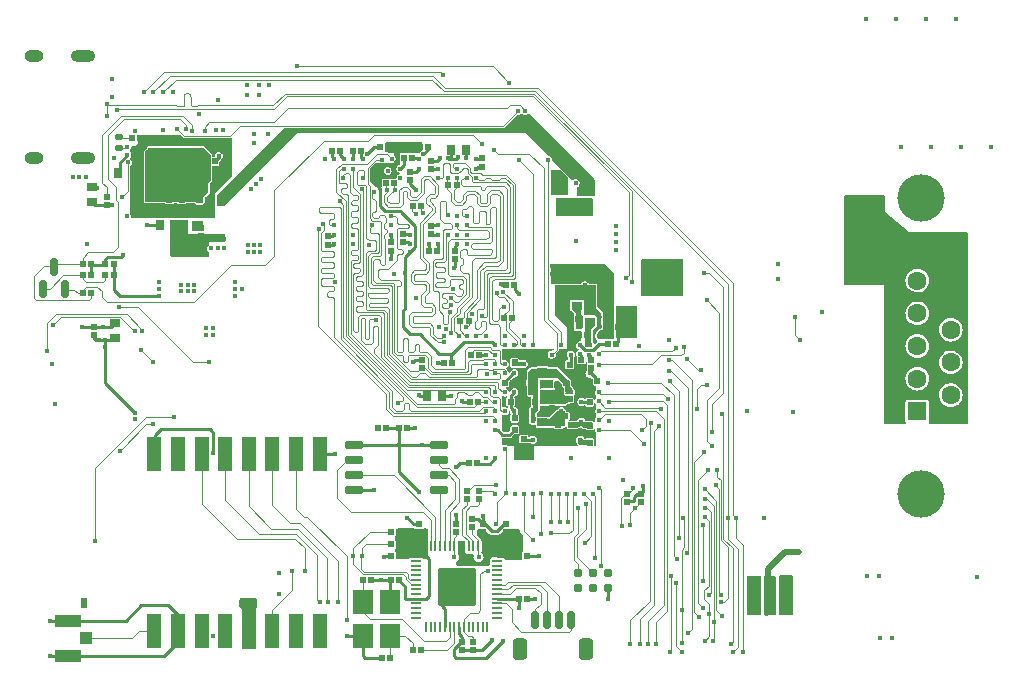
<source format=gtl>
G04 #@! TF.GenerationSoftware,KiCad,Pcbnew,(6.0.2)*
G04 #@! TF.CreationDate,2022-04-20T12:25:18-06:00*
G04 #@! TF.ProjectId,nano,6e616e6f-2e6b-4696-9361-645f70636258,rev?*
G04 #@! TF.SameCoordinates,Original*
G04 #@! TF.FileFunction,Copper,L1,Top*
G04 #@! TF.FilePolarity,Positive*
%FSLAX46Y46*%
G04 Gerber Fmt 4.6, Leading zero omitted, Abs format (unit mm)*
G04 Created by KiCad (PCBNEW (6.0.2)) date 2022-04-20 12:25:18*
%MOMM*%
%LPD*%
G01*
G04 APERTURE LIST*
G04 Aperture macros list*
%AMRoundRect*
0 Rectangle with rounded corners*
0 $1 Rounding radius*
0 $2 $3 $4 $5 $6 $7 $8 $9 X,Y pos of 4 corners*
0 Add a 4 corners polygon primitive as box body*
4,1,4,$2,$3,$4,$5,$6,$7,$8,$9,$2,$3,0*
0 Add four circle primitives for the rounded corners*
1,1,$1+$1,$2,$3*
1,1,$1+$1,$4,$5*
1,1,$1+$1,$6,$7*
1,1,$1+$1,$8,$9*
0 Add four rect primitives between the rounded corners*
20,1,$1+$1,$2,$3,$4,$5,0*
20,1,$1+$1,$4,$5,$6,$7,0*
20,1,$1+$1,$6,$7,$8,$9,0*
20,1,$1+$1,$8,$9,$2,$3,0*%
%AMFreePoly0*
4,1,22,0.550000,-0.750000,0.000000,-0.750000,0.000000,-0.745033,-0.079941,-0.743568,-0.215256,-0.701293,-0.333266,-0.622738,-0.424486,-0.514219,-0.481581,-0.384460,-0.499164,-0.250000,-0.500000,-0.250000,-0.500000,0.250000,-0.499164,0.250000,-0.499963,0.256109,-0.478152,0.396186,-0.417904,0.524511,-0.324060,0.630769,-0.204165,0.706417,-0.067858,0.745374,0.000000,0.744959,0.000000,0.750000,
0.550000,0.750000,0.550000,-0.750000,0.550000,-0.750000,$1*%
%AMFreePoly1*
4,1,20,0.000000,0.744959,0.073905,0.744508,0.209726,0.703889,0.328688,0.626782,0.421226,0.519385,0.479903,0.390333,0.500000,0.250000,0.500000,-0.250000,0.499851,-0.262216,0.476331,-0.402017,0.414519,-0.529596,0.319384,-0.634700,0.198574,-0.708877,0.061801,-0.746166,0.000000,-0.745033,0.000000,-0.750000,-0.550000,-0.750000,-0.550000,0.750000,0.000000,0.750000,0.000000,0.744959,
0.000000,0.744959,$1*%
G04 Aperture macros list end*
G04 #@! TA.AperFunction,SMDPad,CuDef*
%ADD10RoundRect,0.022860X0.205740X0.227140X-0.205740X0.227140X-0.205740X-0.227140X0.205740X-0.227140X0*%
G04 #@! TD*
G04 #@! TA.AperFunction,SMDPad,CuDef*
%ADD11RoundRect,0.022860X-0.227140X0.205740X-0.227140X-0.205740X0.227140X-0.205740X0.227140X0.205740X0*%
G04 #@! TD*
G04 #@! TA.AperFunction,SMDPad,CuDef*
%ADD12RoundRect,0.022860X-0.205740X-0.227140X0.205740X-0.227140X0.205740X0.227140X-0.205740X0.227140X0*%
G04 #@! TD*
G04 #@! TA.AperFunction,SMDPad,CuDef*
%ADD13RoundRect,0.022860X0.227140X-0.205740X0.227140X0.205740X-0.227140X0.205740X-0.227140X-0.205740X0*%
G04 #@! TD*
G04 #@! TA.AperFunction,SMDPad,CuDef*
%ADD14RoundRect,0.147500X0.172500X-0.147500X0.172500X0.147500X-0.172500X0.147500X-0.172500X-0.147500X0*%
G04 #@! TD*
G04 #@! TA.AperFunction,SMDPad,CuDef*
%ADD15RoundRect,0.150000X0.150000X-0.587500X0.150000X0.587500X-0.150000X0.587500X-0.150000X-0.587500X0*%
G04 #@! TD*
G04 #@! TA.AperFunction,SMDPad,CuDef*
%ADD16RoundRect,0.035560X-0.320040X-0.383540X0.320040X-0.383540X0.320040X0.383540X-0.320040X0.383540X0*%
G04 #@! TD*
G04 #@! TA.AperFunction,SMDPad,CuDef*
%ADD17RoundRect,0.035560X0.383540X-0.320040X0.383540X0.320040X-0.383540X0.320040X-0.383540X-0.320040X0*%
G04 #@! TD*
G04 #@! TA.AperFunction,SMDPad,CuDef*
%ADD18RoundRect,0.035560X-0.383540X0.320040X-0.383540X-0.320040X0.383540X-0.320040X0.383540X0.320040X0*%
G04 #@! TD*
G04 #@! TA.AperFunction,SMDPad,CuDef*
%ADD19RoundRect,0.035560X0.320040X0.383540X-0.320040X0.383540X-0.320040X-0.383540X0.320040X-0.383540X0*%
G04 #@! TD*
G04 #@! TA.AperFunction,SMDPad,CuDef*
%ADD20R,2.200000X1.050000*%
G04 #@! TD*
G04 #@! TA.AperFunction,SMDPad,CuDef*
%ADD21R,1.050000X1.000000*%
G04 #@! TD*
G04 #@! TA.AperFunction,SMDPad,CuDef*
%ADD22RoundRect,0.150000X0.150000X0.625000X-0.150000X0.625000X-0.150000X-0.625000X0.150000X-0.625000X0*%
G04 #@! TD*
G04 #@! TA.AperFunction,SMDPad,CuDef*
%ADD23RoundRect,0.250000X0.350000X0.650000X-0.350000X0.650000X-0.350000X-0.650000X0.350000X-0.650000X0*%
G04 #@! TD*
G04 #@! TA.AperFunction,SMDPad,CuDef*
%ADD24FreePoly0,0.000000*%
G04 #@! TD*
G04 #@! TA.AperFunction,SMDPad,CuDef*
%ADD25R,1.000000X1.500000*%
G04 #@! TD*
G04 #@! TA.AperFunction,SMDPad,CuDef*
%ADD26FreePoly1,0.000000*%
G04 #@! TD*
G04 #@! TA.AperFunction,SMDPad,CuDef*
%ADD27R,1.800000X2.100000*%
G04 #@! TD*
G04 #@! TA.AperFunction,SMDPad,CuDef*
%ADD28R,1.200000X3.000000*%
G04 #@! TD*
G04 #@! TA.AperFunction,ConnectorPad*
%ADD29C,0.787400*%
G04 #@! TD*
G04 #@! TA.AperFunction,SMDPad,CuDef*
%ADD30RoundRect,0.050000X-0.387500X-0.050000X0.387500X-0.050000X0.387500X0.050000X-0.387500X0.050000X0*%
G04 #@! TD*
G04 #@! TA.AperFunction,SMDPad,CuDef*
%ADD31RoundRect,0.050000X-0.050000X-0.387500X0.050000X-0.387500X0.050000X0.387500X-0.050000X0.387500X0*%
G04 #@! TD*
G04 #@! TA.AperFunction,SMDPad,CuDef*
%ADD32RoundRect,0.144000X-1.456000X-1.456000X1.456000X-1.456000X1.456000X1.456000X-1.456000X1.456000X0*%
G04 #@! TD*
G04 #@! TA.AperFunction,ComponentPad*
%ADD33C,0.600000*%
G04 #@! TD*
G04 #@! TA.AperFunction,SMDPad,CuDef*
%ADD34RoundRect,0.150000X-0.650000X-0.150000X0.650000X-0.150000X0.650000X0.150000X-0.650000X0.150000X0*%
G04 #@! TD*
G04 #@! TA.AperFunction,ComponentPad*
%ADD35C,0.500000*%
G04 #@! TD*
G04 #@! TA.AperFunction,SMDPad,CuDef*
%ADD36R,3.600000X3.600000*%
G04 #@! TD*
G04 #@! TA.AperFunction,ComponentPad*
%ADD37O,1.600000X1.000000*%
G04 #@! TD*
G04 #@! TA.AperFunction,ComponentPad*
%ADD38O,2.100000X1.000000*%
G04 #@! TD*
G04 #@! TA.AperFunction,ComponentPad*
%ADD39R,0.500000X0.900000*%
G04 #@! TD*
G04 #@! TA.AperFunction,ComponentPad*
%ADD40C,4.000000*%
G04 #@! TD*
G04 #@! TA.AperFunction,ComponentPad*
%ADD41R,1.600000X1.600000*%
G04 #@! TD*
G04 #@! TA.AperFunction,ComponentPad*
%ADD42C,1.600000*%
G04 #@! TD*
G04 #@! TA.AperFunction,ViaPad*
%ADD43C,0.450000*%
G04 #@! TD*
G04 #@! TA.AperFunction,ViaPad*
%ADD44C,0.400000*%
G04 #@! TD*
G04 #@! TA.AperFunction,Conductor*
%ADD45C,0.101600*%
G04 #@! TD*
G04 #@! TA.AperFunction,Conductor*
%ADD46C,0.250000*%
G04 #@! TD*
G04 #@! TA.AperFunction,Conductor*
%ADD47C,0.500000*%
G04 #@! TD*
G04 APERTURE END LIST*
D10*
G04 #@! TO.P,C29,1*
G04 #@! TO.N,VDD_SOC_IN*
X65713000Y-52182500D03*
G04 #@! TO.P,C29,2*
G04 #@! TO.N,GND*
X65013000Y-52182500D03*
G04 #@! TD*
D11*
G04 #@! TO.P,C39,1*
G04 #@! TO.N,VDD_HIGH_IN*
X67763000Y-50032500D03*
G04 #@! TO.P,C39,2*
G04 #@! TO.N,GND*
X67763000Y-50732500D03*
G04 #@! TD*
D12*
G04 #@! TO.P,C7,1*
G04 #@! TO.N,DRAM_1V35*
X61263000Y-51982500D03*
G04 #@! TO.P,C7,2*
G04 #@! TO.N,GND*
X61963000Y-51982500D03*
G04 #@! TD*
D11*
G04 #@! TO.P,C17,1*
G04 #@! TO.N,DRAM_1V35*
X55063000Y-33182500D03*
G04 #@! TO.P,C17,2*
G04 #@! TO.N,GND*
X55063000Y-33882500D03*
G04 #@! TD*
G04 #@! TO.P,C8,1*
G04 #@! TO.N,DRAM_1V35*
X46313000Y-39582500D03*
G04 #@! TO.P,C8,2*
G04 #@! TO.N,GND*
X46313000Y-40282500D03*
G04 #@! TD*
G04 #@! TO.P,C9,1*
G04 #@! TO.N,DRAM_1V35*
X57038000Y-40782500D03*
G04 #@! TO.P,C9,2*
G04 #@! TO.N,GND*
X57038000Y-41482500D03*
G04 #@! TD*
D12*
G04 #@! TO.P,C19,1*
G04 #@! TO.N,DRAM_1V35*
X54863000Y-40832500D03*
G04 #@! TO.P,C19,2*
G04 #@! TO.N,GND*
X55563000Y-40832500D03*
G04 #@! TD*
G04 #@! TO.P,C10,1*
G04 #@! TO.N,DRAM_1V35*
X61763000Y-53582500D03*
G04 #@! TO.P,C10,2*
G04 #@! TO.N,GND*
X62463000Y-53582500D03*
G04 #@! TD*
G04 #@! TO.P,C20,1*
G04 #@! TO.N,DRAM_1V35*
X61363000Y-43682500D03*
G04 #@! TO.P,C20,2*
G04 #@! TO.N,GND*
X62063000Y-43682500D03*
G04 #@! TD*
G04 #@! TO.P,C11,1*
G04 #@! TO.N,DRAM_1V35*
X48413000Y-32382500D03*
G04 #@! TO.P,C11,2*
G04 #@! TO.N,GND*
X49113000Y-32382500D03*
G04 #@! TD*
G04 #@! TO.P,C21,1*
G04 #@! TO.N,DRAM_1V35*
X52713000Y-32982500D03*
G04 #@! TO.P,C21,2*
G04 #@! TO.N,GND*
X53413000Y-32982500D03*
G04 #@! TD*
G04 #@! TO.P,C12,1*
G04 #@! TO.N,DRAM_1V35*
X62113000Y-54982500D03*
G04 #@! TO.P,C12,2*
G04 #@! TO.N,GND*
X62813000Y-54982500D03*
G04 #@! TD*
G04 #@! TO.P,C22,1*
G04 #@! TO.N,DRAM_1V35*
X46613000Y-32382500D03*
G04 #@! TO.P,C22,2*
G04 #@! TO.N,GND*
X47313000Y-32382500D03*
G04 #@! TD*
D13*
G04 #@! TO.P,C24,1*
G04 #@! TO.N,DRAM_1V35*
X59363000Y-33682500D03*
G04 #@! TO.P,C24,2*
G04 #@! TO.N,GND*
X59363000Y-32982500D03*
G04 #@! TD*
D11*
G04 #@! TO.P,C25,1*
G04 #@! TO.N,DRAM_1V35*
X52638000Y-39382500D03*
G04 #@! TO.P,C25,2*
G04 #@! TO.N,GND*
X52638000Y-40082500D03*
G04 #@! TD*
D13*
G04 #@! TO.P,C26,1*
G04 #@! TO.N,DRAM_1V35*
X53263000Y-34832500D03*
G04 #@! TO.P,C26,2*
G04 #@! TO.N,GND*
X53263000Y-34132500D03*
G04 #@! TD*
D11*
G04 #@! TO.P,C27,1*
G04 #@! TO.N,DRAM_1V35*
X51638000Y-40082500D03*
G04 #@! TO.P,C27,2*
G04 #@! TO.N,GND*
X51638000Y-40782500D03*
G04 #@! TD*
D10*
G04 #@! TO.P,C1,1*
G04 #@! TO.N,/DDR/DQSL+*
X54213000Y-36982500D03*
G04 #@! TO.P,C1,2*
G04 #@! TO.N,/DDR/DQSL-*
X53513000Y-36982500D03*
G04 #@! TD*
D12*
G04 #@! TO.P,C3,1*
G04 #@! TO.N,/DDR/DQSU+*
X56488000Y-35232500D03*
G04 #@! TO.P,C3,2*
G04 #@! TO.N,/DDR/DQSU-*
X57188000Y-35232500D03*
G04 #@! TD*
G04 #@! TO.P,C4,1*
G04 #@! TO.N,/DDR/DQSU+*
X57513000Y-46782500D03*
G04 #@! TO.P,C4,2*
G04 #@! TO.N,/DDR/DQSU-*
X58213000Y-46782500D03*
G04 #@! TD*
D10*
G04 #@! TO.P,C13,1*
G04 #@! TO.N,VREFDDR*
X56813000Y-50332500D03*
G04 #@! TO.P,C13,2*
G04 #@! TO.N,GND*
X56113000Y-50332500D03*
G04 #@! TD*
D12*
G04 #@! TO.P,C5,1*
G04 #@! TO.N,VDD_HIGH_CAP*
X70163000Y-47232500D03*
G04 #@! TO.P,C5,2*
G04 #@! TO.N,GND*
X70863000Y-47232500D03*
G04 #@! TD*
D11*
G04 #@! TO.P,C30,1*
G04 #@! TO.N,VDD_SOC_IN*
X66763000Y-53332500D03*
G04 #@! TO.P,C30,2*
G04 #@! TO.N,GND*
X66763000Y-54032500D03*
G04 #@! TD*
G04 #@! TO.P,C40,1*
G04 #@! TO.N,VDD_HIGH_IN*
X67813000Y-35882500D03*
G04 #@! TO.P,C40,2*
G04 #@! TO.N,GND*
X67813000Y-36582500D03*
G04 #@! TD*
D10*
G04 #@! TO.P,C45,1*
G04 #@! TO.N,/IMX_Power_Pins/VDD_SNVS_CAP*
X66763000Y-50432500D03*
G04 #@! TO.P,C45,2*
G04 #@! TO.N,GND*
X66063000Y-50432500D03*
G04 #@! TD*
G04 #@! TO.P,C32,1*
G04 #@! TO.N,VDD_SOC_CAP*
X63463000Y-51982500D03*
G04 #@! TO.P,C32,2*
G04 #@! TO.N,GND*
X62763000Y-51982500D03*
G04 #@! TD*
D12*
G04 #@! TO.P,C36,1*
G04 #@! TO.N,VDD_ARM_CAP*
X66413000Y-54782500D03*
G04 #@! TO.P,C36,2*
G04 #@! TO.N,GND*
X67113000Y-54782500D03*
G04 #@! TD*
D10*
G04 #@! TO.P,C33,1*
G04 #@! TO.N,VDD_SOC_CAP*
X63863000Y-53582500D03*
G04 #@! TO.P,C33,2*
G04 #@! TO.N,GND*
X63163000Y-53582500D03*
G04 #@! TD*
D13*
G04 #@! TO.P,C41,1*
G04 #@! TO.N,VDD_HIGH_CAP*
X62113046Y-50232854D03*
G04 #@! TO.P,C41,2*
G04 #@! TO.N,GND*
X62113046Y-49532854D03*
G04 #@! TD*
D14*
G04 #@! TO.P,D3,1,K*
G04 #@! TO.N,/PMIC PF1550/CHGB*
X28613000Y-32132500D03*
G04 #@! TO.P,D3,2,A*
G04 #@! TO.N,Net-(D3-Pad2)*
X28613000Y-31162500D03*
G04 #@! TD*
D10*
G04 #@! TO.P,R4,1*
G04 #@! TO.N,/DDR/CKE1*
X59002142Y-53580918D03*
G04 #@! TO.P,R4,2*
G04 #@! TO.N,GND*
X58302142Y-53580918D03*
G04 #@! TD*
G04 #@! TO.P,R3,1*
G04 #@! TO.N,GND*
X59093012Y-49630710D03*
G04 #@! TO.P,R3,2*
G04 #@! TO.N,/DDR/ZQPAD*
X58393012Y-49630710D03*
G04 #@! TD*
D12*
G04 #@! TO.P,R1,1*
G04 #@! TO.N,/DDR/CK-*
X51188000Y-35032500D03*
G04 #@! TO.P,R1,2*
G04 #@! TO.N,/DDR/CK+*
X51888000Y-35032500D03*
G04 #@! TD*
G04 #@! TO.P,R11,1*
G04 #@! TO.N,Net-(D3-Pad2)*
X29713000Y-31282500D03*
G04 #@! TO.P,R11,2*
G04 #@! TO.N,VSYS*
X30413000Y-31282500D03*
G04 #@! TD*
D11*
G04 #@! TO.P,R18,1*
G04 #@! TO.N,/PMIC PF1550/ON_KEY*
X27563000Y-36232500D03*
G04 #@! TO.P,R18,2*
G04 #@! TO.N,VBATT*
X27563000Y-36932500D03*
G04 #@! TD*
D13*
G04 #@! TO.P,R5,1*
G04 #@! TO.N,/DDR/CKE0*
X54263000Y-50732500D03*
G04 #@! TO.P,R5,2*
G04 #@! TO.N,GND*
X54263000Y-50032500D03*
G04 #@! TD*
D10*
G04 #@! TO.P,R22,1*
G04 #@! TO.N,VDD_SNVS*
X26263000Y-41932500D03*
G04 #@! TO.P,R22,2*
G04 #@! TO.N,/PMIC PF1550/STANDBY*
X25563000Y-41932500D03*
G04 #@! TD*
G04 #@! TO.P,R23,1*
G04 #@! TO.N,VDD_SNVS*
X26263000Y-42882500D03*
G04 #@! TO.P,R23,2*
G04 #@! TO.N,Net-(Q1-Pad1)*
X25563000Y-42882500D03*
G04 #@! TD*
G04 #@! TO.P,R24,1*
G04 #@! TO.N,/PMIC PF1550/STANDBY*
X26263000Y-44382500D03*
G04 #@! TO.P,R24,2*
G04 #@! TO.N,PMIC_STBY_REQ*
X25563000Y-44382500D03*
G04 #@! TD*
G04 #@! TO.P,R25,1*
G04 #@! TO.N,GND*
X28163000Y-42882500D03*
G04 #@! TO.P,R25,2*
G04 #@! TO.N,Net-(Q1-Pad1)*
X27463000Y-42882500D03*
G04 #@! TD*
D15*
G04 #@! TO.P,Q1,1,G*
G04 #@! TO.N,Net-(Q1-Pad1)*
X22163000Y-44020000D03*
G04 #@! TO.P,Q1,2,S*
G04 #@! TO.N,PMIC_STBY_REQ*
X24063000Y-44020000D03*
G04 #@! TO.P,Q1,3,D*
G04 #@! TO.N,/PMIC PF1550/STANDBY*
X23113000Y-42145000D03*
G04 #@! TD*
D16*
G04 #@! TO.P,C67,1*
G04 #@! TO.N,VSYS*
X30163000Y-32482500D03*
G04 #@! TO.P,C67,2*
G04 #@! TO.N,GND*
X31463000Y-32482500D03*
G04 #@! TD*
D17*
G04 #@! TO.P,C68,1*
G04 #@! TO.N,VSYS*
X31313000Y-37532500D03*
G04 #@! TO.P,C68,2*
G04 #@! TO.N,GND*
X31313000Y-36232500D03*
G04 #@! TD*
D10*
G04 #@! TO.P,C14,1*
G04 #@! TO.N,VREFDDR*
X51413000Y-31982500D03*
G04 #@! TO.P,C14,2*
G04 #@! TO.N,GND*
X50713000Y-31982500D03*
G04 #@! TD*
D11*
G04 #@! TO.P,C18,1*
G04 #@! TO.N,DRAM_1V35*
X55043012Y-38680710D03*
G04 #@! TO.P,C18,2*
G04 #@! TO.N,GND*
X55043012Y-39380710D03*
G04 #@! TD*
G04 #@! TO.P,C31,1*
G04 #@! TO.N,VDD_SOC_IN*
X65263000Y-53432500D03*
G04 #@! TO.P,C31,2*
G04 #@! TO.N,GND*
X65263000Y-54132500D03*
G04 #@! TD*
D12*
G04 #@! TO.P,C34,1*
G04 #@! TO.N,VDD_SOC_CAP*
X66463000Y-51982500D03*
G04 #@! TO.P,C34,2*
G04 #@! TO.N,GND*
X67163000Y-51982500D03*
G04 #@! TD*
D11*
G04 #@! TO.P,C37,1*
G04 #@! TO.N,VDD_ARM_CAP*
X65813000Y-55532500D03*
G04 #@! TO.P,C37,2*
G04 #@! TO.N,GND*
X65813000Y-56232500D03*
G04 #@! TD*
D16*
G04 #@! TO.P,C65,1*
G04 #@! TO.N,LICELL*
X32063000Y-38632500D03*
G04 #@! TO.P,C65,2*
G04 #@! TO.N,GND*
X33363000Y-38632500D03*
G04 #@! TD*
D17*
G04 #@! TO.P,C104,1*
G04 #@! TO.N,/IMX_Peripherals_2/VDDUSB_CAP*
X67363000Y-45432500D03*
G04 #@! TO.P,C104,2*
G04 #@! TO.N,GND*
X67363000Y-44132500D03*
G04 #@! TD*
D16*
G04 #@! TO.P,C6,1*
G04 #@! TO.N,DRAM_1V35*
X54663000Y-53132500D03*
G04 #@! TO.P,C6,2*
G04 #@! TO.N,GND*
X55963000Y-53132500D03*
G04 #@! TD*
D18*
G04 #@! TO.P,C28,1*
G04 #@! TO.N,VDD_SOC_IN*
X66163000Y-35532500D03*
G04 #@! TO.P,C28,2*
G04 #@! TO.N,GND*
X66163000Y-36832500D03*
G04 #@! TD*
G04 #@! TO.P,C38,1*
G04 #@! TO.N,VDD_ARM_CAP*
X64463000Y-55332500D03*
G04 #@! TO.P,C38,2*
G04 #@! TO.N,GND*
X64463000Y-56632500D03*
G04 #@! TD*
D17*
G04 #@! TO.P,C35,2*
G04 #@! TO.N,GND*
X64463000Y-49732500D03*
G04 #@! TO.P,C35,1*
G04 #@! TO.N,VDD_SOC_CAP*
X64463000Y-51032500D03*
G04 #@! TD*
D16*
G04 #@! TO.P,C42,1*
G04 #@! TO.N,VDD_HIGH_CAP*
X70063000Y-45982500D03*
G04 #@! TO.P,C42,2*
G04 #@! TO.N,GND*
X71363000Y-45982500D03*
G04 #@! TD*
D12*
G04 #@! TO.P,C2,1*
G04 #@! TO.N,/DDR/DQSL+*
X61212892Y-46482862D03*
G04 #@! TO.P,C2,2*
G04 #@! TO.N,/DDR/DQSL-*
X61912892Y-46482862D03*
G04 #@! TD*
D11*
G04 #@! TO.P,C102,1*
G04 #@! TO.N,DCDC_3V3*
X66913000Y-55532500D03*
G04 #@! TO.P,C102,2*
G04 #@! TO.N,GND*
X66913000Y-56232500D03*
G04 #@! TD*
D13*
G04 #@! TO.P,C95,1*
G04 #@! TO.N,DCDC_3V3*
X68463000Y-55632500D03*
G04 #@! TO.P,C95,2*
G04 #@! TO.N,GND*
X68463000Y-54932500D03*
G04 #@! TD*
G04 #@! TO.P,C94,1*
G04 #@! TO.N,DCDC_3V3*
X68463000Y-53632500D03*
G04 #@! TO.P,C94,2*
G04 #@! TO.N,GND*
X68463000Y-52932500D03*
G04 #@! TD*
G04 #@! TO.P,C93,1*
G04 #@! TO.N,DCDC_3V3*
X26463000Y-47932500D03*
G04 #@! TO.P,C93,2*
G04 #@! TO.N,GND*
X26463000Y-47232500D03*
G04 #@! TD*
D17*
G04 #@! TO.P,C92,1*
G04 #@! TO.N,DCDC_3V3*
X28263000Y-48182500D03*
G04 #@! TO.P,C92,2*
G04 #@! TO.N,GND*
X28263000Y-46882500D03*
G04 #@! TD*
D12*
G04 #@! TO.P,C46,1*
G04 #@! TO.N,NVCC_CSI*
X62113000Y-55932500D03*
G04 #@! TO.P,C46,2*
G04 #@! TO.N,GND*
X62813000Y-55932500D03*
G04 #@! TD*
D13*
G04 #@! TO.P,C48,1*
G04 #@! TO.N,VSYS*
X33913000Y-37182500D03*
G04 #@! TO.P,C48,2*
G04 #@! TO.N,GND*
X33913000Y-36482500D03*
G04 #@! TD*
D10*
G04 #@! TO.P,C49,1*
G04 #@! TO.N,VSYS*
X36613000Y-35432500D03*
G04 #@! TO.P,C49,2*
G04 #@! TO.N,GND*
X35913000Y-35432500D03*
G04 #@! TD*
G04 #@! TO.P,C50,1*
G04 #@! TO.N,VSYS*
X36763000Y-34382500D03*
G04 #@! TO.P,C50,2*
G04 #@! TO.N,GND*
X36063000Y-34382500D03*
G04 #@! TD*
D13*
G04 #@! TO.P,C51,1*
G04 #@! TO.N,VSYS*
X32863000Y-37182500D03*
G04 #@! TO.P,C51,2*
G04 #@! TO.N,GND*
X32863000Y-36482500D03*
G04 #@! TD*
D10*
G04 #@! TO.P,C59,1*
G04 #@! TO.N,VSYS*
X36109046Y-36532854D03*
G04 #@! TO.P,C59,2*
G04 #@! TO.N,GND*
X35409046Y-36532854D03*
G04 #@! TD*
D11*
G04 #@! TO.P,C61,1*
G04 #@! TO.N,VSYS*
X34863000Y-31632500D03*
G04 #@! TO.P,C61,2*
G04 #@! TO.N,GND*
X34863000Y-32332500D03*
G04 #@! TD*
D10*
G04 #@! TO.P,C62,1*
G04 #@! TO.N,NVCC_SD*
X36763000Y-33232500D03*
G04 #@! TO.P,C62,2*
G04 #@! TO.N,GND*
X36063000Y-33232500D03*
G04 #@! TD*
D12*
G04 #@! TO.P,C66,1*
G04 #@! TO.N,VDD_SNVS*
X27463000Y-41932500D03*
G04 #@! TO.P,C66,2*
G04 #@! TO.N,GND*
X28163000Y-41932500D03*
G04 #@! TD*
D13*
G04 #@! TO.P,C112,1*
G04 #@! TO.N,DCDC_3V3*
X68463000Y-57032500D03*
G04 #@! TO.P,C112,2*
G04 #@! TO.N,GND*
X68463000Y-56332500D03*
G04 #@! TD*
D11*
G04 #@! TO.P,C113,1*
G04 #@! TO.N,DCDC_3V3*
X62878000Y-56730600D03*
G04 #@! TO.P,C113,2*
G04 #@! TO.N,GND*
X62878000Y-57430600D03*
G04 #@! TD*
D10*
G04 #@! TO.P,C100,1*
G04 #@! TO.N,/Clock_and_Control/VDDA_ADC*
X69063000Y-51832500D03*
G04 #@! TO.P,C100,2*
G04 #@! TO.N,GND*
X68363000Y-51832500D03*
G04 #@! TD*
D11*
G04 #@! TO.P,FB1,1*
G04 #@! TO.N,VDD_HIGH_IN*
X68613000Y-50032500D03*
G04 #@! TO.P,FB1,2*
G04 #@! TO.N,/Clock_and_Control/VDDA_ADC*
X68613000Y-50732500D03*
G04 #@! TD*
D17*
G04 #@! TO.P,C69,1*
G04 #@! TO.N,VBATT*
X26309046Y-36682854D03*
G04 #@! TO.P,C69,2*
G04 #@! TO.N,GND*
X26309046Y-35382854D03*
G04 #@! TD*
D11*
G04 #@! TO.P,C72,1*
G04 #@! TO.N,/PMIC PF1550/VDIG*
X35563000Y-38832500D03*
G04 #@! TO.P,C72,2*
G04 #@! TO.N,GND*
X35563000Y-39532500D03*
G04 #@! TD*
D19*
G04 #@! TO.P,C70,1*
G04 #@! TO.N,VSYS*
X29863000Y-34182500D03*
G04 #@! TO.P,C70,2*
G04 #@! TO.N,GND*
X28563000Y-34182500D03*
G04 #@! TD*
D12*
G04 #@! TO.P,C15,1*
G04 #@! TO.N,VREFDDR*
X54063000Y-31982500D03*
G04 #@! TO.P,C15,2*
G04 #@! TO.N,GND*
X54763000Y-31982500D03*
G04 #@! TD*
D10*
G04 #@! TO.P,C43,1*
G04 #@! TO.N,NVCC_PLL_OUT*
X68263000Y-47932500D03*
G04 #@! TO.P,C43,2*
G04 #@! TO.N,GND*
X67563000Y-47932500D03*
G04 #@! TD*
D12*
G04 #@! TO.P,C114,1*
G04 #@! TO.N,VDD_SNVS*
X70000000Y-48650000D03*
G04 #@! TO.P,C114,2*
G04 #@! TO.N,GND*
X70700000Y-48650000D03*
G04 #@! TD*
D17*
G04 #@! TO.P,C44,1*
G04 #@! TO.N,NVCC_PLL_OUT*
X68513000Y-46832500D03*
G04 #@! TO.P,C44,2*
G04 #@! TO.N,GND*
X68513000Y-45532500D03*
G04 #@! TD*
D10*
G04 #@! TO.P,C103,1*
G04 #@! TO.N,/IMX_Peripherals_2/VDDUSB_CAP*
X67513000Y-46532500D03*
G04 #@! TO.P,C103,2*
G04 #@! TO.N,GND*
X66813000Y-46532500D03*
G04 #@! TD*
G04 #@! TO.P,C47,1*
G04 #@! TO.N,NVCC_SD*
X58909046Y-58782854D03*
G04 #@! TO.P,C47,2*
G04 #@! TO.N,GND*
X58209046Y-58782854D03*
G04 #@! TD*
D13*
G04 #@! TO.P,R16,1*
G04 #@! TO.N,DCDC_3V3*
X71663000Y-62082500D03*
G04 #@! TO.P,R16,2*
G04 #@! TO.N,BOARD_SDA*
X71663000Y-61382500D03*
G04 #@! TD*
D11*
G04 #@! TO.P,R17,1*
G04 #@! TO.N,DCDC_3V3*
X72813000Y-61382500D03*
G04 #@! TO.P,R17,2*
G04 #@! TO.N,BOARD_SCL*
X72813000Y-62082500D03*
G04 #@! TD*
D16*
G04 #@! TO.P,C16,1*
G04 #@! TO.N,DRAM_1V35*
X56713000Y-32282500D03*
G04 #@! TO.P,C16,2*
G04 #@! TO.N,GND*
X58013000Y-32282500D03*
G04 #@! TD*
D20*
G04 #@! TO.P,AE1,1*
G04 #@! TO.N,GND*
X24300000Y-75075000D03*
D21*
G04 #@! TO.P,AE1,2*
G04 #@! TO.N,Net-(AE1-Pad2)*
X25825000Y-73600000D03*
D20*
G04 #@! TO.P,AE1,3*
G04 #@! TO.N,GND*
X24300000Y-72125000D03*
G04 #@! TD*
D11*
G04 #@! TO.P,C83,1*
G04 #@! TO.N,GND*
X59410000Y-63930000D03*
G04 #@! TO.P,C83,2*
G04 #@! TO.N,DCDC_3V3*
X59410000Y-64630000D03*
G04 #@! TD*
D22*
G04 #@! TO.P,J11,1,Pin_1*
G04 #@! TO.N,Net-(J11-Pad1)*
X66850000Y-72025000D03*
G04 #@! TO.P,J11,2,Pin_2*
G04 #@! TO.N,Net-(J11-Pad2)*
X65850000Y-72025000D03*
G04 #@! TO.P,J11,3,Pin_3*
G04 #@! TO.N,Net-(J11-Pad3)*
X64850000Y-72025000D03*
G04 #@! TO.P,J11,4,Pin_4*
G04 #@! TO.N,Net-(J11-Pad4)*
X63850000Y-72025000D03*
D23*
G04 #@! TO.P,J11,MP*
G04 #@! TO.N,N/C*
X62550000Y-74550000D03*
X68150000Y-74550000D03*
G04 #@! TD*
D11*
G04 #@! TO.P,C79,1*
G04 #@! TO.N,/rp2040/1v1*
X58600000Y-73900000D03*
G04 #@! TO.P,C79,2*
G04 #@! TO.N,GND*
X58600000Y-74600000D03*
G04 #@! TD*
D24*
G04 #@! TO.P,JP1,1,A*
G04 #@! TO.N,GND*
X82430000Y-70810000D03*
D25*
G04 #@! TO.P,JP1,2,C*
G04 #@! TO.N,Net-(J9-Pad4)*
X83730000Y-70810000D03*
D26*
G04 #@! TO.P,JP1,3,B*
G04 #@! TO.N,DCDC_3V3*
X85030000Y-70810000D03*
G04 #@! TD*
D10*
G04 #@! TO.P,C85,1*
G04 #@! TO.N,DCDC_3V3*
X52330000Y-66600000D03*
G04 #@! TO.P,C85,2*
G04 #@! TO.N,GND*
X51630000Y-66600000D03*
G04 #@! TD*
D12*
G04 #@! TO.P,R37,1*
G04 #@! TO.N,BOARD_SCL*
X51650000Y-64600000D03*
G04 #@! TO.P,R37,2*
G04 #@! TO.N,DCDC_3V3*
X52350000Y-64600000D03*
G04 #@! TD*
D11*
G04 #@! TO.P,C82,1*
G04 #@! TO.N,DCDC_3V3*
X57640000Y-73890000D03*
G04 #@! TO.P,C82,2*
G04 #@! TO.N,GND*
X57640000Y-74590000D03*
G04 #@! TD*
D27*
G04 #@! TO.P,Y2,1,1*
G04 #@! TO.N,Net-(C78-Pad1)*
X51560000Y-73410000D03*
G04 #@! TO.P,Y2,2,2*
G04 #@! TO.N,GND*
X51560000Y-70510000D03*
G04 #@! TO.P,Y2,3,3*
G04 #@! TO.N,Net-(C77-Pad1)*
X49260000Y-70510000D03*
G04 #@! TO.P,Y2,4,4*
G04 #@! TO.N,GND*
X49260000Y-73410000D03*
G04 #@! TD*
D10*
G04 #@! TO.P,R32,1*
G04 #@! TO.N,Net-(R32-Pad1)*
X54170000Y-74580000D03*
G04 #@! TO.P,R32,2*
G04 #@! TO.N,Net-(C78-Pad1)*
X53470000Y-74580000D03*
G04 #@! TD*
G04 #@! TO.P,C78,1*
G04 #@! TO.N,Net-(C78-Pad1)*
X51560000Y-75290000D03*
G04 #@! TO.P,C78,2*
G04 #@! TO.N,GND*
X50860000Y-75290000D03*
G04 #@! TD*
D11*
G04 #@! TO.P,R34,1*
G04 #@! TO.N,/rp2040/PICO_USB_DM*
X59100000Y-61150000D03*
G04 #@! TO.P,R34,2*
G04 #@! TO.N,Net-(R34-Pad2)*
X59100000Y-61850000D03*
G04 #@! TD*
D13*
G04 #@! TO.P,R33,1*
G04 #@! TO.N,Net-(R33-Pad1)*
X58050000Y-61850000D03*
G04 #@! TO.P,R33,2*
G04 #@! TO.N,/rp2040/PICO_USB_DP*
X58050000Y-61150000D03*
G04 #@! TD*
G04 #@! TO.P,C81,1*
G04 #@! TO.N,/rp2040/1v1*
X57150000Y-64630000D03*
G04 #@! TO.P,C81,2*
G04 #@! TO.N,GND*
X57150000Y-63930000D03*
G04 #@! TD*
D12*
G04 #@! TO.P,C88,1*
G04 #@! TO.N,DCDC_3V3*
X62450000Y-66660000D03*
G04 #@! TO.P,C88,2*
G04 #@! TO.N,GND*
X63150000Y-66660000D03*
G04 #@! TD*
D13*
G04 #@! TO.P,C84,1*
G04 #@! TO.N,DCDC_3V3*
X54030000Y-64630000D03*
G04 #@! TO.P,C84,2*
G04 #@! TO.N,GND*
X54030000Y-63930000D03*
G04 #@! TD*
D28*
G04 #@! TO.P,U5,1,GND*
G04 #@! TO.N,GND*
X45600000Y-58000000D03*
G04 #@! TO.P,U5,2,MISO*
G04 #@! TO.N,/IMX_Peripherals_1/TOUCH_MISO*
X43600000Y-58000000D03*
G04 #@! TO.P,U5,3,MOSI*
G04 #@! TO.N,/IMX_Peripherals_1/TOUCH_MOSI*
X41600000Y-58000000D03*
G04 #@! TO.P,U5,4,SCK*
G04 #@! TO.N,/IMX_Peripherals_1/TOUCH_SCLK*
X39600000Y-58000000D03*
G04 #@! TO.P,U5,5,NSS*
G04 #@! TO.N,/IMX_Peripherals_1/TOUCH_SS0*
X37600000Y-58000000D03*
G04 #@! TO.P,U5,6,RESET*
G04 #@! TO.N,RF69_RESET*
X35600000Y-58000000D03*
G04 #@! TO.P,U5,7,DIO5*
G04 #@! TO.N,unconnected-(U5-Pad7)*
X33600000Y-58000000D03*
G04 #@! TO.P,U5,8,GND*
G04 #@! TO.N,GND*
X31600000Y-58000000D03*
G04 #@! TO.P,U5,9,ANT*
G04 #@! TO.N,Net-(AE1-Pad2)*
X31600000Y-73000000D03*
G04 #@! TO.P,U5,10,GND*
G04 #@! TO.N,GND*
X33600000Y-73000000D03*
G04 #@! TO.P,U5,11,DIO3*
G04 #@! TO.N,unconnected-(U5-Pad11)*
X35600000Y-73000000D03*
G04 #@! TO.P,U5,12,DIO4*
G04 #@! TO.N,unconnected-(U5-Pad12)*
X37600000Y-73000000D03*
G04 #@! TO.P,U5,13,3.3V*
G04 #@! TO.N,DCDC_3V3*
X39600000Y-73000000D03*
G04 #@! TO.P,U5,14,DIO0*
G04 #@! TO.N,RF69_INT*
X41600000Y-73000000D03*
G04 #@! TO.P,U5,15,DIO1*
G04 #@! TO.N,unconnected-(U5-Pad15)*
X43600000Y-73000000D03*
G04 #@! TO.P,U5,16,DIO2*
G04 #@! TO.N,unconnected-(U5-Pad16)*
X45600000Y-73000000D03*
G04 #@! TD*
D10*
G04 #@! TO.P,C86,1*
G04 #@! TO.N,DCDC_3V3*
X52340000Y-68640000D03*
G04 #@! TO.P,C86,2*
G04 #@! TO.N,GND*
X51640000Y-68640000D03*
G04 #@! TD*
D12*
G04 #@! TO.P,R36,1*
G04 #@! TO.N,BOARD_SDA*
X51650000Y-65650000D03*
G04 #@! TO.P,R36,2*
G04 #@! TO.N,DCDC_3V3*
X52350000Y-65650000D03*
G04 #@! TD*
D13*
G04 #@! TO.P,C90,1*
G04 #@! TO.N,DCDC_3V3*
X61370000Y-64629999D03*
G04 #@! TO.P,C90,2*
G04 #@! TO.N,GND*
X61370000Y-63929999D03*
G04 #@! TD*
D12*
G04 #@! TO.P,C77,1*
G04 #@! TO.N,Net-(C77-Pad1)*
X49270000Y-68640000D03*
G04 #@! TO.P,C77,2*
G04 #@! TO.N,GND*
X49970000Y-68640000D03*
G04 #@! TD*
D29*
G04 #@! TO.P,J10,1,VCC*
G04 #@! TO.N,unconnected-(J10-Pad1)*
X67510000Y-69350000D03*
G04 #@! TO.P,J10,2,SWDIO*
G04 #@! TO.N,/rp2040/PICO_USB_DM*
X67510000Y-68080000D03*
G04 #@! TO.P,J10,3,NRESET*
G04 #@! TO.N,unconnected-(J10-Pad3)*
X68780000Y-69350000D03*
G04 #@! TO.P,J10,4,SWCLK*
G04 #@! TO.N,/rp2040/PICO_USB_DP*
X68780000Y-68080000D03*
G04 #@! TO.P,J10,5,GND*
G04 #@! TO.N,GND*
X70050000Y-69350000D03*
G04 #@! TO.P,J10,6,SWO*
G04 #@! TO.N,unconnected-(J10-Pad6)*
X70050000Y-68080000D03*
G04 #@! TD*
D12*
G04 #@! TO.P,R35,1*
G04 #@! TO.N,/rp2040/USB_BOOT*
X50550000Y-55800000D03*
G04 #@! TO.P,R35,2*
G04 #@! TO.N,DCDC_3V3*
X51250000Y-55800000D03*
G04 #@! TD*
D30*
G04 #@! TO.P,U7,1,IOVDD*
G04 #@! TO.N,DCDC_3V3*
X53770000Y-66652500D03*
G04 #@! TO.P,U7,2,GPIO0*
G04 #@! TO.N,unconnected-(U7-Pad2)*
X53770000Y-67052500D03*
G04 #@! TO.P,U7,3,GPIO1*
G04 #@! TO.N,unconnected-(U7-Pad3)*
X53770000Y-67452500D03*
G04 #@! TO.P,U7,4,GPIO2*
G04 #@! TO.N,unconnected-(U7-Pad4)*
X53770000Y-67852500D03*
G04 #@! TO.P,U7,5,GPIO3*
G04 #@! TO.N,unconnected-(U7-Pad5)*
X53770000Y-68252500D03*
G04 #@! TO.P,U7,6,GPIO4*
G04 #@! TO.N,BOARD_SDA*
X53770000Y-68652500D03*
G04 #@! TO.P,U7,7,GPIO5*
G04 #@! TO.N,BOARD_SCL*
X53770000Y-69052500D03*
G04 #@! TO.P,U7,8,GPIO6*
G04 #@! TO.N,unconnected-(U7-Pad8)*
X53770000Y-69452500D03*
G04 #@! TO.P,U7,9,GPIO7*
G04 #@! TO.N,unconnected-(U7-Pad9)*
X53770000Y-69852500D03*
G04 #@! TO.P,U7,10,IOVDD*
G04 #@! TO.N,DCDC_3V3*
X53770000Y-70252500D03*
G04 #@! TO.P,U7,11,GPIO8*
G04 #@! TO.N,unconnected-(U7-Pad11)*
X53770000Y-70652500D03*
G04 #@! TO.P,U7,12,GPIO9*
G04 #@! TO.N,unconnected-(U7-Pad12)*
X53770000Y-71052500D03*
G04 #@! TO.P,U7,13,GPIO10*
G04 #@! TO.N,unconnected-(U7-Pad13)*
X53770000Y-71452500D03*
G04 #@! TO.P,U7,14,GPIO11*
G04 #@! TO.N,unconnected-(U7-Pad14)*
X53770000Y-71852500D03*
D31*
G04 #@! TO.P,U7,15,GPIO12*
G04 #@! TO.N,unconnected-(U7-Pad15)*
X54607500Y-72690000D03*
G04 #@! TO.P,U7,16,GPIO13*
G04 #@! TO.N,unconnected-(U7-Pad16)*
X55007500Y-72690000D03*
G04 #@! TO.P,U7,17,GPIO14*
G04 #@! TO.N,unconnected-(U7-Pad17)*
X55407500Y-72690000D03*
G04 #@! TO.P,U7,18,GPIO15*
G04 #@! TO.N,unconnected-(U7-Pad18)*
X55807500Y-72690000D03*
G04 #@! TO.P,U7,19,TESTEN*
G04 #@! TO.N,GND*
X56207500Y-72690000D03*
G04 #@! TO.P,U7,20,XIN*
G04 #@! TO.N,Net-(C77-Pad1)*
X56607500Y-72690000D03*
G04 #@! TO.P,U7,21,XOUT*
G04 #@! TO.N,Net-(R32-Pad1)*
X57007500Y-72690000D03*
G04 #@! TO.P,U7,22,IOVDD*
G04 #@! TO.N,DCDC_3V3*
X57407500Y-72690000D03*
G04 #@! TO.P,U7,23,DVDD*
G04 #@! TO.N,/rp2040/1v1*
X57807500Y-72690000D03*
G04 #@! TO.P,U7,24,SWCLK*
G04 #@! TO.N,unconnected-(U7-Pad24)*
X58207500Y-72690000D03*
G04 #@! TO.P,U7,25,SWD*
G04 #@! TO.N,unconnected-(U7-Pad25)*
X58607500Y-72690000D03*
G04 #@! TO.P,U7,26,RUN*
G04 #@! TO.N,unconnected-(U7-Pad26)*
X59007500Y-72690000D03*
G04 #@! TO.P,U7,27,GPIO16*
G04 #@! TO.N,unconnected-(U7-Pad27)*
X59407500Y-72690000D03*
G04 #@! TO.P,U7,28,GPIO17*
G04 #@! TO.N,unconnected-(U7-Pad28)*
X59807500Y-72690000D03*
D30*
G04 #@! TO.P,U7,29,GPIO18*
G04 #@! TO.N,unconnected-(U7-Pad29)*
X60645000Y-71852500D03*
G04 #@! TO.P,U7,30,GPIO19*
G04 #@! TO.N,unconnected-(U7-Pad30)*
X60645000Y-71452500D03*
G04 #@! TO.P,U7,31,GPIO20*
G04 #@! TO.N,unconnected-(U7-Pad31)*
X60645000Y-71052500D03*
G04 #@! TO.P,U7,32,GPIO21*
G04 #@! TO.N,Net-(J11-Pad1)*
X60645000Y-70652500D03*
G04 #@! TO.P,U7,33,IOVDD*
G04 #@! TO.N,DCDC_3V3*
X60645000Y-70252500D03*
G04 #@! TO.P,U7,34,GPIO22*
G04 #@! TO.N,Net-(J11-Pad4)*
X60645000Y-69852500D03*
G04 #@! TO.P,U7,35,GPIO23*
G04 #@! TO.N,Net-(J11-Pad3)*
X60645000Y-69452500D03*
G04 #@! TO.P,U7,36,GPIO24*
G04 #@! TO.N,Net-(J11-Pad2)*
X60645000Y-69052500D03*
G04 #@! TO.P,U7,37,GPIO25*
G04 #@! TO.N,Net-(J11-Pad5)*
X60645000Y-68652500D03*
G04 #@! TO.P,U7,38,GPIO26_ADC0*
G04 #@! TO.N,unconnected-(U7-Pad38)*
X60645000Y-68252500D03*
G04 #@! TO.P,U7,39,GPIO27_ADC1*
G04 #@! TO.N,unconnected-(U7-Pad39)*
X60645000Y-67852500D03*
G04 #@! TO.P,U7,40,GPIO28_ADC2*
G04 #@! TO.N,unconnected-(U7-Pad40)*
X60645000Y-67452500D03*
G04 #@! TO.P,U7,41,GPIO29_ADC3*
G04 #@! TO.N,unconnected-(U7-Pad41)*
X60645000Y-67052500D03*
G04 #@! TO.P,U7,42,IOVDD*
G04 #@! TO.N,DCDC_3V3*
X60645000Y-66652500D03*
D31*
G04 #@! TO.P,U7,43,ADC_AVDD*
X59807500Y-65815000D03*
G04 #@! TO.P,U7,44,VREG_IN*
X59407500Y-65815000D03*
G04 #@! TO.P,U7,45,VREG_VOUT*
G04 #@! TO.N,/rp2040/1v1*
X59007500Y-65815000D03*
G04 #@! TO.P,U7,46,USB_DM*
G04 #@! TO.N,Net-(R34-Pad2)*
X58607500Y-65815000D03*
G04 #@! TO.P,U7,47,USB_DP*
G04 #@! TO.N,Net-(R33-Pad1)*
X58207500Y-65815000D03*
G04 #@! TO.P,U7,48,USB_VDD*
G04 #@! TO.N,DCDC_3V3*
X57807500Y-65815000D03*
G04 #@! TO.P,U7,49,IOVDD*
X57407500Y-65815000D03*
G04 #@! TO.P,U7,50,DVDD*
G04 #@! TO.N,/rp2040/1v1*
X57007500Y-65815000D03*
G04 #@! TO.P,U7,51,QSPI_SD3*
G04 #@! TO.N,/rp2040/QSPI_SD3*
X56607500Y-65815000D03*
G04 #@! TO.P,U7,52,QSPI_SCLK*
G04 #@! TO.N,/rp2040/QSPI_SCLK*
X56207500Y-65815000D03*
G04 #@! TO.P,U7,53,QSPI_SD0*
G04 #@! TO.N,/rp2040/QSPI_SD0*
X55807500Y-65815000D03*
G04 #@! TO.P,U7,54,QSPI_SD2*
G04 #@! TO.N,/rp2040/QSPI_SD2*
X55407500Y-65815000D03*
G04 #@! TO.P,U7,55,QSPI_SD1*
G04 #@! TO.N,/rp2040/QSPI_SD1*
X55007500Y-65815000D03*
G04 #@! TO.P,U7,56,QSPI_SS*
G04 #@! TO.N,DCDC_3V3*
X54607500Y-65815000D03*
D32*
G04 #@! TO.P,U7,57,GND*
G04 #@! TO.N,GND*
X57207500Y-69252500D03*
D33*
X57207500Y-69252500D03*
X57207500Y-67977500D03*
X58482500Y-69252500D03*
X58482500Y-67977500D03*
X57207500Y-70527500D03*
X55932500Y-70527500D03*
X58482500Y-70527500D03*
X55932500Y-69252500D03*
X55932500Y-67977500D03*
G04 #@! TD*
D13*
G04 #@! TO.P,C80,1*
G04 #@! TO.N,/rp2040/1v1*
X58510000Y-64200000D03*
G04 #@! TO.P,C80,2*
G04 #@! TO.N,GND*
X58510000Y-63500000D03*
G04 #@! TD*
D12*
G04 #@! TO.P,C87,1*
G04 #@! TO.N,DCDC_3V3*
X62450000Y-70250000D03*
G04 #@! TO.P,C87,2*
G04 #@! TO.N,GND*
X63150000Y-70250000D03*
G04 #@! TD*
G04 #@! TO.P,C89,1*
G04 #@! TO.N,DCDC_3V3*
X52330000Y-55790000D03*
G04 #@! TO.P,C89,2*
G04 #@! TO.N,GND*
X53030000Y-55790000D03*
G04 #@! TD*
D34*
G04 #@! TO.P,U8,1,~{CS}*
G04 #@! TO.N,DCDC_3V3*
X48490000Y-57225000D03*
G04 #@! TO.P,U8,2,DO(IO1)*
G04 #@! TO.N,/rp2040/QSPI_SD1*
X48490000Y-58495000D03*
G04 #@! TO.P,U8,3,IO2*
G04 #@! TO.N,/rp2040/QSPI_SD2*
X48490000Y-59765000D03*
G04 #@! TO.P,U8,4,GND*
G04 #@! TO.N,GND*
X48490000Y-61035000D03*
G04 #@! TO.P,U8,5,DI(IO0)*
G04 #@! TO.N,/rp2040/QSPI_SD0*
X55690000Y-61035000D03*
G04 #@! TO.P,U8,6,CLK*
G04 #@! TO.N,/rp2040/QSPI_SCLK*
X55690000Y-59765000D03*
G04 #@! TO.P,U8,7,IO3*
G04 #@! TO.N,/rp2040/QSPI_SD3*
X55690000Y-58495000D03*
G04 #@! TO.P,U8,8,VCC*
G04 #@! TO.N,DCDC_3V3*
X55690000Y-57225000D03*
G04 #@! TD*
D35*
G04 #@! TO.P,U6,41,EP*
G04 #@! TO.N,GND*
X35445500Y-33852833D03*
X34412167Y-33852833D03*
X33378833Y-35919500D03*
X34412167Y-34886167D03*
X34412167Y-35919500D03*
X34412167Y-32819500D03*
X35445500Y-34886167D03*
X35445500Y-32819500D03*
X32345500Y-35919500D03*
X35445500Y-35919500D03*
X32345500Y-33852833D03*
X33378833Y-33852833D03*
X32345500Y-34886167D03*
X33378833Y-32819500D03*
D36*
X33895500Y-34369500D03*
D35*
X33378833Y-34886167D03*
X32345500Y-32819500D03*
G04 #@! TD*
D37*
G04 #@! TO.P,J4,S1,SHIELD*
G04 #@! TO.N,unconnected-(J4-PadS1)*
X21390000Y-24330000D03*
D38*
X25570000Y-32970000D03*
D37*
X21390000Y-32970000D03*
D38*
X25570000Y-24330000D03*
G04 #@! TD*
D39*
G04 #@! TO.P,ANT1,2,Shield*
G04 #@! TO.N,GND*
X25625000Y-70650000D03*
G04 #@! TD*
D40*
G04 #@! TO.P,J5,0,PAD*
G04 #@! TO.N,GND*
X96500000Y-61360000D03*
X96500000Y-36360000D03*
D41*
G04 #@! TO.P,J5,1,1*
G04 #@! TO.N,unconnected-(J5-Pad1)*
X96200000Y-54400000D03*
D42*
G04 #@! TO.P,J5,2,2*
G04 #@! TO.N,CAN_L*
X96200000Y-51630000D03*
G04 #@! TO.P,J5,3,3*
G04 #@! TO.N,GND*
X96200000Y-48860000D03*
G04 #@! TO.P,J5,4,4*
G04 #@! TO.N,unconnected-(J5-Pad4)*
X96200000Y-46090000D03*
G04 #@! TO.P,J5,5,5*
G04 #@! TO.N,unconnected-(J5-Pad5)*
X96200000Y-43320000D03*
G04 #@! TO.P,J5,6,6*
G04 #@! TO.N,CAN_H*
X99040000Y-53015000D03*
G04 #@! TO.P,J5,7,7*
G04 #@! TO.N,unconnected-(J5-Pad7)*
X99040000Y-50245000D03*
G04 #@! TO.P,J5,8,8*
G04 #@! TO.N,unconnected-(J5-Pad8)*
X99040000Y-47475000D03*
G04 #@! TO.P,J5,9,9*
G04 #@! TO.N,VCC*
X99040000Y-44705000D03*
G04 #@! TD*
D43*
G04 #@! TO.N,GND*
X83180000Y-63460000D03*
X81810000Y-54320000D03*
G04 #@! TO.N,Net-(J9-Pad4)*
X86160000Y-66320000D03*
G04 #@! TO.N,DCDC_3V3*
X32350000Y-30600000D03*
G04 #@! TO.N,OTG_D-*
X27610000Y-29380000D03*
X27610000Y-28400000D03*
G04 #@! TO.N,DCDC_3V3*
X41220000Y-30930000D03*
G04 #@! TO.N,/PMIC PF1550/ON_KEY*
X34825738Y-30678256D03*
G04 #@! TO.N,/DDR/DQSL+*
X62063046Y-48782854D03*
X60583292Y-44380530D03*
X54320922Y-37603048D03*
G04 #@! TO.N,/DDR/DQSL-*
X62863354Y-48782854D03*
X61160888Y-44292900D03*
X53719450Y-37696774D03*
G04 #@! TO.N,/DDR/DQSU+*
X58062900Y-47982600D03*
X56438000Y-34632500D03*
G04 #@! TO.N,/DDR/DQSU-*
X57238000Y-34632500D03*
X58010000Y-47280000D03*
G04 #@! TO.N,/DDR/CKE1*
X51700000Y-32990000D03*
X59666130Y-53583870D03*
G04 #@! TO.N,/DDR/CKE0*
X50890000Y-33070000D03*
X59663046Y-50382854D03*
G04 #@! TO.N,/DDR/RESET#*
X45525336Y-38932306D03*
X60463046Y-55182854D03*
G04 #@! TO.N,/DDR/ZQPAD*
X60463046Y-49582854D03*
G04 #@! TO.N,/DDR/CK-*
X51321182Y-35629976D03*
X56100000Y-48561103D03*
G04 #@! TO.N,/DDR/CK+*
X56100000Y-48010000D03*
X51952626Y-35621086D03*
G04 #@! TO.N,/DDR/ODT1*
X52210000Y-53660000D03*
X47302394Y-36619306D03*
G04 #@! TO.N,/DDR/A13*
X59663046Y-54382454D03*
X45901584Y-38527100D03*
G04 #@! TO.N,/DDR/A7*
X60463046Y-54382454D03*
X46838000Y-38632500D03*
G04 #@! TO.N,/DDR/CS1#*
X50360000Y-46640000D03*
X61263046Y-54382854D03*
G04 #@! TO.N,/DDR/A8*
X60463046Y-53582854D03*
X47638000Y-33832500D03*
G04 #@! TO.N,/DDR/A11*
X47616338Y-34641408D03*
X59644144Y-52793300D03*
G04 #@! TO.N,/DDR/A4*
X60463046Y-52782854D03*
X48403738Y-33853754D03*
G04 #@! TO.N,/DDR/A15*
X61263046Y-52782854D03*
X49178438Y-35595686D03*
G04 #@! TO.N,/DDR/A12*
X60463046Y-51182854D03*
X49238000Y-34632500D03*
G04 #@! TO.N,/DDR/A0*
X61263046Y-51182854D03*
X50038000Y-38632500D03*
G04 #@! TO.N,/DDR/A10*
X60463046Y-50382854D03*
X50219838Y-35822000D03*
G04 #@! TO.N,/DDR/RAS#*
X51638000Y-37882854D03*
X61263046Y-50382854D03*
G04 #@! TO.N,/DDR/DQU5*
X56695379Y-47785884D03*
X58038000Y-38627974D03*
G04 #@! TO.N,/DDR/DQU4*
X58868538Y-34615500D03*
X61263046Y-48782854D03*
G04 #@! TO.N,/DDR/DQU7*
X57369938Y-47988854D03*
X58038000Y-37832500D03*
G04 #@! TO.N,/DDR/DQU6*
X58862900Y-47982962D03*
X58038000Y-34632500D03*
G04 #@! TO.N,/DDR/DQU3*
X56438000Y-39432500D03*
X56711570Y-45421422D03*
G04 #@! TO.N,/DDR/DMU*
X56449188Y-37808280D03*
X56651118Y-46007908D03*
G04 #@! TO.N,/DDR/DQU0*
X55638000Y-34632500D03*
X59336152Y-46279942D03*
G04 #@! TO.N,/DDR/DQU1*
X57238000Y-38632500D03*
X56731636Y-44808012D03*
G04 #@! TO.N,/DDR/DQU2*
X57238000Y-33832500D03*
X61183240Y-45576362D03*
G04 #@! TO.N,5V*
X70713000Y-39382500D03*
X25265000Y-34545000D03*
X70713000Y-38732500D03*
X25785000Y-34545000D03*
X70713000Y-40032500D03*
X70713000Y-40732500D03*
X24725000Y-34545000D03*
G04 #@! TO.N,DBG_RXD*
X69270000Y-52780000D03*
X75130000Y-53330000D03*
G04 #@! TO.N,DBG_CTS*
X69240000Y-53540000D03*
X77550000Y-54180000D03*
X78410000Y-52170000D03*
X74470000Y-54180000D03*
G04 #@! TO.N,OTG_D+*
X71563000Y-43082500D03*
X28430000Y-28890000D03*
G04 #@! TO.N,OTG_D-*
X72034646Y-43404146D03*
G04 #@! TO.N,VSYS*
X36313000Y-32182500D03*
D44*
X33722780Y-37690000D03*
D43*
X30400000Y-34380000D03*
X37410000Y-33793900D03*
D44*
X32644412Y-37681355D03*
D43*
X37380000Y-34947220D03*
X36213002Y-37182500D03*
G04 #@! TO.N,DRAM_1V35*
X62063000Y-51182500D03*
X51353000Y-34042500D03*
X62063000Y-54382500D03*
X40563000Y-40882500D03*
X54838000Y-40232500D03*
X55638000Y-38632500D03*
X46838000Y-33032500D03*
X53238000Y-39432500D03*
X54012602Y-53020000D03*
X57238000Y-40232500D03*
X39563000Y-40332500D03*
X56450000Y-32950000D03*
X40563000Y-40332500D03*
X57330000Y-32890000D03*
X53738000Y-35632500D03*
X60920000Y-43580000D03*
X55800000Y-32950000D03*
X53763000Y-44782500D03*
X39563000Y-40882500D03*
X48438000Y-33032500D03*
X58838000Y-33832500D03*
X40063000Y-40882500D03*
X48438000Y-39432500D03*
X57238000Y-39432500D03*
X62063000Y-52782500D03*
X58038000Y-40232500D03*
X56260000Y-47380000D03*
X46838000Y-39432500D03*
X52438000Y-33832500D03*
X40063000Y-40332500D03*
X51638000Y-39432500D03*
G04 #@! TO.N,LICELL*
X30963000Y-38582500D03*
G04 #@! TO.N,VDD_SOC_IN*
X34413000Y-44232500D03*
X34963000Y-44232500D03*
X64650000Y-53600000D03*
X34963000Y-43682500D03*
X66063000Y-52782500D03*
X65263000Y-52782500D03*
X33863000Y-44232500D03*
X33863000Y-43682500D03*
X34413000Y-43682500D03*
X66063000Y-53582500D03*
X65363000Y-34832500D03*
X65963000Y-34832500D03*
X65363000Y-34232500D03*
X64463000Y-52782500D03*
G04 #@! TO.N,DCDC_3V3*
X93020000Y-73580000D03*
X85020000Y-69000000D03*
X67663000Y-56782500D03*
X40470000Y-27620000D03*
X40063000Y-31682500D03*
X39920177Y-70641363D03*
X62450000Y-71000000D03*
X39470000Y-27620000D03*
X67770000Y-53590000D03*
X67750000Y-55280000D03*
X29963000Y-30632504D03*
X63663000Y-56782500D03*
X84400000Y-41940000D03*
X54280000Y-57220000D03*
X40063000Y-30930000D03*
X40450000Y-26800000D03*
X61740000Y-66660000D03*
X52320000Y-57220000D03*
X30000000Y-54500000D03*
X39150000Y-70630000D03*
X91980000Y-68360000D03*
X26930000Y-48320000D03*
X54000000Y-61200000D03*
X27463000Y-48332500D03*
X52850000Y-66700000D03*
X72960000Y-60720000D03*
X39490000Y-26800000D03*
X27463000Y-48982500D03*
X41330000Y-26800000D03*
X61140000Y-73800000D03*
X30000000Y-55000000D03*
G04 #@! TO.N,PMIC_STBY_REQ*
X59363000Y-31782500D03*
G04 #@! TO.N,PMIC_ON_REQ*
X33536100Y-30451100D03*
X62413000Y-28932500D03*
G04 #@! TO.N,POR_B*
X61670000Y-26580000D03*
X62480000Y-33100000D03*
X43680000Y-25165639D03*
X63663354Y-48772854D03*
G04 #@! TO.N,VDD_HIGH_IN*
X37133000Y-36142500D03*
X37133000Y-36692500D03*
X67763000Y-34732500D03*
X68413000Y-34732500D03*
X67662999Y-49524236D03*
X67763000Y-35332500D03*
X68390000Y-49651089D03*
X68413000Y-35332500D03*
X37663000Y-36382500D03*
G04 #@! TO.N,/PMIC PF1550/CHGB*
X29262994Y-31982500D03*
G04 #@! TO.N,VREFDDR*
X37474559Y-40582500D03*
X60463000Y-48782500D03*
X53363000Y-31782500D03*
X52263000Y-31782500D03*
X36413000Y-40582500D03*
X50096264Y-34632500D03*
X36962999Y-40582501D03*
X52813000Y-31782500D03*
X52863000Y-42704370D03*
X53238000Y-40932500D03*
G04 #@! TO.N,VDD_HIGH_CAP*
X65313000Y-42082500D03*
X70063000Y-47982500D03*
X62863000Y-50382500D03*
X69263000Y-47982500D03*
X65313000Y-42782500D03*
G04 #@! TO.N,VDD_SNVS*
X67650000Y-48800000D03*
X67263000Y-35082500D03*
X25900000Y-40200000D03*
X28913000Y-41182500D03*
D44*
X35400000Y-29190000D03*
D43*
X67263000Y-39982500D03*
G04 #@! TO.N,NVCC_PLL_OUT*
X68478943Y-48742060D03*
G04 #@! TO.N,VDD_SOC_CAP*
X63714100Y-55070000D03*
X66820000Y-52720000D03*
X63663000Y-52782500D03*
X65263362Y-51182862D03*
X63662892Y-51182862D03*
X63663000Y-54382500D03*
G04 #@! TO.N,VDD_ARM_CAP*
X66063000Y-54382500D03*
X65263000Y-55182500D03*
G04 #@! TO.N,ETH_MDIO*
X79630000Y-54610000D03*
X80390000Y-74060000D03*
G04 #@! TO.N,ETH_TXD0*
X79558740Y-70520000D03*
X79270000Y-59370000D03*
G04 #@! TO.N,ETH_RXEN*
X79120000Y-60650000D03*
X79558740Y-69968897D03*
D44*
G04 #@! TO.N,/PMIC PF1550/VDIG*
X34953900Y-38885255D03*
X34953900Y-38470000D03*
D43*
G04 #@! TO.N,SD1_CD_B*
X36193237Y-50249944D03*
X75250000Y-51800000D03*
X75990000Y-65080000D03*
X28630000Y-45580000D03*
G04 #@! TO.N,Net-(R13-Pad2)*
X28850000Y-36270000D03*
X29350000Y-33318400D03*
G04 #@! TO.N,PMIC_WDI*
X30720000Y-27390000D03*
X60363000Y-32232500D03*
X56080000Y-25900000D03*
X65263000Y-49582500D03*
D44*
G04 #@! TO.N,GND*
X46906289Y-43436374D03*
D43*
X59700000Y-48020000D03*
X51913000Y-42732500D03*
X99930000Y-31970000D03*
X102470000Y-31970000D03*
X40609046Y-34732854D03*
X84410000Y-43200000D03*
X64484400Y-51982500D03*
X64463000Y-54382500D03*
X39809046Y-35532854D03*
X97390000Y-31970000D03*
X70863000Y-47982500D03*
X23180000Y-53760000D03*
X85700000Y-54420000D03*
X28000000Y-26250000D03*
X56714074Y-53112868D03*
X55638000Y-33832500D03*
X67680000Y-52790000D03*
X55620000Y-50330000D03*
X57238000Y-37832500D03*
X47930000Y-73400000D03*
X68488000Y-37580892D03*
X68063000Y-43732500D03*
X75159046Y-48382854D03*
X49738000Y-40332500D03*
X22980000Y-50400000D03*
X82430000Y-69000000D03*
X63662892Y-50382862D03*
X57163000Y-59082500D03*
X31963000Y-44032500D03*
X22800000Y-72120000D03*
X42160000Y-68070000D03*
X57670000Y-53517200D03*
X29263000Y-37882500D03*
X69263000Y-47182500D03*
X62863000Y-52782500D03*
X36963000Y-39782500D03*
X55638000Y-40232500D03*
X70000000Y-70300000D03*
X59663046Y-55182454D03*
D44*
X66783900Y-48100000D03*
D43*
X62863046Y-47982854D03*
X56919392Y-44015822D03*
X37413000Y-30582500D03*
X31963000Y-44632500D03*
X66063000Y-56782500D03*
X37513000Y-39782500D03*
X63800000Y-70250000D03*
X63663000Y-55982500D03*
X59736327Y-51194894D03*
X56938000Y-42232500D03*
X51638000Y-38632500D03*
X58038000Y-39432500D03*
X25500000Y-47250000D03*
X66863000Y-58382500D03*
X66763000Y-44682500D03*
X36990000Y-28050000D03*
X55670000Y-47270000D03*
X62863000Y-51182500D03*
X53510000Y-50220000D03*
X65263000Y-55982500D03*
X28170000Y-32930000D03*
X59410000Y-63250000D03*
X49238000Y-33032500D03*
X61263046Y-47982854D03*
X58510378Y-46187450D03*
X64450000Y-50340000D03*
X51640000Y-41450000D03*
X38413000Y-44632500D03*
X62863000Y-54382500D03*
X71663000Y-47982500D03*
X54038000Y-33832500D03*
X36610000Y-73410000D03*
X94020000Y-73590000D03*
X31963000Y-43432500D03*
X53018316Y-63378172D03*
X52438000Y-34632500D03*
X61263354Y-49582854D03*
X94390000Y-21170000D03*
X92980000Y-68360000D03*
X59663046Y-49582854D03*
X61263046Y-55182854D03*
X42160000Y-69860000D03*
X62863000Y-58382500D03*
X71249400Y-60180584D03*
X75609046Y-41882854D03*
X94850000Y-31970000D03*
X73613000Y-41882854D03*
X39013000Y-44032500D03*
X65263362Y-50382862D03*
X51050000Y-66700000D03*
X38413000Y-43432500D03*
X60190000Y-73790000D03*
X53690000Y-55790000D03*
X67813002Y-37582500D03*
X53238000Y-40232500D03*
X36600000Y-57880000D03*
X57150000Y-63200000D03*
X49620000Y-32580000D03*
D44*
X61227546Y-53570000D03*
D43*
X34863000Y-41032500D03*
X91850000Y-21170000D03*
X70063000Y-55182500D03*
X69263000Y-46382500D03*
X67663000Y-55982500D03*
X67663000Y-54382500D03*
X28000000Y-27750000D03*
X46838000Y-40232500D03*
X27232500Y-47232500D03*
X22800000Y-75090000D03*
X54038000Y-33032500D03*
X99470000Y-21170000D03*
X101250000Y-68380000D03*
X40209046Y-35132854D03*
X46038000Y-33032500D03*
X58838000Y-33032500D03*
X48438000Y-40232500D03*
X96930000Y-21170000D03*
X36813000Y-30582500D03*
X26780000Y-35450000D03*
X38413000Y-44032500D03*
X64190000Y-66660000D03*
X75559046Y-44082854D03*
X70063000Y-58382500D03*
X50770000Y-68640000D03*
X88150000Y-45950000D03*
X72238000Y-45832500D03*
X67663000Y-51182500D03*
X58020000Y-32910000D03*
X55638000Y-39432500D03*
X67663000Y-51982500D03*
X66863000Y-51182500D03*
X62450000Y-44420000D03*
X54375087Y-32631569D03*
X62863362Y-49582862D03*
X47638000Y-33032500D03*
X33200000Y-27390000D03*
X50200000Y-61050000D03*
X29313000Y-32682504D03*
X46900000Y-57990000D03*
X59710000Y-58331754D03*
G04 #@! TO.N,SD1_CMD*
X29977189Y-47572810D03*
X23000000Y-47100000D03*
G04 #@! TO.N,SD1_CLK*
X22500000Y-49290000D03*
X30570000Y-47580000D03*
G04 #@! TO.N,SD1_D1*
X30463000Y-49182500D03*
X31450000Y-50200000D03*
G04 #@! TO.N,/PMIC PF1550/STANDBY*
X34323000Y-30452500D03*
G04 #@! TO.N,BOARD_SDA*
X75280000Y-74790000D03*
X31490000Y-27390000D03*
X81410000Y-74770000D03*
X72113000Y-60882500D03*
X49200000Y-66650000D03*
X71160000Y-64060000D03*
X80840000Y-63450000D03*
X75360000Y-68370000D03*
G04 #@! TO.N,BOARD_SCL*
X32310000Y-27390000D03*
X48450000Y-66650000D03*
X72263000Y-62582500D03*
X75790000Y-68960000D03*
X76290000Y-74780000D03*
X71870000Y-64050000D03*
X80170000Y-63450000D03*
X80570000Y-74770000D03*
G04 #@! TO.N,UART2_RXD*
X71890000Y-74060000D03*
X73630000Y-55370000D03*
G04 #@! TO.N,UART2_CTS*
X70070000Y-53590000D03*
X74110000Y-74060000D03*
G04 #@! TO.N,UART2_TXD*
X74310000Y-55650000D03*
X72700000Y-74060000D03*
G04 #@! TO.N,UART2_RTS*
X69250250Y-54369750D03*
X73380000Y-74060000D03*
G04 #@! TO.N,/IMX_Power_Pins/VDD_SNVS_CAP*
X66863000Y-49582500D03*
G04 #@! TO.N,/Clock_and_Control/JTAG_TDO*
X77890000Y-50860000D03*
X76720000Y-49940000D03*
G04 #@! TO.N,/Clock_and_Control/JTAG_TMS*
X86280000Y-48370000D03*
X69242250Y-49498337D03*
X85820000Y-46410000D03*
X75730000Y-49010000D03*
G04 #@! TO.N,/IMX_Peripherals_2/LCD_D3*
X68020000Y-61380000D03*
X68030000Y-65500000D03*
G04 #@! TO.N,/IMX_Peripherals_2/LCD_D0*
X66610000Y-63790000D03*
X66510000Y-61370000D03*
G04 #@! TO.N,/IMX_Peripherals_2/LCD_D1*
X65920000Y-63790000D03*
X65840000Y-61350000D03*
G04 #@! TO.N,VBATT*
X28040000Y-36940000D03*
G04 #@! TO.N,/IMX_Peripherals_1/TOUCH_SCL*
X78570000Y-69970000D03*
X78200000Y-62570000D03*
G04 #@! TO.N,/IMX_Peripherals_1/TOUCH_SS0*
X78930000Y-73810000D03*
X78975520Y-72225520D03*
X78210000Y-61850000D03*
X45590000Y-70550000D03*
G04 #@! TO.N,/IMX_Peripherals_1/TOUCH_MISO*
X79680000Y-71720000D03*
X78220000Y-60990000D03*
X47910000Y-72090000D03*
G04 #@! TO.N,/IMX_Peripherals_1/TOUCH_SDA*
X78060000Y-68750000D03*
X78040000Y-64020000D03*
G04 #@! TO.N,/IMX_Peripherals_1/TOUCH_SCLK*
X78190000Y-73810000D03*
X78220000Y-63310000D03*
X78560000Y-71540000D03*
X46320000Y-70560000D03*
G04 #@! TO.N,/IMX_Peripherals_1/TOUCH_MOSI*
X76386900Y-63430000D03*
X47170000Y-70560000D03*
X76240000Y-71180000D03*
X76310000Y-73980000D03*
G04 #@! TO.N,DBG_GPIO0*
X28660000Y-57780000D03*
X70020000Y-51950000D03*
X31530000Y-55500000D03*
X75820000Y-66920000D03*
G04 #@! TO.N,/IMX_Peripherals_2/VDDUSB_CAP*
X67663000Y-47182500D03*
G04 #@! TO.N,/Clock_and_Control/JTAG_TRST_B*
X76410000Y-48960000D03*
X69269235Y-50433600D03*
G04 #@! TO.N,NVCC_CSI*
X35963000Y-47332500D03*
X36563000Y-47932500D03*
X60463000Y-55982500D03*
X35963000Y-47932500D03*
X36563000Y-47332500D03*
G04 #@! TO.N,NVCC_SD*
X60463000Y-58382500D03*
X37063000Y-32782500D03*
G04 #@! TO.N,/Clock_and_Control/VDDA_ADC*
X68463000Y-51182500D03*
X72600000Y-48850000D03*
G04 #@! TO.N,PMIC_INT*
X35920000Y-30633600D03*
X64913000Y-33082500D03*
X66063000Y-48782500D03*
X63013000Y-28932500D03*
G04 #@! TO.N,FLEXCAN1_RX*
X72870000Y-55990000D03*
X69230000Y-55150000D03*
X78120000Y-42650000D03*
X78820000Y-56180000D03*
G04 #@! TO.N,FLEXCAN1_TX*
X78390000Y-45000000D03*
X78780000Y-57330000D03*
X78390000Y-45000000D03*
G04 #@! TO.N,SDHC_DATA2*
X63630000Y-61350000D03*
X63630000Y-63300000D03*
G04 #@! TO.N,SDHC_DATA3*
X61350000Y-61330000D03*
X61270000Y-57570000D03*
X60540000Y-63920000D03*
G04 #@! TO.N,SDHC_CMD*
X65150000Y-61350000D03*
X65200000Y-63800000D03*
G04 #@! TO.N,SDHC_CLK*
X65210000Y-64710000D03*
X67180000Y-61370000D03*
G04 #@! TO.N,SDHC_DATA0*
X64370000Y-61340000D03*
X64380000Y-64790000D03*
G04 #@! TO.N,SDHC_DATA1*
X63700000Y-65300000D03*
X62910000Y-61350000D03*
G04 #@! TO.N,SDHC_DATA4*
X62100000Y-61350000D03*
G04 #@! TO.N,BT_WAKE*
X33290000Y-54850000D03*
X26600000Y-65400000D03*
X76700000Y-66360000D03*
X75160000Y-50980000D03*
G04 #@! TO.N,UART_5_RXD*
X78110000Y-57850000D03*
X73070000Y-57120000D03*
X77734954Y-71779982D03*
X69270250Y-55959750D03*
G04 #@! TO.N,UART_5_TXD*
X78050000Y-71010000D03*
X78480000Y-59370000D03*
G04 #@! TO.N,Net-(J9-Pad4)*
X83650000Y-69000000D03*
G04 #@! TO.N,BT_RST*
X75160000Y-50030000D03*
X76760000Y-73170000D03*
G04 #@! TO.N,RF69_INT*
X68750000Y-61410000D03*
X43300000Y-67920000D03*
X68900000Y-66800000D03*
G04 #@! TO.N,RF69_RESET*
X44370000Y-67920000D03*
X69260000Y-60850000D03*
X69392531Y-67489984D03*
G04 #@! TO.N,/rp2040/1v1*
X57007500Y-66757500D03*
X59050000Y-66750000D03*
X59850000Y-67900000D03*
G04 #@! TO.N,/rp2040/PICO_USB_DM*
X60450000Y-61350000D03*
X67500000Y-62550000D03*
G04 #@! TO.N,/rp2040/PICO_USB_DP*
X60500000Y-60600000D03*
X68150000Y-62200000D03*
G04 #@! TD*
D45*
G04 #@! TO.N,SD1_D1*
X30463000Y-49213000D02*
X30463000Y-49182500D01*
X31450000Y-50200000D02*
X30463000Y-49213000D01*
G04 #@! TO.N,ETH_MDIO*
X80390000Y-74060000D02*
X80560000Y-73890000D01*
X80560000Y-73890000D02*
X80560000Y-65983594D01*
X80560000Y-65983594D02*
X79790000Y-65213594D01*
X79790000Y-65213594D02*
X79790000Y-54770000D01*
X79790000Y-54770000D02*
X79630000Y-54610000D01*
G04 #@! TO.N,/IMX_Peripherals_1/TOUCH_SCLK*
X78220000Y-63310000D02*
X78560000Y-63650000D01*
X78560000Y-63650000D02*
X78560000Y-69140000D01*
X78560000Y-69140000D02*
X78170000Y-69530000D01*
X78170000Y-69530000D02*
X78170000Y-70310000D01*
X78560000Y-70700000D02*
X78560000Y-71540000D01*
X78170000Y-70310000D02*
X78560000Y-70700000D01*
G04 #@! TO.N,/IMX_Peripherals_1/TOUCH_SCL*
X78570000Y-69970000D02*
X78770000Y-69770000D01*
X78420000Y-62570000D02*
X78200000Y-62570000D01*
X78770000Y-69770000D02*
X78770000Y-62920000D01*
X78770000Y-62920000D02*
X78420000Y-62570000D01*
G04 #@! TO.N,UART2_CTS*
X74110000Y-74060000D02*
X74110000Y-72190000D01*
X74983089Y-71316911D02*
X74983089Y-53883089D01*
X74110000Y-72190000D02*
X74983089Y-71316911D01*
X74983089Y-53883089D02*
X74630000Y-53530000D01*
X74630000Y-53530000D02*
X70130000Y-53530000D01*
X70130000Y-53530000D02*
X70070000Y-53590000D01*
G04 #@! TO.N,OTG_D-*
X34115000Y-28501922D02*
X34115000Y-27756452D01*
X33563548Y-28553548D02*
X34040000Y-28553548D01*
X27640000Y-28430000D02*
X33440000Y-28430000D01*
X34064939Y-28551983D02*
G75*
G03*
X34040000Y-28553548I-1124J-181581D01*
G01*
X27610000Y-28400000D02*
X27640000Y-28430000D01*
X34064939Y-28551983D02*
X34115000Y-28501922D01*
X34776774Y-28553548D02*
G75*
G02*
X34715000Y-28491774I-1J61773D01*
G01*
X33501774Y-28491774D02*
G75*
G03*
X33440000Y-28430000I-61773J1D01*
G01*
X34715000Y-27756452D02*
G75*
G03*
X34415000Y-27456452I-300000J0D01*
G01*
X34415000Y-27456452D02*
G75*
G03*
X34115000Y-27756452I0J-300000D01*
G01*
X35376774Y-28430000D02*
G75*
G03*
X35315000Y-28491774I-1J-61773D01*
G01*
X35315000Y-28491774D02*
G75*
G02*
X35253226Y-28553548I-61773J-1D01*
G01*
X33563548Y-28553548D02*
G75*
G02*
X33501774Y-28491774I-1J61773D01*
G01*
X34715000Y-27756452D02*
X34715000Y-28491774D01*
X34776774Y-28553548D02*
X35253226Y-28553548D01*
X35376774Y-28430000D02*
X41680000Y-28430000D01*
X41680000Y-28430000D02*
X42629111Y-27480889D01*
X42629111Y-27480889D02*
X63761389Y-27480889D01*
X63761389Y-27480889D02*
X72034646Y-35754146D01*
X72034646Y-35754146D02*
X72034646Y-43404146D01*
G04 #@! TO.N,BT_WAKE*
X75160000Y-50980000D02*
X75310000Y-50980000D01*
X75310000Y-50980000D02*
X76780000Y-52450000D01*
X76780000Y-52450000D02*
X76780000Y-66280000D01*
X76780000Y-66280000D02*
X76700000Y-66360000D01*
G04 #@! TO.N,/IMX_Peripherals_1/TOUCH_MOSI*
X76386900Y-63430000D02*
X76450000Y-63493100D01*
X76450000Y-63493100D02*
X76450000Y-65890000D01*
X76450000Y-65890000D02*
X76250000Y-66090000D01*
X76250000Y-66090000D02*
X76250000Y-73920000D01*
X76250000Y-73920000D02*
X76310000Y-73980000D01*
G04 #@! TO.N,/IMX_Peripherals_1/TOUCH_SS0*
X78210000Y-61850000D02*
X78420000Y-61850000D01*
X78420000Y-61850000D02*
X78975520Y-62405520D01*
X78975520Y-62405520D02*
X78975520Y-72225520D01*
G04 #@! TO.N,ETH_TXD0*
X79558740Y-70520000D02*
X79810000Y-70520000D01*
X79810000Y-70520000D02*
X80138880Y-70191120D01*
X80138880Y-70191120D02*
X80138880Y-65849164D01*
X80138880Y-65849164D02*
X79587280Y-65297563D01*
X79270000Y-59920000D02*
X79270000Y-59370000D01*
X79587280Y-65297563D02*
X79587280Y-60237280D01*
X79587280Y-60237280D02*
X79270000Y-59920000D01*
G04 #@! TO.N,DBG_GPIO0*
X75820000Y-66920000D02*
X75560000Y-66660000D01*
X75560000Y-66660000D02*
X75560000Y-52980000D01*
X75560000Y-52980000D02*
X74530000Y-51950000D01*
X74530000Y-51950000D02*
X70020000Y-51950000D01*
G04 #@! TO.N,DBG_RXD*
X75130000Y-53330000D02*
X74680000Y-52880000D01*
X74680000Y-52880000D02*
X69370000Y-52880000D01*
X69370000Y-52880000D02*
X69270000Y-52780000D01*
G04 #@! TO.N,FLEXCAN1_TX*
X79430000Y-46040000D02*
X79430000Y-52420000D01*
X79430000Y-52420000D02*
X79410000Y-52420000D01*
X78390000Y-45000000D02*
X79430000Y-46040000D01*
X79410000Y-52420000D02*
X78360000Y-53470000D01*
X78360000Y-53470000D02*
X78360000Y-56910000D01*
X78360000Y-56910000D02*
X78780000Y-57330000D01*
D46*
G04 #@! TO.N,GND*
X66783900Y-48100000D02*
X66951400Y-47932500D01*
X66951400Y-47932500D02*
X67563000Y-47932500D01*
X66783900Y-48100000D02*
X66813000Y-48070900D01*
X66813000Y-48070900D02*
X66813000Y-46232500D01*
X66813000Y-46232500D02*
X66363000Y-45782500D01*
X66363000Y-45782500D02*
X66363000Y-45082500D01*
X66363000Y-45082500D02*
X66763000Y-44682500D01*
D45*
G04 #@! TO.N,Net-(J11-Pad2)*
X65850000Y-72025000D02*
X65850000Y-70000000D01*
X65850000Y-70000000D02*
X64690000Y-68840000D01*
X64690000Y-68840000D02*
X61520000Y-68840000D01*
X61520000Y-68840000D02*
X61307500Y-69052500D01*
X61307500Y-69052500D02*
X60645000Y-69052500D01*
G04 #@! TO.N,Net-(J11-Pad3)*
X60645000Y-69452500D02*
X61587500Y-69452500D01*
X61587500Y-69452500D02*
X61948880Y-69091120D01*
X61948880Y-69091120D02*
X64241120Y-69091120D01*
X64241120Y-69091120D02*
X64850000Y-69700000D01*
X64850000Y-69700000D02*
X64850000Y-72025000D01*
G04 #@! TO.N,Net-(J11-Pad4)*
X63850000Y-72025000D02*
X63850000Y-71150000D01*
X63850000Y-71150000D02*
X64300000Y-70700000D01*
X64300000Y-70700000D02*
X64300000Y-69800000D01*
X63860000Y-69360000D02*
X62210000Y-69360000D01*
X64300000Y-69800000D02*
X63860000Y-69360000D01*
X62210000Y-69360000D02*
X61717500Y-69852500D01*
X61717500Y-69852500D02*
X60645000Y-69852500D01*
G04 #@! TO.N,/rp2040/PICO_USB_DM*
X67510000Y-68080000D02*
X67510000Y-67310000D01*
X67510000Y-67310000D02*
X67140000Y-66940000D01*
X67140000Y-66940000D02*
X67140000Y-65060000D01*
X67140000Y-65060000D02*
X67500000Y-64700000D01*
X67500000Y-64700000D02*
X67500000Y-62550000D01*
G04 #@! TO.N,/Clock_and_Control/JTAG_TRST_B*
X69269235Y-50433600D02*
X69322835Y-50380000D01*
X69322835Y-50380000D02*
X73720000Y-50380000D01*
X73720000Y-50380000D02*
X74510000Y-49590000D01*
X74510000Y-49590000D02*
X76230000Y-49590000D01*
X76230000Y-49590000D02*
X76410000Y-49410000D01*
X76410000Y-49410000D02*
X76410000Y-48960000D01*
G04 #@! TO.N,/Clock_and_Control/JTAG_TMS*
X75420000Y-49320000D02*
X75730000Y-49010000D01*
X69242250Y-49498337D02*
X69420587Y-49320000D01*
X69420587Y-49320000D02*
X75420000Y-49320000D01*
D46*
G04 #@! TO.N,VDD_HIGH_IN*
X67662999Y-49524236D02*
X67763000Y-49624237D01*
X67763000Y-49624237D02*
X67763000Y-50032500D01*
X68390000Y-49651089D02*
X68563000Y-49824089D01*
X68563000Y-49824089D02*
X68563000Y-50032500D01*
D45*
G04 #@! TO.N,UART2_RTS*
X69250250Y-54369750D02*
X69280500Y-54400000D01*
X69280500Y-54400000D02*
X74070000Y-54400000D01*
X74070000Y-54400000D02*
X74740000Y-55070000D01*
X74740000Y-55070000D02*
X74740000Y-70760000D01*
X74740000Y-70760000D02*
X73380000Y-72120000D01*
X73380000Y-72120000D02*
X73380000Y-74060000D01*
G04 #@! TO.N,BOARD_SDA*
X49200000Y-66650000D02*
X49100000Y-66750000D01*
X49100000Y-66750000D02*
X49100000Y-67729716D01*
X49100000Y-67729716D02*
X49329164Y-67958880D01*
X49329164Y-67958880D02*
X52898323Y-67958880D01*
X52898323Y-67958880D02*
X53110000Y-68170557D01*
X53110000Y-68480556D02*
X53281944Y-68652500D01*
X53110000Y-68170557D02*
X53110000Y-68480556D01*
X53281944Y-68652500D02*
X53770000Y-68652500D01*
G04 #@! TO.N,BOARD_SCL*
X48450000Y-66650000D02*
X48450000Y-67350000D01*
X48450000Y-67350000D02*
X48897280Y-67797280D01*
X48897280Y-67797280D02*
X48897280Y-67813686D01*
X48897280Y-67813686D02*
X49245195Y-68161600D01*
X49245195Y-68161600D02*
X52681600Y-68161600D01*
X52681600Y-68161600D02*
X52897002Y-68377002D01*
X52897002Y-68377002D02*
X52897002Y-68554248D01*
X52897002Y-68554248D02*
X53395254Y-69052500D01*
X53395254Y-69052500D02*
X53770000Y-69052500D01*
D47*
G04 #@! TO.N,Net-(J9-Pad4)*
X85010000Y-66320000D02*
X83570000Y-67760000D01*
X83570000Y-68920000D02*
X83650000Y-69000000D01*
X86160000Y-66320000D02*
X85010000Y-66320000D01*
X83570000Y-67760000D02*
X83570000Y-68920000D01*
D46*
G04 #@! TO.N,NVCC_SD*
X60463000Y-58382500D02*
X59995500Y-58850000D01*
X59995500Y-58850000D02*
X58980192Y-58850000D01*
X58980192Y-58850000D02*
X58913046Y-58782854D01*
D45*
G04 #@! TO.N,Net-(R13-Pad2)*
X29350000Y-33318400D02*
X29350000Y-35770000D01*
X29350000Y-35770000D02*
X28850000Y-36270000D01*
G04 #@! TO.N,ETH_RXEN*
X79558740Y-69968897D02*
X79384560Y-69794717D01*
X79384560Y-69794717D02*
X79384560Y-60934560D01*
X79384560Y-60934560D02*
X79120000Y-60670000D01*
X79120000Y-60670000D02*
X79120000Y-60650000D01*
G04 #@! TO.N,/IMX_Peripherals_1/TOUCH_MISO*
X79680000Y-71720000D02*
X79181840Y-71221840D01*
X79181840Y-71221840D02*
X79181840Y-61951840D01*
X79181840Y-61951840D02*
X78220000Y-60990000D01*
D46*
G04 #@! TO.N,GND*
X64450000Y-50340000D02*
X64463000Y-50327000D01*
X64463000Y-50327000D02*
X64463000Y-49782500D01*
G04 #@! TO.N,VDD_SOC_CAP*
X63663000Y-54382500D02*
X63663000Y-55018900D01*
X63663000Y-55018900D02*
X63714100Y-55070000D01*
D45*
G04 #@! TO.N,/PMIC PF1550/ON_KEY*
X27213000Y-35032500D02*
X27613000Y-35432500D01*
X27613000Y-35432500D02*
X27613000Y-36282500D01*
X34050000Y-29400000D02*
X28795500Y-29400000D01*
X28795500Y-29400000D02*
X27213000Y-30982500D01*
X34825738Y-30678256D02*
X34825738Y-30175738D01*
X34825738Y-30175738D02*
X34050000Y-29400000D01*
X27213000Y-30982500D02*
X27213000Y-35032500D01*
G04 #@! TO.N,PMIC_INT*
X61713000Y-28482500D02*
X62563000Y-28482500D01*
X35920000Y-30633600D02*
X35920000Y-30275500D01*
X35920000Y-30275500D02*
X36263000Y-29932500D01*
X36263000Y-29932500D02*
X41713000Y-29932500D01*
X41713000Y-29932500D02*
X42913000Y-28732500D01*
X42913000Y-28732500D02*
X61463000Y-28732500D01*
X61463000Y-28732500D02*
X61713000Y-28482500D01*
X62563000Y-28482500D02*
X63013000Y-28932500D01*
D46*
G04 #@! TO.N,VDD_SNVS*
X67650000Y-48800000D02*
X68049989Y-49199989D01*
X68049989Y-49199989D02*
X68710011Y-49199989D01*
X68710011Y-49199989D02*
X69260000Y-48650000D01*
X69260000Y-48650000D02*
X70000000Y-48650000D01*
G04 #@! TO.N,NVCC_PLL_OUT*
X68478943Y-48742060D02*
X68478943Y-48698443D01*
X68263000Y-48482500D02*
X68263000Y-46832500D01*
X68478943Y-48698443D02*
X68263000Y-48482500D01*
G04 #@! TO.N,DCDC_3V3*
X72190000Y-61970000D02*
X72220000Y-61940000D01*
X71663000Y-62082500D02*
X71747990Y-62082500D01*
X72220000Y-61940000D02*
X72220000Y-61610000D01*
X71747990Y-62082500D02*
X71860490Y-61970000D01*
X71860490Y-61970000D02*
X72190000Y-61970000D01*
X72220000Y-61610000D02*
X72447500Y-61382500D01*
X72447500Y-61382500D02*
X72813000Y-61382500D01*
X72960000Y-60720000D02*
X72939900Y-60740100D01*
X72939900Y-60740100D02*
X72939900Y-61255600D01*
X72939900Y-61255600D02*
X72813000Y-61382500D01*
X67750000Y-55280000D02*
X68102500Y-55632500D01*
X68102500Y-55632500D02*
X68463000Y-55632500D01*
X67750000Y-55280000D02*
X67497500Y-55532500D01*
X67497500Y-55532500D02*
X66913000Y-55532500D01*
G04 #@! TO.N,VDD_SOC_IN*
X64463000Y-53413000D02*
X64650000Y-53600000D01*
X64945500Y-53600000D02*
X65013000Y-53532500D01*
X65513000Y-53532500D02*
X65563000Y-53582500D01*
X64463000Y-52782500D02*
X64463000Y-53413000D01*
X64650000Y-53600000D02*
X64945500Y-53600000D01*
X65013000Y-53532500D02*
X65513000Y-53532500D01*
X65563000Y-53582500D02*
X66063000Y-53582500D01*
G04 #@! TO.N,VDD_SOC_CAP*
X66820000Y-52720000D02*
X66800500Y-52720000D01*
X66800500Y-52720000D02*
X66713001Y-52632501D01*
G04 #@! TO.N,GND*
X67680000Y-52790000D02*
X67687500Y-52782500D01*
X67687500Y-52782500D02*
X68463000Y-52782500D01*
X67680000Y-52790000D02*
X67163000Y-52273000D01*
X67163000Y-52273000D02*
X67163000Y-51982500D01*
G04 #@! TO.N,DCDC_3V3*
X67770000Y-53590000D02*
X67777500Y-53582500D01*
X67777500Y-53582500D02*
X68463000Y-53582500D01*
G04 #@! TO.N,VSYS*
X37380000Y-33823900D02*
X37380000Y-34947220D01*
X37410000Y-33793900D02*
X37380000Y-33823900D01*
X37410000Y-33793900D02*
X37410000Y-33435500D01*
X37410000Y-33435500D02*
X37763000Y-33082500D01*
X37763000Y-33082500D02*
X37763000Y-31982500D01*
X37763000Y-31982500D02*
X37363000Y-31582500D01*
X37363000Y-31582500D02*
X36913000Y-31582500D01*
X36913000Y-31582500D02*
X36313000Y-32182500D01*
X37380000Y-34947220D02*
X36463000Y-35864220D01*
X36463000Y-35864220D02*
X36463000Y-36132500D01*
X36463000Y-36132500D02*
X36263000Y-36332500D01*
X36263000Y-36332500D02*
X36263000Y-36582500D01*
X30212997Y-34192997D02*
X30212997Y-34032497D01*
X30212997Y-34032497D02*
X30163000Y-33982500D01*
X30400000Y-34380000D02*
X30212997Y-34192997D01*
G04 #@! TO.N,GND*
X54375087Y-32631569D02*
X54763000Y-32243656D01*
X54763000Y-32243656D02*
X54763000Y-31982500D01*
G04 #@! TO.N,DRAM_1V35*
X57330000Y-32890000D02*
X57187500Y-33032500D01*
X57187500Y-33032500D02*
X56713000Y-33032500D01*
G04 #@! TO.N,GND*
X62450000Y-44420000D02*
X62163000Y-44133000D01*
X62163000Y-44133000D02*
X62163000Y-43782500D01*
D45*
G04 #@! TO.N,/DDR/DQU0*
X58462138Y-34513646D02*
X58138034Y-34189542D01*
X58462138Y-34888550D02*
X58462138Y-34513646D01*
X57355572Y-34247962D02*
X56765164Y-34247962D01*
X56765164Y-34247962D02*
X56650864Y-34133662D01*
X61355452Y-35002850D02*
X58576438Y-35002850D01*
X61579734Y-42711496D02*
X61714100Y-42577130D01*
X58138034Y-34189542D02*
X58138034Y-33910472D01*
X57614911Y-33988623D02*
X57355572Y-34247962D01*
X59764142Y-42825796D02*
X59878442Y-42711496D01*
X59878442Y-42711496D02*
X61579734Y-42711496D01*
X59764142Y-46298484D02*
X59764142Y-42825796D01*
X58576438Y-35002850D02*
X58462138Y-34888550D01*
X56016880Y-34553620D02*
X55938000Y-34632500D01*
X61714100Y-42577130D02*
X61714100Y-35361498D01*
X59649842Y-46412784D02*
X59764142Y-46298484D01*
X58138034Y-33910472D02*
X58033640Y-33806078D01*
X59468994Y-46412784D02*
X59649842Y-46412784D01*
X59336152Y-46279942D02*
X59468994Y-46412784D01*
X61714100Y-35361498D02*
X61355452Y-35002850D01*
X58033640Y-33806078D02*
X57733922Y-33806078D01*
X57733922Y-33806078D02*
X57614911Y-33925089D01*
X57614911Y-33925089D02*
X57614911Y-33988623D01*
X56650864Y-34133662D02*
X56650864Y-33515350D01*
X56650864Y-33515350D02*
X56536564Y-33401050D01*
X56536564Y-33401050D02*
X56131434Y-33401050D01*
X56131434Y-33401050D02*
X56016880Y-33515604D01*
X56016880Y-33515604D02*
X56016880Y-34553620D01*
X55938000Y-34632500D02*
X55638000Y-34632500D01*
G04 #@! TO.N,/DDR/DQU6*
X59545956Y-35663250D02*
X59383142Y-35663250D01*
X59616060Y-35593146D02*
X59545956Y-35663250D01*
X59775826Y-35283520D02*
X59616060Y-35443286D01*
X61176636Y-35283520D02*
X59775826Y-35283520D01*
X61498200Y-35605084D02*
X61176636Y-35283520D01*
X59383142Y-35663250D02*
X59268842Y-35548950D01*
X59268842Y-35548950D02*
X59268842Y-35397820D01*
X59548242Y-42566208D02*
X59655684Y-42458766D01*
X59548242Y-45621066D02*
X59548242Y-42566208D01*
X58733918Y-46837726D02*
X58892668Y-46678976D01*
X58848218Y-47395002D02*
X58733918Y-47280702D01*
X58733918Y-47280702D02*
X58733918Y-46837726D01*
X58998078Y-45706410D02*
X59462898Y-45706410D01*
X59679814Y-46838742D02*
X59592184Y-46751112D01*
X58862900Y-47982962D02*
X58862900Y-47973156D01*
X58862900Y-47973156D02*
X58995538Y-47840518D01*
X58892668Y-46678976D02*
X58883778Y-45820710D01*
X58995538Y-47840518D02*
X59239482Y-47840518D01*
X59679814Y-47400186D02*
X59679814Y-46838742D01*
X59370950Y-46751112D02*
X59266810Y-46855252D01*
X59266810Y-46855252D02*
X59266810Y-47138208D01*
X59616060Y-35443286D02*
X59616060Y-35593146D01*
X59592184Y-46751112D02*
X59370950Y-46751112D01*
X61498200Y-42291888D02*
X61498200Y-35605084D01*
X61331322Y-42458766D02*
X61498200Y-42291888D01*
X58883778Y-45820710D02*
X58998078Y-45706410D01*
X57591680Y-34826574D02*
X57785754Y-34632500D01*
X57785754Y-34632500D02*
X58038000Y-34632500D01*
X59010016Y-47395002D02*
X58848218Y-47395002D01*
X59239482Y-47840518D02*
X59679814Y-47400186D01*
X59266810Y-47138208D02*
X59010016Y-47395002D01*
X59655684Y-42458766D02*
X61331322Y-42458766D01*
X59462898Y-45706410D02*
X59548242Y-45621066D01*
X59268842Y-35397820D02*
X59154542Y-35283520D01*
X59154542Y-35283520D02*
X57723506Y-35283520D01*
X57723506Y-35283520D02*
X57591680Y-35151694D01*
X57591680Y-35151694D02*
X57591680Y-34826574D01*
G04 #@! TO.N,/DDR/DQU1*
X58022464Y-43217972D02*
X58022464Y-44448602D01*
X56598032Y-42905298D02*
X57709790Y-42905298D01*
X57709790Y-42905298D02*
X58022464Y-43217972D01*
X59898000Y-39634794D02*
X59713088Y-39819706D01*
X56487288Y-42794554D02*
X56598032Y-42905298D01*
X56487288Y-40060752D02*
X56487288Y-42794554D01*
X56728334Y-39819706D02*
X56487288Y-40060752D01*
X59713088Y-39819706D02*
X56728334Y-39819706D01*
X58022464Y-44448602D02*
X57332092Y-45138974D01*
X59731864Y-39030000D02*
X59898000Y-39196136D01*
X57435500Y-39030000D02*
X59731864Y-39030000D01*
X57238000Y-38832500D02*
X57435500Y-39030000D01*
X59898000Y-39196136D02*
X59898000Y-39634794D01*
X57238000Y-38632500D02*
X57238000Y-38832500D01*
X57332092Y-45138974D02*
X57062598Y-45138974D01*
X57062598Y-45138974D02*
X56731636Y-44808012D01*
G04 #@! TO.N,/DDR/DQU5*
X57752970Y-42691684D02*
X58141590Y-42691684D01*
X57493128Y-42431842D02*
X57752970Y-42691684D01*
X57710044Y-41907078D02*
X57493128Y-42123994D01*
X57255638Y-45608112D02*
X57255638Y-45951520D01*
X57493128Y-40848406D02*
X57493128Y-41297224D01*
X57699630Y-40641904D02*
X57493128Y-40848406D01*
X57947026Y-40641904D02*
X57699630Y-40641904D01*
X57710044Y-41514140D02*
X57710044Y-41907078D01*
X58073010Y-41035858D02*
X58073010Y-40767888D01*
X58153528Y-41116376D02*
X58073010Y-41035858D01*
X58073010Y-40767888D02*
X57947026Y-40641904D01*
X60048622Y-41116376D02*
X58153528Y-41116376D01*
X57493128Y-41297224D02*
X57710044Y-41514140D01*
X60230486Y-40756966D02*
X60230486Y-40934512D01*
X58203183Y-38782499D02*
X58206360Y-38779322D01*
X58206360Y-38779322D02*
X60091548Y-38779322D01*
X60119996Y-40646476D02*
X60230486Y-40756966D01*
X60091548Y-38779322D02*
X60205848Y-38893622D01*
X58546720Y-40646476D02*
X60119996Y-40646476D01*
X57255638Y-45951520D02*
X56695379Y-46511779D01*
X58038000Y-38627974D02*
X58192525Y-38782499D01*
X58192525Y-38782499D02*
X58203183Y-38782499D01*
X57493128Y-42123994D02*
X57493128Y-42431842D01*
X60205848Y-38893622D02*
X60205848Y-39970836D01*
X58551800Y-40142286D02*
X58415656Y-40278430D01*
X58415656Y-40278430D02*
X58415656Y-40515412D01*
X60230486Y-40934512D02*
X60048622Y-41116376D01*
X60205848Y-39970836D02*
X60034398Y-40142286D01*
X60034398Y-40142286D02*
X58551800Y-40142286D01*
X58415656Y-40515412D02*
X58546720Y-40646476D01*
X58141590Y-42691684D02*
X58255890Y-42805984D01*
X58255890Y-42805984D02*
X58255890Y-44607860D01*
X58255890Y-44607860D02*
X57255638Y-45608112D01*
X56695379Y-46511779D02*
X56695379Y-47785884D01*
D46*
G04 #@! TO.N,DRAM_1V35*
X61263000Y-51982500D02*
X61263000Y-51887000D01*
X61263000Y-51887000D02*
X61967500Y-51182500D01*
X61967500Y-51182500D02*
X62063000Y-51182500D01*
X54012602Y-53020000D02*
X54125102Y-53132500D01*
X54125102Y-53132500D02*
X54588000Y-53132500D01*
D45*
G04 #@! TO.N,/DDR/CS1#*
X49442852Y-48707674D02*
X49970156Y-48707674D01*
X49094364Y-48359186D02*
X49442852Y-48707674D01*
X49094364Y-46598712D02*
X49094364Y-48359186D01*
X49185804Y-46507272D02*
X49094364Y-46598712D01*
X49347348Y-46507272D02*
X49185804Y-46507272D01*
X50149988Y-47285274D02*
X50264288Y-47170974D01*
X49775592Y-48168178D02*
X49661292Y-48282478D01*
X49856618Y-46563152D02*
X49775592Y-46644178D01*
X50283152Y-46563152D02*
X49856618Y-46563152D01*
X50360000Y-46640000D02*
X50283152Y-46563152D01*
X49438280Y-46598204D02*
X49347348Y-46507272D01*
X49775592Y-46644178D02*
X49775592Y-48168178D01*
X50149988Y-48527842D02*
X50149988Y-47285274D01*
X49970156Y-48707674D02*
X50149988Y-48527842D01*
X49438280Y-48201452D02*
X49438280Y-46598204D01*
X49519306Y-48282478D02*
X49438280Y-48201452D01*
X49661292Y-48282478D02*
X49519306Y-48282478D01*
X50264288Y-47170974D02*
X50426086Y-47170974D01*
X50426086Y-47170974D02*
X50540386Y-47285274D01*
X50540386Y-47285274D02*
X50540386Y-48772698D01*
X61019214Y-54382854D02*
X61263046Y-54382854D01*
X50540386Y-48772698D02*
X50171832Y-49141252D01*
X50171832Y-49141252D02*
X50171832Y-49436654D01*
X50171832Y-49436654D02*
X53073528Y-52338350D01*
X53073528Y-52338350D02*
X59903588Y-52338350D01*
X59903588Y-52338350D02*
X60060000Y-52494762D01*
X60060000Y-52494762D02*
X60060000Y-52977362D01*
X60060000Y-52977362D02*
X60265538Y-53182900D01*
X60265538Y-53182900D02*
X60722738Y-53182900D01*
X60875646Y-53335808D02*
X60875646Y-54239286D01*
X60722738Y-53182900D02*
X60875646Y-53335808D01*
X60875646Y-54239286D02*
X61019214Y-54382854D01*
G04 #@! TO.N,/DDR/DQSU+*
X58062900Y-47982600D02*
X57932600Y-47982600D01*
X57932600Y-47982600D02*
X57480000Y-47530000D01*
X57480000Y-47530000D02*
X57480000Y-46875144D01*
X57480000Y-46875144D02*
X57450964Y-46846108D01*
G04 #@! TO.N,/DDR/DQSU-*
X58010000Y-47280000D02*
X58054408Y-47280000D01*
X58233792Y-47100616D02*
X58233792Y-46813088D01*
X58054408Y-47280000D02*
X58233792Y-47100616D01*
G04 #@! TO.N,/DDR/CK-*
X54074034Y-38407720D02*
X55101464Y-37380290D01*
X54938650Y-47323628D02*
X54836796Y-47221774D01*
X54074034Y-41426764D02*
X54074034Y-38407720D01*
X54578224Y-42343450D02*
X54578224Y-41930954D01*
X54578224Y-41930954D02*
X54074034Y-41426764D01*
X53603880Y-42445050D02*
X54476624Y-42445050D01*
X54476624Y-42445050D02*
X54578224Y-42343450D01*
X55122546Y-45907070D02*
X55122546Y-45635798D01*
X54636390Y-36721668D02*
X54636390Y-36293932D01*
X53312542Y-42736388D02*
X53603880Y-42445050D01*
X53185034Y-46998000D02*
X53185034Y-46232698D01*
X52633092Y-35804220D02*
X52633092Y-36801932D01*
X53312542Y-43367578D02*
X53312542Y-42736388D01*
X53408808Y-46008924D02*
X55020692Y-46008924D01*
X55122546Y-45635798D02*
X55020692Y-45533944D01*
X53577972Y-43633008D02*
X53312542Y-43367578D01*
X54473322Y-43633008D02*
X53577972Y-43633008D01*
X54636390Y-36293932D02*
X54920870Y-36009452D01*
X54444112Y-34845878D02*
X54444112Y-35920044D01*
X54201034Y-44503974D02*
X54575176Y-44129832D01*
X52367916Y-37067108D02*
X51418972Y-37067108D01*
X54575176Y-43734862D02*
X54473322Y-43633008D01*
X54575176Y-44129832D02*
X54575176Y-43734862D01*
X54201034Y-45268768D02*
X54201034Y-44503974D01*
X56100000Y-48561103D02*
X55591133Y-48561103D01*
X52878202Y-35702620D02*
X52734692Y-35702620D01*
X52734692Y-35702620D02*
X52633092Y-35804220D01*
X55591133Y-48561103D02*
X54938650Y-47908620D01*
X53185034Y-46232698D02*
X53408808Y-46008924D01*
X54938650Y-47908620D02*
X54938650Y-47323628D01*
X52979802Y-36227130D02*
X52979802Y-35804220D01*
X52979802Y-35804220D02*
X52878202Y-35702620D01*
X54466210Y-45533944D02*
X54201034Y-45268768D01*
X55020692Y-46008924D02*
X55122546Y-45907070D01*
X53408808Y-47221774D02*
X53185034Y-46998000D01*
X55101464Y-37186742D02*
X54636390Y-36721668D01*
X55020692Y-45533944D02*
X54466210Y-45533944D01*
X54836796Y-47221774D02*
X53408808Y-47221774D01*
X54545712Y-34744278D02*
X54444112Y-34845878D01*
X55101464Y-37380290D02*
X55101464Y-37186742D01*
X54920870Y-36009452D02*
X55277486Y-36009452D01*
X55277486Y-36009452D02*
X55379086Y-35907852D01*
X55379086Y-35907852D02*
X55379086Y-35320350D01*
X55379086Y-35320350D02*
X54803014Y-34744278D01*
X54803014Y-34744278D02*
X54545712Y-34744278D01*
X54444112Y-35920044D02*
X53842640Y-36521516D01*
X53842640Y-36521516D02*
X53274188Y-36521516D01*
X53274188Y-36521516D02*
X52979802Y-36227130D01*
X52633092Y-36801932D02*
X52367916Y-37067108D01*
X51418972Y-37067108D02*
X51025526Y-36673662D01*
X51025526Y-36673662D02*
X51025526Y-36095304D01*
X51025526Y-36095304D02*
X51321182Y-35799648D01*
X51321182Y-35799648D02*
X51321182Y-35629976D01*
G04 #@! TO.N,/DDR/CK+*
X52252092Y-36787708D02*
X51534796Y-36787708D01*
X52353692Y-36686108D02*
X52252092Y-36787708D01*
X53259202Y-36111306D02*
X53259202Y-35688396D01*
X53390012Y-36242116D02*
X53259202Y-36111306D01*
X54164712Y-35804220D02*
X53726816Y-36242116D01*
X53464434Y-46390178D02*
X53566288Y-46288324D01*
X53726816Y-36242116D02*
X53390012Y-36242116D01*
X54429888Y-34464878D02*
X54164712Y-34730054D01*
X53259202Y-35688396D02*
X52994026Y-35423220D01*
X54918838Y-34464878D02*
X54429888Y-34464878D01*
X52353692Y-35688396D02*
X52353692Y-36686108D01*
X52618868Y-35423220D02*
X52353692Y-35688396D01*
X55658486Y-36023676D02*
X55658486Y-35204526D01*
X55658486Y-35204526D02*
X54918838Y-34464878D01*
X55380864Y-37496114D02*
X55380864Y-37070918D01*
X55393310Y-36288852D02*
X55658486Y-36023676D01*
X55036694Y-36288852D02*
X55393310Y-36288852D01*
X54915790Y-36605844D02*
X54915790Y-36409756D01*
X52994026Y-35423220D02*
X52618868Y-35423220D01*
X54353434Y-38523544D02*
X55380864Y-37496114D01*
X54915790Y-36409756D02*
X55036694Y-36288852D01*
X55136516Y-46288324D02*
X55401946Y-46022894D01*
X55401946Y-46022894D02*
X55401946Y-45519974D01*
X55136516Y-45254544D02*
X54582034Y-45254544D01*
X51605916Y-35915472D02*
X51952626Y-35621086D01*
X51304926Y-36211128D02*
X51605916Y-35915472D01*
X51304926Y-36557838D02*
X51304926Y-36211128D01*
X54857624Y-41815130D02*
X54353434Y-41310940D01*
X51534796Y-36787708D02*
X51304926Y-36557838D01*
X54592448Y-42724450D02*
X54857624Y-42459274D01*
X53464434Y-46840520D02*
X53464434Y-46390178D01*
X53566288Y-46942374D02*
X53464434Y-46840520D01*
X56100000Y-48010000D02*
X55936488Y-48173512D01*
X53566288Y-46288324D02*
X55136516Y-46288324D01*
X55401946Y-45519974D02*
X55136516Y-45254544D01*
X53591942Y-43251754D02*
X53591942Y-42852212D01*
X55577714Y-48173512D02*
X55218050Y-47813848D01*
X54952620Y-46942374D02*
X53566288Y-46942374D01*
X55936488Y-48173512D02*
X55577714Y-48173512D01*
X54854576Y-44245656D02*
X54854576Y-43619038D01*
X55218050Y-47207804D02*
X54952620Y-46942374D01*
X54857624Y-42459274D02*
X54857624Y-41815130D01*
X54164712Y-34730054D02*
X54164712Y-35804220D01*
X54582034Y-45254544D02*
X54480434Y-45152944D01*
X54480434Y-45152944D02*
X54480434Y-44619798D01*
X55218050Y-47813848D02*
X55218050Y-47207804D01*
X54854576Y-43619038D02*
X54589146Y-43353608D01*
X54589146Y-43353608D02*
X53693796Y-43353608D01*
X53693796Y-43353608D02*
X53591942Y-43251754D01*
X53591942Y-42852212D02*
X53719704Y-42724450D01*
X55380864Y-37070918D02*
X54915790Y-36605844D01*
X53719704Y-42724450D02*
X54592448Y-42724450D01*
X54480434Y-44619798D02*
X54854576Y-44245656D01*
X54353434Y-41310940D02*
X54353434Y-38523544D01*
D46*
G04 #@! TO.N,DRAM_1V35*
X60920000Y-43580000D02*
X61022500Y-43682500D01*
X61022500Y-43682500D02*
X61413000Y-43682500D01*
D45*
G04 #@! TO.N,/DDR/A13*
X45963052Y-39064310D02*
X45963052Y-38588568D01*
X45698638Y-39328724D02*
X45963052Y-39064310D01*
X45698638Y-39328724D02*
X45698638Y-40732474D01*
X45812938Y-40846774D02*
X45698638Y-40732474D01*
X46728354Y-40846774D02*
X45812938Y-40846774D01*
X45812938Y-41303974D02*
X46728354Y-41303974D01*
X45698638Y-41418274D02*
X45812938Y-41303974D01*
X45698638Y-41646874D02*
X45698638Y-41418274D01*
X45812938Y-41761174D02*
X45698638Y-41646874D01*
X46728354Y-41761174D02*
X45812938Y-41761174D01*
X46842654Y-41875474D02*
X46728354Y-41761174D01*
X46842654Y-42104074D02*
X46842654Y-41875474D01*
X46728354Y-44197174D02*
X46398326Y-44197174D01*
X45812938Y-42218374D02*
X46728354Y-42218374D01*
X46263000Y-44582500D02*
X46420474Y-44739974D01*
X46420474Y-44739974D02*
X46728354Y-44739974D01*
X46842654Y-40961074D02*
X46728354Y-40846774D01*
X46728354Y-44197174D02*
X46842654Y-44082874D01*
X51497966Y-54115080D02*
X51497966Y-52767466D01*
X46398326Y-44197174D02*
X46263000Y-44332500D01*
X51937132Y-54554246D02*
X51497966Y-54115080D01*
X46728354Y-42218374D02*
X46842654Y-42104074D01*
X46842654Y-44854274D02*
X46728354Y-44739974D01*
X46842654Y-48112154D02*
X46842654Y-44854274D01*
X51937132Y-54554246D02*
X59591654Y-54554246D01*
X51497966Y-52767466D02*
X46842654Y-48112154D01*
X46842654Y-43018474D02*
X46842654Y-42789874D01*
X45698638Y-42561274D02*
X45698638Y-42332674D01*
X45963052Y-38588568D02*
X45901584Y-38527100D01*
X59663046Y-54482854D02*
X59591654Y-54554246D01*
X46263000Y-44332500D02*
X46263000Y-44582500D01*
X59663046Y-54382454D02*
X59663046Y-54482854D01*
X46842654Y-44082874D02*
X46842654Y-43854274D01*
X45698638Y-43625674D02*
X45698638Y-43247074D01*
X46842654Y-43854274D02*
X46728354Y-43739974D01*
X46728354Y-43739974D02*
X45812938Y-43739974D01*
X46728354Y-41303974D02*
X46842654Y-41189674D01*
X45812938Y-43739974D02*
X45698638Y-43625674D01*
X46842654Y-42789874D02*
X46728354Y-42675574D01*
X46842654Y-41189674D02*
X46842654Y-40961074D01*
X45812938Y-43132774D02*
X46728354Y-43132774D01*
X46728354Y-43132774D02*
X46842654Y-43018474D01*
X45698638Y-43247074D02*
X45812938Y-43132774D01*
X46728354Y-42675574D02*
X45812938Y-42675574D01*
X45812938Y-42675574D02*
X45698638Y-42561274D01*
X45698638Y-42332674D02*
X45812938Y-42218374D01*
D46*
G04 #@! TO.N,GND*
X53510000Y-50220000D02*
X53697500Y-50032500D01*
X53697500Y-50032500D02*
X54263000Y-50032500D01*
D45*
G04 #@! TO.N,/DDR/A0*
X51312038Y-45583220D02*
X51477138Y-45748320D01*
X51477138Y-45748320D02*
X51477138Y-49518950D01*
X49877446Y-45583220D02*
X51312038Y-45583220D01*
X49874906Y-45190282D02*
X49760606Y-45304582D01*
X49830000Y-39170000D02*
X49949100Y-39289100D01*
X51300862Y-45190282D02*
X49874906Y-45190282D01*
X50038000Y-38632500D02*
X49830000Y-38840500D01*
X51420496Y-44908850D02*
X51420496Y-45070648D01*
X49721998Y-44411518D02*
X49721998Y-44636816D01*
X49949100Y-39289100D02*
X50486538Y-39289100D01*
X51420496Y-45070648D02*
X51300862Y-45190282D01*
X53741548Y-51474750D02*
X54057270Y-51159028D01*
X51437260Y-44032550D02*
X51437260Y-44225844D01*
X51437260Y-44225844D02*
X51322960Y-44340144D01*
X49830000Y-38840500D02*
X49830000Y-39170000D01*
X51322960Y-43918250D02*
X51437260Y-44032550D01*
X50486538Y-39289100D02*
X50600838Y-39403400D01*
X50600838Y-39403400D02*
X50600838Y-40903016D01*
X49721998Y-43803696D02*
X49836552Y-43918250D01*
X49879732Y-44794550D02*
X51306196Y-44794550D01*
X49721998Y-44636816D02*
X49879732Y-44794550D01*
X50600838Y-40903016D02*
X50486538Y-41017316D01*
X49721998Y-41214420D02*
X49721998Y-43803696D01*
X60334584Y-50778282D02*
X61173842Y-50778282D01*
X51306196Y-44794550D02*
X51420496Y-44908850D01*
X49793372Y-44340144D02*
X49721998Y-44411518D01*
X50486538Y-41017316D02*
X49919102Y-41017316D01*
X49919102Y-41017316D02*
X49721998Y-41214420D01*
X51322960Y-44340144D02*
X49793372Y-44340144D01*
X49760606Y-45466380D02*
X49877446Y-45583220D01*
X49760606Y-45304582D02*
X49760606Y-45466380D01*
X49836552Y-43918250D02*
X51322960Y-43918250D01*
X51477138Y-49518950D02*
X53432938Y-51474750D01*
X61173842Y-50778282D02*
X61263000Y-50867440D01*
X53432938Y-51474750D02*
X53741548Y-51474750D01*
X54057270Y-51159028D02*
X54511422Y-51159028D01*
X54511422Y-51159028D02*
X54827144Y-51474750D01*
X54827144Y-51474750D02*
X58818754Y-51474750D01*
X58818754Y-51474750D02*
X58933308Y-51360196D01*
X58933308Y-51360196D02*
X58933308Y-50914172D01*
X58933308Y-50914172D02*
X59069198Y-50778282D01*
X59069198Y-50778282D02*
X59848978Y-50778282D01*
X59848978Y-50778282D02*
X59960696Y-50890000D01*
X59960696Y-50890000D02*
X60222866Y-50890000D01*
X60222866Y-50890000D02*
X60334584Y-50778282D01*
G04 #@! TO.N,/DDR/CKE0*
X50151258Y-41233216D02*
X49937898Y-41446576D01*
X50702438Y-41233216D02*
X50151258Y-41233216D01*
X50816738Y-41118916D02*
X50702438Y-41233216D01*
X50816738Y-38357682D02*
X50816738Y-41118916D01*
X50702438Y-38243382D02*
X50816738Y-38357682D01*
X58463046Y-50382854D02*
X59663046Y-50382854D01*
X50045340Y-38243382D02*
X50702438Y-38243382D01*
X51594994Y-43702350D02*
X51693038Y-43800394D01*
X49660000Y-35106968D02*
X49832488Y-35279456D01*
X49832488Y-35279456D02*
X49832488Y-38030530D01*
X49937898Y-41446576D02*
X49937898Y-43496864D01*
X49660000Y-33748874D02*
X49660000Y-35106968D01*
X49832488Y-38030530D02*
X50045340Y-38243382D01*
X51693038Y-49429034D02*
X53235580Y-50971576D01*
X50338874Y-33070000D02*
X49660000Y-33748874D01*
X50890000Y-33070000D02*
X50338874Y-33070000D01*
X49937898Y-43496864D02*
X50143384Y-43702350D01*
X50143384Y-43702350D02*
X51594994Y-43702350D01*
X54482466Y-50746278D02*
X54995038Y-51258850D01*
X51693038Y-43800394D02*
X51693038Y-49429034D01*
X53235580Y-50971576D02*
X53950082Y-50971576D01*
X54175380Y-50746278D02*
X54482466Y-50746278D01*
X53950082Y-50971576D02*
X54175380Y-50746278D01*
X54995038Y-51258850D02*
X58260208Y-51258850D01*
X58260208Y-51258850D02*
X58374508Y-51144550D01*
X58374508Y-51144550D02*
X58374508Y-50471392D01*
X58374508Y-50471392D02*
X58463046Y-50382854D01*
G04 #@! TO.N,/DDR/A12*
X49506098Y-41015284D02*
X49727586Y-40793796D01*
X49506098Y-45684820D02*
X49506098Y-41015284D01*
X49620398Y-45799120D02*
X49506098Y-45684820D01*
X60863000Y-51582500D02*
X60754850Y-51690650D01*
X51020700Y-45799120D02*
X49620398Y-45799120D01*
X51261238Y-46039658D02*
X51020700Y-45799120D01*
X50384938Y-40016048D02*
X50270638Y-39901748D01*
X51261238Y-49608866D02*
X51261238Y-46039658D01*
X49727586Y-40793796D02*
X50270638Y-40793796D01*
X60799396Y-51182854D02*
X60863000Y-51246458D01*
X60463046Y-51182854D02*
X60799396Y-51182854D01*
X50384938Y-40679496D02*
X50384938Y-40016048D01*
X49560000Y-39711810D02*
X49560000Y-35316848D01*
X53343022Y-51690650D02*
X51261238Y-49608866D01*
X60754850Y-51690650D02*
X53343022Y-51690650D01*
X60863000Y-51246458D02*
X60863000Y-51582500D01*
X50270638Y-40793796D02*
X50384938Y-40679496D01*
X50270638Y-39901748D02*
X49749938Y-39901748D01*
X49451488Y-35208336D02*
X48828172Y-35208336D01*
X48770000Y-34090000D02*
X48900000Y-33960000D01*
X49749938Y-39901748D02*
X49560000Y-39711810D01*
X48770000Y-35150164D02*
X48770000Y-34090000D01*
X49560000Y-35316848D02*
X49451488Y-35208336D01*
X48828172Y-35208336D02*
X48770000Y-35150164D01*
X49324996Y-34545504D02*
X49238000Y-34632500D01*
X48900000Y-33960000D02*
X49240500Y-33960000D01*
X49240500Y-33960000D02*
X49324996Y-34044496D01*
X49324996Y-34044496D02*
X49324996Y-34545504D01*
D46*
G04 #@! TO.N,VREFDDR*
X51107935Y-37431743D02*
X52462597Y-37431743D01*
X50096264Y-34632500D02*
X50096264Y-34920072D01*
X50096264Y-34920072D02*
X50709046Y-35532854D01*
X50709046Y-35532854D02*
X50709046Y-37032854D01*
X50709046Y-37032854D02*
X51107935Y-37431743D01*
X52462597Y-37431743D02*
X52513000Y-37482146D01*
G04 #@! TO.N,/PMIC PF1550/VDIG*
X34953900Y-38470000D02*
X34953900Y-38885255D01*
G04 #@! TO.N,VSYS*
X33722780Y-37690000D02*
X33470512Y-37690000D01*
X33722780Y-37690000D02*
X33722780Y-37422732D01*
X33470512Y-37690000D02*
X33463012Y-37682500D01*
X33463012Y-37682500D02*
X32863000Y-37682500D01*
X33722780Y-37422732D02*
X33863000Y-37282512D01*
X32644412Y-37681355D02*
X32645557Y-37682500D01*
X32644412Y-37681355D02*
X32643267Y-37682500D01*
X32645557Y-37682500D02*
X32863000Y-37682500D01*
X32643267Y-37682500D02*
X31663000Y-37682500D01*
X31663000Y-37682500D02*
X31313000Y-37332500D01*
D45*
G04 #@! TO.N,PMIC_ON_REQ*
X38036089Y-31059411D02*
X38863000Y-30232500D01*
X61113000Y-30232500D02*
X62413000Y-28932500D01*
X33536100Y-30451100D02*
X34144411Y-31059411D01*
X34144411Y-31059411D02*
X38036089Y-31059411D01*
X38863000Y-30232500D02*
X61113000Y-30232500D01*
G04 #@! TO.N,/DDR/ODT1*
X52650132Y-53173270D02*
X47584588Y-48107726D01*
X47584588Y-36901500D02*
X47302394Y-36619306D01*
X52650132Y-53407500D02*
X52650132Y-53173270D01*
X52562632Y-53495000D02*
X52650132Y-53407500D01*
X47584588Y-48107726D02*
X47584588Y-36901500D01*
X52210000Y-53660000D02*
X52375000Y-53495000D01*
X52375000Y-53495000D02*
X52562632Y-53495000D01*
D46*
G04 #@! TO.N,GND*
X56714074Y-53112868D02*
X56694488Y-53132454D01*
X56694488Y-53132454D02*
X56343646Y-53132454D01*
X56343646Y-53132454D02*
X56343600Y-53132500D01*
X56343600Y-53132500D02*
X55888000Y-53132500D01*
X57670000Y-53517200D02*
X57735254Y-53582454D01*
X57973542Y-53580918D02*
X58302142Y-53580918D01*
X57735254Y-53582454D02*
X57972006Y-53582454D01*
X57972006Y-53582454D02*
X57973542Y-53580918D01*
D45*
G04 #@! TO.N,/DDR/CKE1*
X59666130Y-53583870D02*
X59665114Y-53582854D01*
X59665114Y-53582854D02*
X59016970Y-53582854D01*
G04 #@! TO.N,/DDR/A15*
X48778642Y-44164630D02*
X48664088Y-44050076D01*
X48664088Y-43853226D02*
X48755020Y-43762294D01*
X48755020Y-43762294D02*
X49159134Y-43762294D01*
X48664088Y-44050076D02*
X48664088Y-43853226D01*
X49166500Y-44164630D02*
X48778642Y-44164630D01*
X49273434Y-43486196D02*
X49159134Y-43371896D01*
X48778388Y-44586524D02*
X49179962Y-44586524D01*
X48664088Y-44700824D02*
X48778388Y-44586524D01*
X48664088Y-44958888D02*
X48664088Y-44700824D01*
X49290198Y-44288328D02*
X49166500Y-44164630D01*
X49273434Y-43647994D02*
X49273434Y-43486196D01*
X49290198Y-45187488D02*
X49175898Y-45073188D01*
X51045338Y-46129320D02*
X50931038Y-46015020D01*
X49175644Y-45495336D02*
X49290198Y-45380782D01*
X60597516Y-51906550D02*
X53253360Y-51906550D01*
X48778388Y-45495336D02*
X49175644Y-45495336D01*
X51045338Y-49698528D02*
X51045338Y-46129320D01*
X49273688Y-42788204D02*
X49273688Y-35690936D01*
X48816996Y-46015020D02*
X48664088Y-45862112D01*
X50931038Y-46015020D02*
X48816996Y-46015020D01*
X60712070Y-52392960D02*
X60712070Y-52021104D01*
X49179962Y-44586524D02*
X49290198Y-44476288D01*
X49290198Y-44476288D02*
X49290198Y-44288328D01*
X48778388Y-45073188D02*
X48664088Y-44958888D01*
X49175898Y-45073188D02*
X48778388Y-45073188D01*
X49290198Y-45380782D02*
X49290198Y-45187488D01*
X61101964Y-52782854D02*
X60712070Y-52392960D01*
X48664088Y-45862112D02*
X48664088Y-45609636D01*
X48664088Y-45609636D02*
X48778388Y-45495336D01*
X60712070Y-52021104D02*
X60597516Y-51906550D01*
X61263046Y-52782854D02*
X61101964Y-52782854D01*
X53253360Y-51906550D02*
X51045338Y-49698528D01*
X49159134Y-43762294D02*
X49273434Y-43647994D01*
X49159134Y-43371896D02*
X48772038Y-43371896D01*
X48772038Y-43371896D02*
X48688726Y-43288584D01*
X48688726Y-43288584D02*
X48688726Y-43058968D01*
X48688726Y-43058968D02*
X48803026Y-42944668D01*
X48803026Y-42944668D02*
X49117224Y-42944668D01*
X49117224Y-42944668D02*
X49273688Y-42788204D01*
X49273688Y-35690936D02*
X49178438Y-35595686D01*
G04 #@! TO.N,/DDR/A11*
X48727588Y-37946964D02*
X48359288Y-37946964D01*
X48727334Y-38411022D02*
X48841888Y-38296468D01*
X48388498Y-38411022D02*
X48727334Y-38411022D01*
X48274198Y-38525322D02*
X48388498Y-38411022D01*
X48274198Y-38770940D02*
X48274198Y-38525322D01*
X48388752Y-38885494D02*
X48274198Y-38770940D01*
X48841888Y-38999794D02*
X48727588Y-38885494D01*
X48841888Y-38296468D02*
X48841888Y-38061264D01*
X48727588Y-38885494D02*
X48388752Y-38885494D01*
X48722762Y-37388926D02*
X48837062Y-37274626D01*
X48774578Y-40691942D02*
X48841888Y-40624632D01*
X48232288Y-40786430D02*
X48326776Y-40691942D01*
X59644144Y-52793300D02*
X59405094Y-52554250D01*
X48359288Y-37946964D02*
X48242702Y-37830378D01*
X48841888Y-38061264D02*
X48727588Y-37946964D01*
X59405094Y-52554250D02*
X52983866Y-52554250D01*
X48841888Y-36395278D02*
X48841888Y-36173028D01*
X47616338Y-34416364D02*
X47616338Y-34641408D01*
X48232288Y-41029254D02*
X48232288Y-40786430D01*
X48326776Y-40691942D02*
X48774578Y-40691942D01*
X52983866Y-52554250D02*
X48232288Y-47802672D01*
X48242702Y-37830378D02*
X48242702Y-37503226D01*
X48242702Y-37503226D02*
X48357002Y-37388926D01*
X48836046Y-41480358D02*
X48836046Y-41231184D01*
X48836046Y-41231184D02*
X48721746Y-41116884D01*
X48319918Y-41116884D02*
X48232288Y-41029254D01*
X48721746Y-41116884D02*
X48319918Y-41116884D01*
X48232288Y-47802672D02*
X48232288Y-41691178D01*
X48232288Y-41691178D02*
X48371734Y-41551732D01*
X48371734Y-41551732D02*
X48764672Y-41551732D01*
X48187838Y-35857814D02*
X48187838Y-34393504D01*
X48841888Y-40624632D02*
X48841888Y-38999794D01*
X48727588Y-36058728D02*
X48388752Y-36058728D01*
X48764672Y-41551732D02*
X48836046Y-41480358D01*
X48357002Y-37388926D02*
X48722762Y-37388926D01*
X48837062Y-37274626D02*
X48837062Y-37036120D01*
X48837062Y-37036120D02*
X48722762Y-36921820D01*
X48841888Y-36173028D02*
X48727588Y-36058728D01*
X48722762Y-36921820D02*
X48420502Y-36921820D01*
X48187838Y-34393504D02*
X48025278Y-34232214D01*
X48420502Y-36921820D02*
X48294518Y-36795836D01*
X48294518Y-36795836D02*
X48294518Y-36623878D01*
X48388752Y-36058728D02*
X48187838Y-35857814D01*
X48294518Y-36623878D02*
X48408818Y-36509578D01*
X48408818Y-36509578D02*
X48727588Y-36509578D01*
X48727588Y-36509578D02*
X48841888Y-36395278D01*
X48025278Y-34232214D02*
X47803282Y-34229420D01*
X47803282Y-34229420D02*
X47616338Y-34416364D01*
G04 #@! TO.N,/DDR/DQU4*
X58920608Y-34615500D02*
X58868538Y-34615500D01*
X59092058Y-34786950D02*
X58920608Y-34615500D01*
X59650350Y-34615500D02*
X59478900Y-34786950D01*
X60043796Y-34615500D02*
X59650350Y-34615500D01*
X59478900Y-34786950D02*
X59092058Y-34786950D01*
X60214738Y-34786442D02*
X60043796Y-34615500D01*
X60819258Y-34786442D02*
X60214738Y-34786442D01*
X61278744Y-34615500D02*
X60990200Y-34615500D01*
X59980042Y-43121198D02*
X60173844Y-42927396D01*
X60880980Y-48678718D02*
X60880980Y-47215678D01*
X59980042Y-46919260D02*
X59980042Y-43121198D01*
X60990200Y-34615500D02*
X60819258Y-34786442D01*
X61263046Y-48782854D02*
X60985116Y-48782854D01*
X60880980Y-47215678D02*
X60699878Y-47034576D01*
X60985116Y-48782854D02*
X60880980Y-48678718D01*
X60699878Y-47034576D02*
X60095358Y-47034576D01*
X60095358Y-47034576D02*
X59980042Y-46919260D01*
X61815700Y-42927396D02*
X61930000Y-42813096D01*
X60173844Y-42927396D02*
X61815700Y-42927396D01*
X61930000Y-35266756D02*
X61278744Y-34615500D01*
X61930000Y-42813096D02*
X61930000Y-35266756D01*
G04 #@! TO.N,UART_5_RXD*
X73070000Y-57120000D02*
X71900000Y-55950000D01*
X71900000Y-55950000D02*
X69280000Y-55950000D01*
X69280000Y-55950000D02*
X69270250Y-55959750D01*
X77322720Y-71367748D02*
X77734954Y-71779982D01*
X78110000Y-57850000D02*
X77322720Y-58637280D01*
X77322720Y-58637280D02*
X77322720Y-71367748D01*
G04 #@! TO.N,/DDR/CKE1*
X58670164Y-54019068D02*
X58950072Y-53739160D01*
X47800488Y-47982250D02*
X53837306Y-54019068D01*
X51700000Y-32990000D02*
X51324996Y-32614996D01*
X47013088Y-35782122D02*
X47800488Y-36569522D01*
X47013088Y-33870264D02*
X47013088Y-35782122D01*
X47455302Y-33428050D02*
X47013088Y-33870264D01*
X53837306Y-54019068D02*
X58670164Y-54019068D01*
X47800488Y-36569522D02*
X47800488Y-47982250D01*
X51324996Y-32614996D02*
X50459614Y-32614996D01*
X49646560Y-33428050D02*
X47455302Y-33428050D01*
X50459614Y-32614996D02*
X49646560Y-33428050D01*
D46*
G04 #@! TO.N,DRAM_1V35*
X55800000Y-32950000D02*
X55567500Y-33182500D01*
X55567500Y-33182500D02*
X55063000Y-33182500D01*
X56713000Y-33032500D02*
X56532500Y-33032500D01*
X56532500Y-33032500D02*
X56450000Y-32950000D01*
G04 #@! TO.N,GND*
X58020000Y-32910000D02*
X58013000Y-32903000D01*
X58013000Y-32903000D02*
X58013000Y-32032500D01*
X51640000Y-41450000D02*
X51638000Y-41448000D01*
X51638000Y-41448000D02*
X51638000Y-40782500D01*
D45*
G04 #@! TO.N,/DDR/RAS#*
X60998378Y-50382854D02*
X61263046Y-50382854D01*
X60883774Y-50268250D02*
X60998378Y-50382854D01*
X60883774Y-49299240D02*
X60883774Y-50268250D01*
X60769474Y-49184940D02*
X60883774Y-49299240D01*
X52381124Y-43788202D02*
X52176654Y-43788202D01*
X50789306Y-43270550D02*
X52328292Y-43270550D01*
X53206370Y-49367820D02*
X53517774Y-49367820D01*
X50554864Y-43036108D02*
X50789306Y-43270550D01*
X51638000Y-37882854D02*
X51952778Y-37882854D01*
X52657222Y-48327690D02*
X52771522Y-48213390D01*
X52328292Y-43270550D02*
X52495424Y-43437682D01*
X50554864Y-42425746D02*
X50554864Y-43036108D01*
X52771522Y-48213390D02*
X52977770Y-48213390D01*
X52625218Y-40993948D02*
X52510918Y-41108248D01*
X52209420Y-38895146D02*
X52124838Y-38979728D01*
X60021698Y-48976660D02*
X60229978Y-49184940D01*
X52246250Y-49367820D02*
X52585848Y-49367820D01*
X52625218Y-40777286D02*
X52625218Y-40993948D01*
X52495424Y-43673902D02*
X52381124Y-43788202D01*
X52495424Y-40647492D02*
X52625218Y-40777286D01*
X52510918Y-41108248D02*
X52228724Y-41108248D01*
X52585848Y-49367820D02*
X52657222Y-49296446D01*
X52124838Y-38395528D02*
X52241678Y-38512368D01*
X53123820Y-38639876D02*
X53123820Y-38801674D01*
X53517774Y-49367820D02*
X53648838Y-49236756D01*
X57930262Y-50712750D02*
X57930262Y-49179860D01*
X53030348Y-38895146D02*
X52209420Y-38895146D01*
X52996312Y-38512368D02*
X53123820Y-38639876D01*
X52228724Y-41108248D02*
X52124838Y-41212134D01*
X51400938Y-42311446D02*
X50669164Y-42311446D01*
X54017646Y-49256060D02*
X54129406Y-49367820D01*
X52124838Y-38979728D02*
X52124838Y-40563164D01*
X53123820Y-38801674D02*
X53030348Y-38895146D01*
X52241678Y-38512368D02*
X52996312Y-38512368D01*
X52209166Y-40647492D02*
X52495424Y-40647492D01*
X52124838Y-43840018D02*
X52124838Y-49246408D01*
X50669164Y-42311446D02*
X50554864Y-42425746D01*
X52977770Y-48213390D02*
X53092070Y-48327690D01*
X52176654Y-43788202D02*
X52124838Y-43840018D01*
X52495424Y-43437682D02*
X52495424Y-43673902D01*
X52124838Y-49246408D02*
X52246250Y-49367820D01*
X52657222Y-49296446D02*
X52657222Y-48327690D01*
X53092070Y-48327690D02*
X53092070Y-49253520D01*
X52124838Y-38054914D02*
X52124838Y-38395528D01*
X53092070Y-49253520D02*
X53206370Y-49367820D01*
X53648838Y-49236756D02*
X53648838Y-48820704D01*
X53648838Y-48820704D02*
X53769234Y-48700308D01*
X54129406Y-49367820D02*
X54681856Y-49367820D01*
X52124838Y-41587546D02*
X51400938Y-42311446D01*
X58133462Y-48976660D02*
X60021698Y-48976660D01*
X53769234Y-48700308D02*
X53931286Y-48700308D01*
X53931286Y-48700308D02*
X54017646Y-48786668D01*
X54017646Y-48786668D02*
X54017646Y-49256060D01*
X51952778Y-37882854D02*
X52124838Y-38054914D01*
X54681856Y-49367820D02*
X55016882Y-49702846D01*
X55016882Y-49702846D02*
X55016882Y-50503962D01*
X52124838Y-40563164D02*
X52209166Y-40647492D01*
X55016882Y-50503962D02*
X55339970Y-50827050D01*
X55339970Y-50827050D02*
X57815962Y-50827050D01*
X57815962Y-50827050D02*
X57930262Y-50712750D01*
X52124838Y-41212134D02*
X52124838Y-41587546D01*
X57930262Y-49179860D02*
X58133462Y-48976660D01*
X60229978Y-49184940D02*
X60769474Y-49184940D01*
D46*
G04 #@! TO.N,GND*
X55620000Y-50330000D02*
X55622862Y-50332862D01*
X55622862Y-50332862D02*
X56112892Y-50332862D01*
X49620000Y-32580000D02*
X50217500Y-31982500D01*
X50217500Y-31982500D02*
X50663000Y-31982500D01*
D45*
G04 #@! TO.N,OTG_D-*
X27610000Y-28400000D02*
X27610000Y-29380000D01*
G04 #@! TO.N,OTG_D+*
X28430000Y-28890000D02*
X28500000Y-28820000D01*
X28500000Y-28820000D02*
X41725500Y-28820000D01*
X41725500Y-28820000D02*
X42861400Y-27684100D01*
X42861400Y-27684100D02*
X63664600Y-27684100D01*
X63664600Y-27684100D02*
X71831446Y-35850946D01*
X71831446Y-35850946D02*
X71831446Y-42814054D01*
X71831446Y-42814054D02*
X71563000Y-43082500D01*
G04 #@! TO.N,BOARD_SCL*
X56108169Y-27278169D02*
X63845359Y-27278169D01*
X80180000Y-43612810D02*
X80180000Y-63440000D01*
X55130000Y-26300000D02*
X56108169Y-27278169D01*
X63845359Y-27278169D02*
X80180000Y-43612810D01*
X33400000Y-26300000D02*
X55130000Y-26300000D01*
X80180000Y-63440000D02*
X80170000Y-63450000D01*
X32310000Y-27390000D02*
X33400000Y-26300000D01*
G04 #@! TO.N,BOARD_SDA*
X80580000Y-63190000D02*
X80840000Y-63450000D01*
X80580000Y-43490000D02*
X80580000Y-63190000D01*
X64100000Y-27010000D02*
X80580000Y-43490000D01*
X56220000Y-27010000D02*
X64100000Y-27010000D01*
X32920000Y-25960000D02*
X55170000Y-25960000D01*
X31490000Y-27390000D02*
X32920000Y-25960000D01*
X55170000Y-25960000D02*
X56220000Y-27010000D01*
G04 #@! TO.N,PMIC_WDI*
X30720000Y-27390000D02*
X32430000Y-25680000D01*
X32430000Y-25680000D02*
X55860000Y-25680000D01*
X55860000Y-25680000D02*
X56080000Y-25900000D01*
G04 #@! TO.N,/PMIC PF1550/STANDBY*
X25563000Y-41932500D02*
X25563000Y-41382500D01*
X27663000Y-30982500D02*
X29042780Y-29602720D01*
X25563000Y-41382500D02*
X26013000Y-40932500D01*
X28520000Y-36700000D02*
X28357750Y-36537750D01*
X34323000Y-30173000D02*
X34323000Y-30452500D01*
X26013000Y-40932500D02*
X28063000Y-40932500D01*
X33752720Y-29602720D02*
X34323000Y-30173000D01*
X28063000Y-40932500D02*
X28520000Y-40475500D01*
X28357750Y-35402250D02*
X27663000Y-34707500D01*
X28520000Y-40475500D02*
X28520000Y-36700000D01*
X28357750Y-36537750D02*
X28357750Y-35402250D01*
X27663000Y-34707500D02*
X27663000Y-30982500D01*
X29042780Y-29602720D02*
X33752720Y-29602720D01*
G04 #@! TO.N,POR_B*
X43680000Y-25165639D02*
X60255639Y-25165639D01*
X60255639Y-25165639D02*
X61670000Y-26580000D01*
D46*
G04 #@! TO.N,DCDC_3V3*
X57640000Y-73890000D02*
X57555010Y-73890000D01*
X56950000Y-75070000D02*
X57140000Y-75260000D01*
X57555010Y-73890000D02*
X56950000Y-74495010D01*
X56950000Y-74495010D02*
X56950000Y-75070000D01*
X57140000Y-75260000D02*
X59680000Y-75260000D01*
X59680000Y-75260000D02*
X61140000Y-73800000D01*
D45*
G04 #@! TO.N,/DDR/DQSL+*
X54320922Y-37603048D02*
X54207384Y-37489510D01*
X62283568Y-48634776D02*
X62284076Y-48417860D01*
X61416666Y-46081568D02*
X61667110Y-45831124D01*
X62283568Y-48634776D02*
X62283568Y-48662332D01*
X61667110Y-45831124D02*
X61667110Y-45194600D01*
X61196702Y-46219998D02*
X61335132Y-46081568D01*
X61339196Y-47472980D02*
X61339196Y-46652052D01*
X61667110Y-45194600D02*
X61214736Y-44742226D01*
X60755504Y-44742226D02*
X60583292Y-44570014D01*
X60583292Y-44570014D02*
X60583292Y-44380530D01*
X62283568Y-48662332D02*
X62163046Y-48782854D01*
X54207384Y-37489510D02*
X54207384Y-36961190D01*
X61335132Y-46081568D02*
X61416666Y-46081568D01*
X62163046Y-48782854D02*
X62063046Y-48782854D01*
X62284076Y-48417860D02*
X61339196Y-47472980D01*
X61214736Y-44742226D02*
X60755504Y-44742226D01*
X61196702Y-46509558D02*
X61196702Y-46219998D01*
G04 #@! TO.N,/DDR/DQSL-*
X61618596Y-46934500D02*
X61946510Y-46606586D01*
X62563730Y-48302290D02*
X61618596Y-47357156D01*
X61946510Y-46509558D02*
X61946510Y-45078522D01*
X62563476Y-48682424D02*
X62563476Y-48583284D01*
X62563476Y-48547400D02*
X62563476Y-48583284D01*
X62563046Y-48682854D02*
X62563476Y-48682424D01*
X62663046Y-48782854D02*
X62563046Y-48682854D01*
X61946510Y-45078522D02*
X61160888Y-44292900D01*
X62563476Y-48547400D02*
X62563730Y-48302290D01*
X53457576Y-37434900D02*
X53457576Y-36961190D01*
X53719450Y-37696774D02*
X53457576Y-37434900D01*
X61618596Y-47357156D02*
X61618596Y-46934500D01*
X62863354Y-48782854D02*
X62663046Y-48782854D01*
G04 #@! TO.N,/DDR/DQSU+*
X60044304Y-36135944D02*
X60044304Y-36745544D01*
X60212960Y-35967288D02*
X60044304Y-36135944D01*
X60837546Y-41553002D02*
X60837546Y-36174806D01*
X57483984Y-46716060D02*
X57785482Y-46414562D01*
X57785482Y-46414562D02*
X57785482Y-45941106D01*
X60837546Y-36174806D02*
X60630028Y-35967288D01*
X57785482Y-45941106D02*
X58922894Y-44803694D01*
X60609962Y-41780586D02*
X60837546Y-41553002D01*
X58901304Y-36214176D02*
X58660766Y-35973638D01*
X56409818Y-35572826D02*
X56409818Y-35475798D01*
X58015860Y-36533200D02*
X57623430Y-36925630D01*
X58922894Y-44803694D02*
X58922894Y-42403902D01*
X59779128Y-37010720D02*
X59166480Y-37010720D01*
X57085712Y-36925630D02*
X56716650Y-36556568D01*
X56409818Y-35475798D02*
X56409818Y-34663506D01*
X57623430Y-36925630D02*
X57085712Y-36925630D01*
X59546210Y-41780586D02*
X60609962Y-41780586D01*
X59166480Y-37010720D02*
X58901304Y-36745544D01*
X56716650Y-36556568D02*
X56716650Y-35879658D01*
X58015860Y-36175822D02*
X58015860Y-36533200D01*
X58901304Y-36745544D02*
X58901304Y-36214176D01*
X58660766Y-35973638D02*
X58218044Y-35973638D01*
X58218044Y-35973638D02*
X58015860Y-36175822D01*
X60044304Y-36745544D02*
X59779128Y-37010720D01*
X56716650Y-35879658D02*
X56409818Y-35572826D01*
X58922894Y-42403902D02*
X59546210Y-41780586D01*
X60630028Y-35967288D02*
X60212960Y-35967288D01*
G04 #@! TO.N,/DDR/DQSU-*
X57240652Y-35394772D02*
X57240652Y-34662490D01*
X58776590Y-35694238D02*
X58102220Y-35694238D01*
X59202294Y-42519726D02*
X59662034Y-42059986D01*
X59180704Y-36629720D02*
X59180704Y-36098352D01*
X60097136Y-35687888D02*
X59764904Y-36020120D01*
X59663304Y-36731320D02*
X59282304Y-36731320D01*
X59180704Y-36098352D02*
X58776590Y-35694238D01*
X59764904Y-36629720D02*
X59663304Y-36731320D01*
X59662034Y-42059986D02*
X60725786Y-42059986D01*
X57736460Y-36417376D02*
X57507606Y-36646230D01*
X57201536Y-36646230D02*
X56996050Y-36440744D01*
X59764904Y-36020120D02*
X59764904Y-36629720D01*
X61116946Y-41668826D02*
X61116946Y-36058982D01*
X56996050Y-36440744D02*
X56996050Y-35639374D01*
X60745852Y-35687888D02*
X60097136Y-35687888D01*
X61116946Y-36058982D02*
X60745852Y-35687888D01*
X58064882Y-46056930D02*
X59202294Y-44919518D01*
X57159626Y-35475798D02*
X57240652Y-35394772D01*
X57507606Y-36646230D02*
X57201536Y-36646230D01*
X59202294Y-44919518D02*
X59202294Y-42519726D01*
X58064882Y-46644178D02*
X58064882Y-46056930D01*
X58102220Y-35694238D02*
X57736460Y-36059998D01*
X56996050Y-35639374D02*
X57159626Y-35475798D01*
X57736460Y-36059998D02*
X57736460Y-36417376D01*
X60725786Y-42059986D02*
X61116946Y-41668826D01*
X59282304Y-36731320D02*
X59180704Y-36629720D01*
G04 #@! TO.N,Net-(D3-Pad2)*
X28663000Y-31232500D02*
X29763000Y-31232500D01*
G04 #@! TO.N,/DDR/RESET#*
X45482738Y-38974900D02*
X45525332Y-38932306D01*
X45482738Y-38996492D02*
X45482738Y-38974900D01*
X51847216Y-54770146D02*
X51243966Y-54166896D01*
X45525332Y-38932306D02*
X45525336Y-38932306D01*
X60463046Y-54982854D02*
X60463046Y-55182854D01*
X51243966Y-52913466D02*
X45482738Y-47152238D01*
X51847216Y-54770146D02*
X60250338Y-54770146D01*
X60250338Y-54770146D02*
X60463046Y-54982854D01*
X51243966Y-54166896D02*
X51243966Y-52913466D01*
X45482738Y-47152238D02*
X45482738Y-38996492D01*
G04 #@! TO.N,/DDR/ZQPAD*
X60265538Y-49576100D02*
X59881998Y-49192560D01*
X60463046Y-49582854D02*
X60456292Y-49576100D01*
X58658734Y-49192560D02*
X58343012Y-49508282D01*
X59881998Y-49192560D02*
X58658734Y-49192560D01*
X60456292Y-49576100D02*
X60265538Y-49576100D01*
G04 #@! TO.N,/DDR/CK-*
X51188000Y-35496794D02*
X51321182Y-35629976D01*
X51188000Y-35032500D02*
X51188000Y-35496794D01*
G04 #@! TO.N,/DDR/CK+*
X51888000Y-35032500D02*
X51888000Y-35556460D01*
X51888000Y-35556460D02*
X51952626Y-35621086D01*
G04 #@! TO.N,/DDR/A7*
X46368944Y-38253034D02*
X46368944Y-38532180D01*
X53319146Y-54338346D02*
X53169794Y-54188994D01*
X60275638Y-53995446D02*
X60463046Y-54182854D01*
X52592198Y-54338346D02*
X52026794Y-54338346D01*
X47368688Y-48272826D02*
X47368688Y-37169978D01*
X53065908Y-53672104D02*
X52858390Y-53672104D01*
X52026794Y-54338346D02*
X51751966Y-54063518D01*
X46838000Y-38632500D02*
X46469264Y-38632500D01*
X59110092Y-54338346D02*
X53319146Y-54338346D01*
X45648854Y-37565202D02*
X46717432Y-37565202D01*
X46847226Y-37993446D02*
X46717432Y-38123240D01*
X52767458Y-54163086D02*
X52592198Y-54338346D01*
X51751966Y-52656104D02*
X47368688Y-48272826D01*
X46717432Y-38123240D02*
X46498738Y-38123240D01*
X46498738Y-38123240D02*
X46368944Y-38253034D01*
X45518806Y-37435154D02*
X45648854Y-37565202D01*
X47254388Y-37055678D02*
X45613040Y-37055678D01*
X53169794Y-53775990D02*
X53065908Y-53672104D01*
X51751966Y-54063518D02*
X51751966Y-52656104D01*
X46717432Y-37565202D02*
X46847226Y-37694996D01*
X59452992Y-53995446D02*
X60275638Y-53995446D01*
X45518806Y-37149912D02*
X45518806Y-37435154D01*
X52858390Y-53672104D02*
X52767458Y-53763036D01*
X47368688Y-37169978D02*
X47254388Y-37055678D01*
X46847226Y-37694996D02*
X46847226Y-37993446D01*
X53169794Y-54188994D02*
X53169794Y-53775990D01*
X60463046Y-54382454D02*
X60463046Y-54182854D01*
X52767458Y-53763036D02*
X52767458Y-54163086D01*
X45613040Y-37055678D02*
X45518806Y-37149912D01*
X59452992Y-53995446D02*
X59110092Y-54338346D01*
X46469264Y-38632500D02*
X46368944Y-38532180D01*
G04 #@! TO.N,/DDR/A8*
X57849490Y-52770150D02*
X57350126Y-52770150D01*
X47384690Y-35622356D02*
X47499244Y-35507802D01*
X57235572Y-52884704D02*
X57235572Y-53194330D01*
X57350126Y-52770150D02*
X57235572Y-52884704D01*
X56994526Y-53760750D02*
X53884804Y-53760750D01*
X60198324Y-53582854D02*
X60198228Y-53582950D01*
X60463046Y-53582854D02*
X60198324Y-53582854D01*
X58472552Y-53042438D02*
X58121778Y-53042438D01*
X47887102Y-36026724D02*
X47563252Y-36026724D01*
X47228988Y-35014788D02*
X47228988Y-34012250D01*
X47831730Y-35507802D02*
X47946030Y-35393502D01*
X53884804Y-53760750D02*
X48016388Y-47892334D01*
X58121778Y-53042438D02*
X57849490Y-52770150D01*
X57235572Y-53194330D02*
X57073266Y-53356636D01*
X60198228Y-53582950D02*
X59785478Y-53170200D01*
X57073266Y-53682010D02*
X56994526Y-53760750D01*
X47313316Y-35099116D02*
X47228988Y-35014788D01*
X47822840Y-35099116D02*
X47313316Y-35099116D01*
X47408738Y-33832500D02*
X47228988Y-34012250D01*
X47563252Y-36026724D02*
X47384690Y-35848162D01*
X47946030Y-35393502D02*
X47946030Y-35222306D01*
X57073266Y-53356636D02*
X57073266Y-53682010D01*
X58996554Y-52770150D02*
X58744840Y-52770150D01*
X59396604Y-53170200D02*
X58996554Y-52770150D01*
X47384690Y-35848162D02*
X47384690Y-35622356D01*
X58744840Y-52770150D02*
X58472552Y-53042438D01*
X47499244Y-35507802D02*
X47831730Y-35507802D01*
X48016388Y-47892334D02*
X48016388Y-36156010D01*
X48016388Y-36156010D02*
X47887102Y-36026724D01*
X59785478Y-53170200D02*
X59396604Y-53170200D01*
X47638000Y-33832500D02*
X47408738Y-33832500D01*
X47946030Y-35222306D02*
X47822840Y-35099116D01*
G04 #@! TO.N,/DDR/A4*
X48448188Y-47529114D02*
X48448188Y-42764074D01*
X48403738Y-35368864D02*
X48403738Y-33853754D01*
X48834776Y-46373668D02*
X48834776Y-47591344D01*
X48588904Y-41802430D02*
X48943488Y-41802430D01*
X48987176Y-42321860D02*
X48919104Y-42253788D01*
X49057788Y-36022914D02*
X48403738Y-35368864D01*
X60463046Y-52782854D02*
X60463046Y-52211500D01*
X48562488Y-42649774D02*
X48872876Y-42649774D01*
X48562488Y-47643414D02*
X48448188Y-47529114D01*
X48448188Y-42764074D02*
X48562488Y-42649774D01*
X48943488Y-41802430D02*
X49057788Y-41688130D01*
X48834776Y-47591344D02*
X48782706Y-47643414D01*
X53163444Y-52122450D02*
X50829438Y-49788444D01*
X50829438Y-46425738D02*
X50634620Y-46230920D01*
X48987176Y-42535474D02*
X48987176Y-42321860D01*
X48919104Y-42253788D02*
X48558424Y-42253788D01*
X50829438Y-49788444D02*
X50829438Y-46425738D01*
X48448188Y-42143552D02*
X48448188Y-41943146D01*
X48872876Y-42649774D02*
X48987176Y-42535474D01*
X48558424Y-42253788D02*
X48448188Y-42143552D01*
X50634620Y-46230920D02*
X48977524Y-46230920D01*
X60373996Y-52122450D02*
X53163444Y-52122450D01*
X49057788Y-41688130D02*
X49057788Y-36022914D01*
X60463046Y-52211500D02*
X60373996Y-52122450D01*
X48782706Y-47643414D02*
X48562488Y-47643414D01*
X48977524Y-46230920D02*
X48834776Y-46373668D01*
X48448188Y-41943146D02*
X48588904Y-41802430D01*
G04 #@! TO.N,/DDR/A0*
X61263046Y-51182854D02*
X61263046Y-50882854D01*
G04 #@! TO.N,/DDR/A10*
X51264540Y-39072438D02*
X51032638Y-38840536D01*
X53069464Y-49700560D02*
X53069464Y-50115850D01*
X51032638Y-38544880D02*
X51256158Y-38321360D01*
X50048388Y-37818440D02*
X50048388Y-37571552D01*
X51032638Y-39466392D02*
X51264540Y-39234490D01*
X50139320Y-37480620D02*
X50263018Y-37480620D01*
X59454008Y-50068860D02*
X58305166Y-50068860D01*
X52153794Y-49583974D02*
X51908938Y-49339118D01*
X50723266Y-41624630D02*
X50723266Y-41837990D01*
X59527414Y-49995454D02*
X59454008Y-50068860D01*
X58305166Y-50068860D02*
X58154036Y-50219990D01*
X50048388Y-37571552D02*
X50139320Y-37480620D01*
X52965324Y-50219990D02*
X52790826Y-50219990D01*
X51161416Y-39826310D02*
X51032638Y-39697532D01*
X52790826Y-50219990D02*
X52676526Y-50105690D01*
X50242952Y-38013004D02*
X50048388Y-37818440D01*
X52561972Y-49583974D02*
X52153794Y-49583974D01*
X51908938Y-49339118D02*
X51908938Y-43600750D01*
X60463046Y-50382854D02*
X60463046Y-50084504D01*
X50723266Y-41837990D02*
X50895732Y-42010456D01*
X50048388Y-36305870D02*
X50048388Y-35993450D01*
X53186304Y-49583720D02*
X53069464Y-49700560D01*
X50515494Y-38013004D02*
X50242952Y-38013004D01*
X58039736Y-51042950D02*
X55084954Y-51042950D01*
X51032638Y-39697532D02*
X51032638Y-39466392D01*
X50721488Y-37807010D02*
X50515494Y-38013004D01*
X50388494Y-43486450D02*
X50153798Y-43251754D01*
X50153798Y-41624630D02*
X50268098Y-41510330D01*
X50608966Y-41510330D02*
X50723266Y-41624630D01*
X51794638Y-43486450D02*
X50388494Y-43486450D01*
X58154036Y-50219990D02*
X58154036Y-50928650D01*
X52676526Y-50105690D02*
X52676526Y-49698528D01*
X54800982Y-50758978D02*
X54800982Y-49878868D01*
X60373996Y-49995454D02*
X59527414Y-49995454D01*
X58154036Y-50928650D02*
X58039736Y-51042950D01*
X51256158Y-38321360D02*
X51256158Y-38011480D01*
X60463046Y-50084504D02*
X60373996Y-49995454D01*
X50268098Y-41510330D02*
X50608966Y-41510330D01*
X51051688Y-37807010D02*
X50721488Y-37807010D01*
X50153798Y-43251754D02*
X50153798Y-41624630D01*
X51032638Y-38840536D02*
X51032638Y-38544880D01*
X51256158Y-38011480D02*
X51051688Y-37807010D01*
X50895732Y-42010456D02*
X51080390Y-42010456D01*
X52676526Y-49698528D02*
X52561972Y-49583974D01*
X51080390Y-42010456D02*
X51161416Y-41929430D01*
X51908938Y-43600750D02*
X51794638Y-43486450D01*
X51264540Y-39234490D02*
X51264540Y-39072438D01*
X50136018Y-36393500D02*
X50048388Y-36305870D01*
X51161416Y-41929430D02*
X51161416Y-39826310D01*
X50263018Y-37480620D02*
X50373254Y-37370384D01*
X50188088Y-36393500D02*
X50136018Y-36393500D01*
X55084954Y-51042950D02*
X54800982Y-50758978D01*
X50373254Y-37370384D02*
X50373254Y-36578666D01*
X54505834Y-49583720D02*
X53186304Y-49583720D01*
X50373254Y-36578666D02*
X50188088Y-36393500D01*
X50048388Y-35993450D02*
X50219838Y-35822000D01*
X54800982Y-49878868D02*
X54505834Y-49583720D01*
X53069464Y-50115850D02*
X52965324Y-50219990D01*
G04 #@! TO.N,/DDR/DQU7*
X57956170Y-37259386D02*
X57719442Y-37259386D01*
X60512426Y-41300526D02*
X60512426Y-37195632D01*
X60398126Y-41414826D02*
X60512426Y-41300526D01*
X58613522Y-38391972D02*
X58613522Y-37174804D01*
X57369938Y-47988854D02*
X57364096Y-47983012D01*
X58226426Y-36989130D02*
X57956170Y-37259386D01*
X59098916Y-37535484D02*
X59098916Y-38396036D01*
X59017890Y-38477062D02*
X58698612Y-38477062D01*
X59724772Y-38534974D02*
X59643746Y-38453948D01*
X57364096Y-47983012D02*
X57364096Y-47929926D01*
X58038000Y-37832500D02*
X57738000Y-37832500D01*
X60060814Y-38441756D02*
X59967596Y-38534974D01*
X59213216Y-37421184D02*
X59098916Y-37535484D01*
X58528432Y-44684314D02*
X58528432Y-41627424D01*
X57471538Y-46041436D02*
X57471538Y-45741208D01*
X57471538Y-45741208D02*
X58528432Y-44684314D01*
X60431400Y-37114606D02*
X60197212Y-37114606D01*
X59643746Y-37535738D02*
X59529192Y-37421184D01*
X58741030Y-41414826D02*
X60398126Y-41414826D01*
X60197212Y-37114606D02*
X60060814Y-37251004D01*
X59643746Y-38453948D02*
X59643746Y-37535738D01*
X59529192Y-37421184D02*
X59213216Y-37421184D01*
X58613522Y-37174804D02*
X58427848Y-36989130D01*
X60060814Y-37251004D02*
X60060814Y-38441756D01*
X58698612Y-38477062D02*
X58613522Y-38391972D01*
X57719442Y-37259386D02*
X57630034Y-37348794D01*
X58528432Y-41627424D02*
X58741030Y-41414826D01*
X57630034Y-37724534D02*
X57630034Y-37348794D01*
X58427848Y-36989130D02*
X58226426Y-36989130D01*
X59098916Y-38396036D02*
X59017890Y-38477062D01*
X57004686Y-46508288D02*
X57471538Y-46041436D01*
X57004686Y-47570516D02*
X57004686Y-46508288D01*
X57738000Y-37832500D02*
X57630034Y-37724534D01*
X60512426Y-37195632D02*
X60431400Y-37114606D01*
X59967596Y-38534974D02*
X59724772Y-38534974D01*
X57364096Y-47929926D02*
X57004686Y-47570516D01*
G04 #@! TO.N,/DDR/DQU3*
X57669150Y-43612942D02*
X57749922Y-43532170D01*
X56987160Y-44392722D02*
X57205600Y-44611162D01*
X55406772Y-42056684D02*
X55406772Y-41862882D01*
X56203824Y-42490262D02*
X56203824Y-42292904D01*
X56505576Y-45627416D02*
X56074792Y-45627416D01*
X56346064Y-45133132D02*
X56346064Y-44927392D01*
X56600826Y-43300268D02*
X56600826Y-43718860D01*
X56074792Y-44812838D02*
X55960492Y-44698538D01*
X56711570Y-45421422D02*
X56505576Y-45627416D01*
X56081904Y-42170984D02*
X55521072Y-42170984D01*
X57749922Y-44404660D02*
X57749922Y-44081826D01*
X57615556Y-43179364D02*
X56721730Y-43179364D01*
X55555616Y-43068366D02*
X55441316Y-42954066D01*
X55406772Y-41862882D02*
X55537328Y-41732326D01*
X56600826Y-43718860D02*
X56449696Y-43869990D01*
X56157088Y-41732326D02*
X56271388Y-41618026D01*
X57749922Y-43532170D02*
X57749922Y-43313730D01*
X55960492Y-44507022D02*
X56074792Y-44392722D01*
X56263260Y-45215936D02*
X56346064Y-45133132D01*
X56271388Y-39599112D02*
X56271388Y-41618026D01*
X55960492Y-44698538D02*
X55960492Y-44507022D01*
X56208142Y-43194858D02*
X56081650Y-43068366D01*
X56346064Y-44927392D02*
X56231510Y-44812838D01*
X56231510Y-44812838D02*
X56074792Y-44812838D01*
X55407788Y-43593892D02*
X55522088Y-43479592D01*
X57543420Y-44611162D02*
X57749922Y-44404660D01*
X56089524Y-42604562D02*
X56203824Y-42490262D01*
X57749922Y-43313730D02*
X57615556Y-43179364D01*
X55407788Y-43755690D02*
X55407788Y-43593892D01*
X56721730Y-43179364D02*
X56600826Y-43300268D01*
X55960492Y-45513116D02*
X55960492Y-45301534D01*
X57407276Y-43885230D02*
X57404482Y-43739434D01*
X56449696Y-43869990D02*
X55522088Y-43869990D01*
X56074792Y-45627416D02*
X55960492Y-45513116D01*
X57404482Y-43739434D02*
X57521576Y-43612942D01*
X57667626Y-43999530D02*
X57521576Y-43999530D01*
X55522088Y-43869990D02*
X55407788Y-43755690D01*
X56438000Y-39432500D02*
X56271388Y-39599112D01*
X55555616Y-42604562D02*
X56089524Y-42604562D01*
X56208142Y-43356402D02*
X56208142Y-43194858D01*
X56049646Y-45201966D02*
X56263260Y-45215936D01*
X55521072Y-42170984D02*
X55406772Y-42056684D01*
X57749922Y-44081826D02*
X57667626Y-43999530D01*
X57205600Y-44611162D02*
X57543420Y-44611162D01*
X56084952Y-43479592D02*
X56208142Y-43356402D01*
X55441316Y-42954066D02*
X55441316Y-42718862D01*
X57521576Y-43999530D02*
X57407276Y-43885230D01*
X56203824Y-42292904D02*
X56081904Y-42170984D01*
X55522088Y-43479592D02*
X56084952Y-43479592D01*
X56074792Y-44392722D02*
X56987160Y-44392722D01*
X55960492Y-45301534D02*
X56049646Y-45201966D01*
X55441316Y-42718862D02*
X55555616Y-42604562D01*
X56081650Y-43068366D02*
X55555616Y-43068366D01*
X57521576Y-43612942D02*
X57669150Y-43612942D01*
X55537328Y-41732326D02*
X56157088Y-41732326D01*
G04 #@! TO.N,/DDR/DMU*
X55678298Y-44322110D02*
X55563998Y-44207810D01*
X55320666Y-44207810D02*
X55190872Y-44078016D01*
X56810376Y-38603046D02*
X56627496Y-38420166D01*
X55678298Y-45846872D02*
X55678298Y-44322110D01*
X56138546Y-38420166D02*
X55798948Y-38080568D01*
X56178678Y-36556060D02*
X56292978Y-36670360D01*
X56106034Y-46984792D02*
X56035930Y-46914688D01*
X56627496Y-38420166D02*
X56138546Y-38420166D01*
X55913248Y-36556060D02*
X56178678Y-36556060D01*
X56292978Y-37652070D02*
X56449188Y-37808280D01*
X56651118Y-46007908D02*
X56454522Y-46204504D01*
X55913248Y-36556060D02*
X55913248Y-36557252D01*
X56810376Y-38875334D02*
X56810376Y-38603046D01*
X56351652Y-46984792D02*
X56106034Y-46984792D01*
X55391532Y-41465118D02*
X55941188Y-41465118D01*
X55190872Y-44078016D02*
X55190872Y-41665778D01*
X55941188Y-41465118D02*
X56055488Y-41350818D01*
X55563998Y-44207810D02*
X55320666Y-44207810D01*
X56454522Y-46204504D02*
X56454522Y-46881922D01*
X56055488Y-41350818D02*
X56055488Y-39103934D01*
X56696076Y-38989634D02*
X56810376Y-38875334D01*
X56454522Y-46881922D02*
X56351652Y-46984792D01*
X55798948Y-36671552D02*
X55798948Y-38080568D01*
X55913248Y-36557252D02*
X55798948Y-36671552D01*
X56292978Y-36670360D02*
X56292978Y-37652070D01*
X55190872Y-41665778D02*
X55391532Y-41465118D01*
X56169788Y-38989634D02*
X56696076Y-38989634D01*
X56035930Y-46914688D02*
X56035930Y-46204504D01*
X56055488Y-39103934D02*
X56169788Y-38989634D01*
X56035930Y-46204504D02*
X55678298Y-45846872D01*
G04 #@! TO.N,/DDR/DQU2*
X59385936Y-34372168D02*
X59241918Y-34228150D01*
X60639426Y-46719362D02*
X60350374Y-46719362D01*
X61397362Y-34372168D02*
X59385936Y-34372168D01*
X60195942Y-43395518D02*
X60448164Y-43143296D01*
X57938000Y-33332500D02*
X57017686Y-33332500D01*
X59241918Y-34228150D02*
X58482204Y-34228150D01*
X56902070Y-33448116D02*
X56902070Y-33708974D01*
X61183240Y-45576362D02*
X60929494Y-45576362D01*
X57025596Y-33832500D02*
X56902070Y-33708974D01*
X60750170Y-46608618D02*
X60639426Y-46719362D01*
X57238000Y-33832500D02*
X57025596Y-33832500D01*
X62146916Y-43028996D02*
X62146916Y-35121722D01*
X60350374Y-46719362D02*
X60195942Y-46564930D01*
X62146916Y-35121722D02*
X61397362Y-34372168D01*
X62032616Y-43143296D02*
X62146916Y-43028996D01*
X60448164Y-43143296D02*
X62032616Y-43143296D01*
X57017686Y-33332500D02*
X56902070Y-33448116D01*
X60750170Y-45755686D02*
X60750170Y-46608618D01*
X58482204Y-34228150D02*
X58365618Y-34111564D01*
X58365618Y-34111564D02*
X58365618Y-33760118D01*
X60929494Y-45576362D02*
X60750170Y-45755686D01*
X58365618Y-33760118D02*
X57938000Y-33332500D01*
X60195942Y-46564930D02*
X60195942Y-43395518D01*
G04 #@! TO.N,DBG_CTS*
X69800000Y-54100000D02*
X69240000Y-53540000D01*
X77870000Y-52170000D02*
X77550000Y-52490000D01*
X74470000Y-54180000D02*
X74390000Y-54100000D01*
X78410000Y-52170000D02*
X77870000Y-52170000D01*
X77550000Y-52490000D02*
X77550000Y-54180000D01*
X74390000Y-54100000D02*
X69800000Y-54100000D01*
D46*
G04 #@! TO.N,VSYS*
X33863000Y-37182500D02*
X36213002Y-37182500D01*
X36163001Y-31982501D02*
X36163001Y-32032501D01*
X36163001Y-32032501D02*
X36313000Y-32182500D01*
X31313000Y-37282500D02*
X31313000Y-37532500D01*
X36263000Y-36632500D02*
X36213002Y-36682498D01*
X36213002Y-36970368D02*
X36213002Y-37182500D01*
X30063000Y-32382500D02*
X30863000Y-31582500D01*
X35763000Y-31582500D02*
X36163001Y-31982501D01*
X32863000Y-37182500D02*
X32863000Y-37682500D01*
X30863000Y-31582500D02*
X35763000Y-31582500D01*
X36213002Y-36682498D02*
X36213002Y-36970368D01*
G04 #@! TO.N,DRAM_1V35*
X61763000Y-53582500D02*
X61763000Y-54082500D01*
X51638000Y-39432500D02*
X51638000Y-40032500D01*
X52638000Y-39382500D02*
X53188000Y-39382500D01*
X53188000Y-39382500D02*
X53238000Y-39432500D01*
X52713000Y-32982500D02*
X52713000Y-33557500D01*
X58988000Y-33682500D02*
X58838000Y-33832500D01*
X54838000Y-40232500D02*
X54838000Y-40832500D01*
X52713000Y-33557500D02*
X52438000Y-33832500D01*
X48413000Y-32382500D02*
X48413000Y-33007500D01*
X46613000Y-32382500D02*
X46613000Y-32807500D01*
X48413000Y-33007500D02*
X48438000Y-33032500D01*
X61763000Y-53082500D02*
X62063000Y-52782500D01*
X53263000Y-35157500D02*
X53738000Y-35632500D01*
X57038000Y-40432500D02*
X57038000Y-40732500D01*
X61763000Y-54082500D02*
X62063000Y-54382500D01*
X57238000Y-40232500D02*
X57038000Y-40432500D01*
X55638000Y-38632500D02*
X55038000Y-38632500D01*
X58988000Y-33682500D02*
X59363000Y-33682500D01*
X56713000Y-32551600D02*
X56713000Y-33032500D01*
X53263000Y-34832500D02*
X53263000Y-35157500D01*
X46613000Y-32807500D02*
X46838000Y-33032500D01*
X62063000Y-54382500D02*
X62063000Y-54932500D01*
X46688000Y-39582500D02*
X46838000Y-39432500D01*
X46313000Y-39582500D02*
X46688000Y-39582500D01*
X61763000Y-53582500D02*
X61763000Y-53082500D01*
G04 #@! TO.N,LICELL*
X31013000Y-38632500D02*
X30963000Y-38582500D01*
X32063000Y-38632500D02*
X31013000Y-38632500D01*
G04 #@! TO.N,VDD_SOC_IN*
X66063000Y-53232500D02*
X66113000Y-53282500D01*
X66113000Y-53282500D02*
X66613000Y-53282500D01*
X65263000Y-52782500D02*
X65663000Y-52782500D01*
X64463000Y-52782500D02*
X65263000Y-52782500D01*
X65713000Y-52182500D02*
X65713000Y-52732500D01*
X66063000Y-53582500D02*
X66063000Y-53232500D01*
X65663000Y-52782500D02*
X66063000Y-52782500D01*
X65263000Y-53382500D02*
X65263000Y-52782500D01*
X65713000Y-52732500D02*
X65663000Y-52782500D01*
X66063000Y-52782500D02*
X66063000Y-53232500D01*
G04 #@! TO.N,DCDC_3V3*
X52850000Y-66700000D02*
X52380000Y-66700000D01*
X54397500Y-66652500D02*
X54500000Y-66550000D01*
X60645000Y-70252500D02*
X62447500Y-70252500D01*
X85030000Y-69010000D02*
X85020000Y-69000000D01*
X52380000Y-66700000D02*
X52332500Y-66652500D01*
X52315000Y-57225000D02*
X52320000Y-57220000D01*
X68463000Y-57032500D02*
X67913000Y-57032500D01*
X39600000Y-73000000D02*
X39600000Y-71080000D01*
X54850000Y-70000000D02*
X54850000Y-66900000D01*
X52340000Y-68720000D02*
X52790000Y-69170000D01*
X53770000Y-70252500D02*
X54597500Y-70252500D01*
X57640000Y-73470000D02*
X57640000Y-73890000D01*
X54597500Y-70252500D02*
X54850000Y-70000000D01*
X62447500Y-70252500D02*
X62450000Y-70250000D01*
X53770000Y-66652500D02*
X54397500Y-66652500D01*
X52832500Y-70252500D02*
X53770000Y-70252500D01*
X60645000Y-66652500D02*
X61732500Y-66652500D01*
X39600000Y-73000000D02*
X39600000Y-70961540D01*
X52340000Y-68640000D02*
X52340000Y-68720000D01*
X52320000Y-57220000D02*
X54280000Y-57220000D01*
X52320000Y-57220000D02*
X52320000Y-59520000D01*
X54607500Y-65815000D02*
X54607500Y-65107500D01*
X62450000Y-70250000D02*
X62450000Y-71000000D01*
X61732500Y-66652500D02*
X61740000Y-66660000D01*
X57407500Y-72690000D02*
X57407500Y-73237500D01*
X54285000Y-57225000D02*
X54280000Y-57220000D01*
X52320000Y-55800000D02*
X52330000Y-55790000D01*
X57407500Y-73237500D02*
X57640000Y-73470000D01*
X62450000Y-66660000D02*
X61740000Y-66660000D01*
X52790000Y-70210000D02*
X52832500Y-70252500D01*
X51250000Y-55800000D02*
X52320000Y-55800000D01*
X54850000Y-66900000D02*
X54500000Y-66550000D01*
X54607500Y-65107500D02*
X54130000Y-64630000D01*
X54500000Y-66550000D02*
X54607500Y-66442500D01*
X48490000Y-57225000D02*
X52315000Y-57225000D01*
X52790000Y-69170000D02*
X52790000Y-70210000D01*
X85030000Y-70810000D02*
X85030000Y-69010000D01*
X62863000Y-56782500D02*
X63663000Y-56782500D01*
X54607500Y-66442500D02*
X54607500Y-65815000D01*
X27463000Y-48982500D02*
X27463000Y-51963000D01*
X55690000Y-57225000D02*
X54285000Y-57225000D01*
X27463000Y-48982500D02*
X27463000Y-48332500D01*
X52320000Y-59520000D02*
X54000000Y-61200000D01*
X27463000Y-51963000D02*
X30000000Y-54500000D01*
X26663000Y-48332500D02*
X26413000Y-48082500D01*
X39600000Y-71080000D02*
X39150000Y-70630000D01*
X27463000Y-48332500D02*
X27913000Y-48332500D01*
X52320000Y-57220000D02*
X52320000Y-55800000D01*
X52332500Y-66652500D02*
X53770000Y-66652500D01*
X27463000Y-48332500D02*
X26663000Y-48332500D01*
X39600000Y-70961540D02*
X39920177Y-70641363D01*
X67913000Y-57032500D02*
X67663000Y-56782500D01*
X54130000Y-64630000D02*
X54030000Y-64630000D01*
X27913000Y-48332500D02*
X28063000Y-48182500D01*
D45*
G04 #@! TO.N,PMIC_STBY_REQ*
X50163000Y-31032500D02*
X49713000Y-31482500D01*
X49713000Y-31482500D02*
X45963000Y-31482500D01*
X27613000Y-45132500D02*
X27163000Y-44682500D01*
X41763000Y-41232500D02*
X41013000Y-41982500D01*
X27163000Y-44232500D02*
X26763000Y-43832500D01*
X59363000Y-31782500D02*
X58613000Y-31032500D01*
X58613000Y-31032500D02*
X50163000Y-31032500D01*
X45963000Y-31482500D02*
X41763000Y-35682500D01*
X26763000Y-43832500D02*
X25813000Y-43832500D01*
X25813000Y-43832500D02*
X25563000Y-44082500D01*
X41013000Y-41982500D02*
X38113000Y-41982500D01*
X24813000Y-44082500D02*
X24063000Y-44082500D01*
X27163000Y-44682500D02*
X27163000Y-44232500D01*
X34963000Y-45132500D02*
X27613000Y-45132500D01*
X25563000Y-44382500D02*
X25563000Y-44082500D01*
X38113000Y-41982500D02*
X34963000Y-45132500D01*
X25113000Y-44382500D02*
X24813000Y-44082500D01*
X25113000Y-44382500D02*
X25563000Y-44382500D01*
X41763000Y-35682500D02*
X41763000Y-41232500D01*
G04 #@! TO.N,POR_B*
X63663354Y-48772854D02*
X63663354Y-34283354D01*
X63663354Y-34283354D02*
X62480000Y-33100000D01*
G04 #@! TO.N,/PMIC PF1550/CHGB*
X29112994Y-32132500D02*
X29262994Y-31982500D01*
X28613000Y-32132500D02*
X29112994Y-32132500D01*
D46*
G04 #@! TO.N,VREFDDR*
X56813000Y-49532500D02*
X56763000Y-49582500D01*
X60463000Y-48782500D02*
X60163000Y-48482500D01*
X54063000Y-47882500D02*
X53263000Y-47882500D01*
X52513000Y-37482146D02*
X52458692Y-37482146D01*
X53238000Y-40932500D02*
X52863000Y-41307500D01*
X52863000Y-45632900D02*
X52863000Y-42704370D01*
X56813000Y-49532500D02*
X55713000Y-49532500D01*
X57863000Y-48482500D02*
X56813000Y-49532500D01*
X52513000Y-37482146D02*
X53713000Y-38682146D01*
X60163000Y-48482500D02*
X57863000Y-48482500D01*
X56763000Y-49582500D02*
X56763000Y-50382500D01*
X55713000Y-49532500D02*
X54063000Y-47882500D01*
X52863000Y-41307500D02*
X52863000Y-42704370D01*
X53713000Y-40457500D02*
X53238000Y-40932500D01*
X53263000Y-47882500D02*
X52629046Y-47248546D01*
X52629046Y-47248546D02*
X52629046Y-45866854D01*
X52629046Y-45866854D02*
X52863000Y-45632900D01*
X53713000Y-38682146D02*
X53713000Y-40457500D01*
G04 #@! TO.N,VDD_HIGH_CAP*
X69263000Y-47982500D02*
X70063000Y-47982500D01*
G04 #@! TO.N,VDD_SNVS*
X27413000Y-41982500D02*
X26263000Y-41982500D01*
X26263000Y-42082500D02*
X26263000Y-42882500D01*
X27463000Y-41932500D02*
X27463000Y-41532500D01*
X27663000Y-41332500D02*
X28763000Y-41332500D01*
X28763000Y-41332500D02*
X28913000Y-41182500D01*
X27463000Y-41532500D02*
X27663000Y-41332500D01*
G04 #@! TO.N,VDD_SOC_CAP*
X63663000Y-52782500D02*
X63863000Y-52982500D01*
X63863000Y-53582500D02*
X63863000Y-54182500D01*
X63463000Y-51982500D02*
X63463000Y-52582500D01*
X63662892Y-51182862D02*
X63463000Y-51382754D01*
X65263362Y-51182862D02*
X65663362Y-51182862D01*
X63463000Y-52582500D02*
X63663000Y-52782500D01*
X63863000Y-54182500D02*
X63663000Y-54382500D01*
X65113000Y-51032500D02*
X65263362Y-51182862D01*
X63813254Y-51032500D02*
X63662892Y-51182862D01*
X65663362Y-51182862D02*
X66463000Y-51982500D01*
X64463000Y-51032500D02*
X63813254Y-51032500D01*
X64463000Y-51032500D02*
X65113000Y-51032500D01*
X63863000Y-52982500D02*
X63863000Y-53582500D01*
X63463000Y-51382754D02*
X63463000Y-51932500D01*
G04 #@! TO.N,VDD_ARM_CAP*
X65263000Y-55182500D02*
X65113000Y-55332500D01*
X65113000Y-55332500D02*
X64413000Y-55332500D01*
X65913000Y-54782500D02*
X65663000Y-54782500D01*
X65913000Y-54782500D02*
X65913001Y-54532499D01*
X66413000Y-54732500D02*
X66063000Y-54382500D01*
X65913001Y-54532499D02*
X66063000Y-54382500D01*
X65663000Y-54782500D02*
X65263000Y-55182500D01*
X65813000Y-55532500D02*
X65613000Y-55532500D01*
X65613000Y-55532500D02*
X65263000Y-55182500D01*
D45*
G04 #@! TO.N,SD1_CD_B*
X30240000Y-45580000D02*
X33160000Y-48500000D01*
X76010000Y-65060000D02*
X76010000Y-52690000D01*
X76010000Y-52690000D02*
X75250000Y-51930000D01*
X75990000Y-65080000D02*
X76010000Y-65060000D01*
X34909944Y-50249944D02*
X36193237Y-50249944D01*
X75250000Y-51930000D02*
X75250000Y-51800000D01*
X33160000Y-48500000D02*
X34909944Y-50249944D01*
X28630000Y-45580000D02*
X30240000Y-45580000D01*
G04 #@! TO.N,Net-(Q1-Pad1)*
X27463000Y-43232500D02*
X27463000Y-42882500D01*
X25563000Y-42882500D02*
X25563000Y-43182500D01*
X25563000Y-42882500D02*
X23867500Y-42882500D01*
X25813000Y-43432500D02*
X27263000Y-43432500D01*
X22730000Y-44020000D02*
X22163000Y-44020000D01*
X25563000Y-43182500D02*
X25813000Y-43432500D01*
X23867500Y-42882500D02*
X22730000Y-44020000D01*
X27263000Y-43432500D02*
X27463000Y-43232500D01*
G04 #@! TO.N,PMIC_WDI*
X64563000Y-46632808D02*
X65663000Y-47732808D01*
X60363000Y-32232500D02*
X60713000Y-32582500D01*
X60713000Y-32582500D02*
X63363000Y-32582500D01*
X65663000Y-47732808D02*
X65663000Y-49182500D01*
X64563000Y-33782500D02*
X64563000Y-46632808D01*
X63363000Y-32582500D02*
X64563000Y-33782500D01*
X65663000Y-49182500D02*
X65263000Y-49582500D01*
D46*
G04 #@! TO.N,GND*
X67663000Y-54382500D02*
X68213000Y-54932500D01*
X61413045Y-55332853D02*
X61413353Y-55332853D01*
X22805000Y-72125000D02*
X22800000Y-72120000D01*
X49113000Y-32907500D02*
X49238000Y-33032500D01*
X61370000Y-63929999D02*
X61240001Y-63929999D01*
X66963000Y-53982500D02*
X66613000Y-53982500D01*
X56207500Y-72690000D02*
X56207500Y-71107500D01*
X65013000Y-52182500D02*
X64684400Y-52182500D01*
X67263000Y-53982500D02*
X67663000Y-54382500D01*
X35863000Y-34532500D02*
X35463000Y-34932500D01*
X50185000Y-61035000D02*
X50200000Y-61050000D01*
X27232500Y-47232500D02*
X27913000Y-47232500D01*
X58600000Y-74600000D02*
X59380000Y-74600000D01*
X55932500Y-70832500D02*
X55932500Y-70527500D01*
X62763000Y-51282500D02*
X62863000Y-51182500D01*
X59410000Y-63930000D02*
X59410000Y-63250000D01*
X62878000Y-57430600D02*
X62878000Y-58367500D01*
X27913000Y-47232500D02*
X28263000Y-46882500D01*
X57640000Y-74590000D02*
X58590000Y-74590000D01*
X66363000Y-56232500D02*
X66913000Y-56232500D01*
X35563000Y-39532500D02*
X35563000Y-39882500D01*
X57150000Y-63200000D02*
X57150000Y-63930000D01*
X53238000Y-40232500D02*
X53088001Y-40082501D01*
X32863000Y-36482500D02*
X32863000Y-36153900D01*
X51100000Y-66650000D02*
X51630000Y-66650000D01*
X62813000Y-55532500D02*
X62813000Y-55982500D01*
X67163000Y-51982500D02*
X67663000Y-51982500D01*
X28163000Y-44132500D02*
X28663000Y-44632500D01*
X31463000Y-32482500D02*
X31918600Y-32482500D01*
X61963000Y-51982500D02*
X62763000Y-51982500D01*
X64463000Y-56194632D02*
X64463000Y-56582500D01*
X75509046Y-44032854D02*
X75559046Y-44082854D01*
X28163000Y-41932500D02*
X28163000Y-42882500D01*
X70700000Y-48645500D02*
X70863000Y-48482500D01*
X33600000Y-71600000D02*
X33600000Y-73000000D01*
X32425000Y-75075000D02*
X33600000Y-73900000D01*
X31963000Y-44632500D02*
X28663000Y-44632500D01*
X58980000Y-63500000D02*
X59410000Y-63930000D01*
X28663000Y-33332500D02*
X29312996Y-32682504D01*
X61240001Y-63929999D02*
X60630000Y-64540000D01*
X68013000Y-56332500D02*
X68463000Y-56332500D01*
X62763000Y-52682500D02*
X62863000Y-52782500D01*
X33913000Y-36482500D02*
X33913000Y-35982500D01*
X36480000Y-56090000D02*
X36600000Y-56210000D01*
X24300000Y-75095000D02*
X22805000Y-75095000D01*
X55063000Y-33882500D02*
X55588000Y-33882500D01*
X58838000Y-33032500D02*
X59313000Y-33032500D01*
X62463000Y-53582500D02*
X63163000Y-53582500D01*
X26463000Y-47232500D02*
X25517500Y-47232500D01*
X65263000Y-56232500D02*
X65263000Y-55982500D01*
X68063000Y-43732500D02*
X68063000Y-44582500D01*
X49260000Y-75090000D02*
X49260000Y-73410000D01*
X67363000Y-44132500D02*
X66813000Y-44682500D01*
X24300000Y-72125000D02*
X29175000Y-72125000D01*
X66363000Y-56232500D02*
X66363000Y-56482500D01*
X67663000Y-55982500D02*
X67763000Y-55982500D01*
X62813000Y-55932500D02*
X63613000Y-55932500D01*
X55638000Y-40232500D02*
X55638000Y-40832500D01*
X67663000Y-55982500D02*
X67463000Y-56182500D01*
X47313000Y-32382500D02*
X47313000Y-32707500D01*
X66813000Y-44682500D02*
X66763000Y-44682500D01*
X62878000Y-58367500D02*
X62863000Y-58382500D01*
X63150000Y-66660000D02*
X64190000Y-66660000D01*
X65263000Y-54082500D02*
X64913000Y-54082500D01*
X31918600Y-32482500D02*
X32218600Y-32782500D01*
X26780000Y-35450000D02*
X26376192Y-35450000D01*
X59380000Y-74600000D02*
X60190000Y-73790000D01*
X31640000Y-56410000D02*
X31640000Y-57960000D01*
X53413000Y-32982500D02*
X53988000Y-32982500D01*
X66963000Y-53982500D02*
X67263000Y-53982500D01*
X55638000Y-39432500D02*
X55038000Y-39432500D01*
X53570144Y-63930000D02*
X53018316Y-63378172D01*
X47940000Y-73410000D02*
X47930000Y-73400000D01*
X32150000Y-55900000D02*
X31640000Y-56410000D01*
X62763000Y-51982500D02*
X62763000Y-52682500D01*
X68063000Y-43732500D02*
X67613000Y-44182500D01*
X68163000Y-51732500D02*
X67913000Y-51732500D01*
X68213000Y-54932500D02*
X68463000Y-54932500D01*
X62813000Y-55182500D02*
X62813000Y-54432500D01*
X62813000Y-54982500D02*
X62813000Y-55532500D01*
X75859046Y-44082854D02*
X75559046Y-44082854D01*
X32218600Y-32782500D02*
X32313000Y-32782500D01*
X28163000Y-42882500D02*
X28163000Y-44132500D01*
X76059046Y-43482854D02*
X76059046Y-43882854D01*
X70863000Y-48482500D02*
X70863000Y-47982500D01*
X61263046Y-55182854D02*
X61413045Y-55332853D01*
X70050000Y-69350000D02*
X70050000Y-70245000D01*
X82430000Y-70810000D02*
X82430000Y-69000000D01*
X46313000Y-40282500D02*
X46788000Y-40282500D01*
X47313000Y-32707500D02*
X47638000Y-33032500D01*
X57038000Y-41482500D02*
X57038000Y-42132500D01*
X68563000Y-45082500D02*
X68563000Y-45532500D01*
X26463000Y-47232500D02*
X27232500Y-47232500D01*
X54030000Y-63930000D02*
X53570144Y-63930000D01*
X28663000Y-34082500D02*
X28663000Y-33332500D01*
X55588000Y-33882500D02*
X55638000Y-33832500D01*
X33600000Y-73900000D02*
X33600000Y-73000000D01*
X68163000Y-51732500D02*
X68163000Y-51682500D01*
X31882100Y-35932500D02*
X32363000Y-35932500D01*
X50770000Y-68640000D02*
X51640000Y-68640000D01*
X64463000Y-55982500D02*
X64463000Y-56194632D01*
X57462646Y-58782854D02*
X58209046Y-58782854D01*
X67663000Y-55982500D02*
X68013000Y-56332500D01*
X53263000Y-34132500D02*
X53738000Y-34132500D01*
X53030000Y-55790000D02*
X53690000Y-55790000D01*
X64913000Y-54082500D02*
X64613000Y-54382500D01*
X36600000Y-56210000D02*
X36600000Y-57880000D01*
X65813000Y-56232500D02*
X66363000Y-56232500D01*
X46890000Y-58000000D02*
X46900000Y-57990000D01*
X32800000Y-70800000D02*
X33600000Y-71600000D01*
X65813000Y-56232500D02*
X65263000Y-56232500D01*
X63800000Y-70250000D02*
X63150000Y-70250000D01*
X24300000Y-75075000D02*
X32425000Y-75075000D01*
X64463000Y-55982500D02*
X63663000Y-55982500D01*
X62813000Y-54432500D02*
X62863000Y-54382500D01*
X62762990Y-55482490D02*
X62813000Y-55532500D01*
X62763000Y-51982500D02*
X62763000Y-51282500D01*
X36013000Y-33332500D02*
X35413000Y-33332500D01*
X29312996Y-32682504D02*
X29313000Y-32682504D01*
X49260000Y-73410000D02*
X47940000Y-73410000D01*
X29175000Y-72125000D02*
X30500000Y-70800000D01*
X64613000Y-54382500D02*
X64463000Y-54382500D01*
X60630000Y-64540000D02*
X60180000Y-64540000D01*
X67463000Y-56182500D02*
X67413000Y-56232500D01*
X70050000Y-70245000D02*
X70030000Y-70265000D01*
X67913000Y-51732500D02*
X67663000Y-51982500D01*
X62863000Y-52782500D02*
X62863000Y-53182500D01*
X60180000Y-64540000D02*
X59570000Y-63930000D01*
X30500000Y-70800000D02*
X32800000Y-70800000D01*
X68163000Y-51682500D02*
X67663000Y-51182500D01*
X57163000Y-59082500D02*
X57462646Y-58782854D01*
X64684400Y-52182500D02*
X64484400Y-51982500D01*
X63662892Y-50382862D02*
X64263254Y-49782500D01*
X63613000Y-55932500D02*
X63663000Y-55982500D01*
X26376192Y-35450000D02*
X26309046Y-35382854D01*
X64613000Y-49732500D02*
X65263362Y-50382862D01*
X49970000Y-68640000D02*
X50770000Y-68640000D01*
X36290000Y-55900000D02*
X32150000Y-55900000D01*
X65263000Y-55982500D02*
X64463000Y-55982500D01*
X56207500Y-71107500D02*
X55932500Y-70832500D01*
X53088001Y-40082501D02*
X52687999Y-40082501D01*
X31640000Y-57960000D02*
X31600000Y-58000000D01*
X67311399Y-53934101D02*
X67263000Y-53982500D01*
X58590000Y-74590000D02*
X58600000Y-74600000D01*
X51050000Y-66700000D02*
X51100000Y-66650000D01*
X62863000Y-53282500D02*
X63163000Y-53582500D01*
X50860000Y-75290000D02*
X49460000Y-75290000D01*
X69263000Y-46332500D02*
X68513000Y-45582500D01*
X75059046Y-43482854D02*
X75059046Y-44032854D01*
X58510000Y-63500000D02*
X58980000Y-63500000D01*
X36480000Y-56090000D02*
X36290000Y-55900000D01*
X31313000Y-35982500D02*
X31832100Y-35982500D01*
X45600000Y-58000000D02*
X46890000Y-58000000D01*
X69263000Y-47182500D02*
X69263000Y-46332500D01*
X24300000Y-72125000D02*
X22805000Y-72125000D01*
X67263000Y-54782500D02*
X67663000Y-54382500D01*
X62863000Y-53182500D02*
X62863000Y-53282500D01*
X75059046Y-44032854D02*
X75509046Y-44032854D01*
X59093012Y-49630710D02*
X59615190Y-49630710D01*
X31832100Y-35982500D02*
X31882100Y-35932500D01*
X68063000Y-44582500D02*
X68563000Y-45082500D01*
X59570000Y-63930000D02*
X59410000Y-63930000D01*
X66363000Y-56482500D02*
X66063000Y-56782500D01*
X62113046Y-49582854D02*
X61263354Y-49582854D01*
X25517500Y-47232500D02*
X25500000Y-47250000D01*
X51560000Y-70510000D02*
X51560000Y-68720000D01*
X49113000Y-32382500D02*
X49113000Y-32907500D01*
X46788000Y-40282500D02*
X46838000Y-40232500D01*
X53988000Y-32982500D02*
X54038000Y-33032500D01*
X53738000Y-34132500D02*
X54038000Y-33832500D01*
X63113000Y-54132500D02*
X62863000Y-54382500D01*
X51560000Y-68720000D02*
X51640000Y-68640000D01*
X48490000Y-61035000D02*
X50185000Y-61035000D01*
X49460000Y-75290000D02*
X49260000Y-75090000D01*
X57038000Y-42132500D02*
X56938000Y-42232500D01*
X63113000Y-53582500D02*
X63113000Y-54132500D01*
X67413000Y-56232500D02*
X66913000Y-56232500D01*
X32863000Y-36153900D02*
X32863000Y-36032500D01*
X76059046Y-43882854D02*
X75859046Y-44082854D01*
X59615190Y-49630710D02*
X59663046Y-49582854D01*
D45*
G04 #@! TO.N,SD1_CMD*
X29922026Y-47572810D02*
X29977189Y-47572810D01*
X28724196Y-46374980D02*
X29922026Y-47572810D01*
X23725020Y-46374980D02*
X28724196Y-46374980D01*
X23000000Y-47100000D02*
X23725020Y-46374980D01*
G04 #@! TO.N,SD1_CLK*
X22500000Y-46940000D02*
X22500000Y-47090000D01*
X29270000Y-46170000D02*
X23270000Y-46170000D01*
X30570000Y-47580000D02*
X30570000Y-47470000D01*
X30570000Y-47470000D02*
X29270000Y-46170000D01*
X22500000Y-49290000D02*
X22500000Y-47090000D01*
X23270000Y-46170000D02*
X22500000Y-46940000D01*
G04 #@! TO.N,/PMIC PF1550/STANDBY*
X26263000Y-44782500D02*
X26063000Y-44982500D01*
X21563000Y-44982500D02*
X21413000Y-44832500D01*
X23313000Y-41882500D02*
X25513000Y-41882500D01*
X26063000Y-44982500D02*
X21563000Y-44982500D01*
X21413000Y-42932500D02*
X22263000Y-42082500D01*
X26263000Y-44382500D02*
X26263000Y-44782500D01*
X22263000Y-42082500D02*
X23113000Y-42082500D01*
X21413000Y-44832500D02*
X21413000Y-42932500D01*
G04 #@! TO.N,BOARD_SDA*
X49200000Y-66000000D02*
X49550000Y-65650000D01*
X80840000Y-63450000D02*
X80840000Y-65140000D01*
X75350000Y-74720000D02*
X75350000Y-68380000D01*
X72113000Y-60882500D02*
X72113000Y-60932500D01*
X71663000Y-61382500D02*
X71457500Y-61382500D01*
X71457500Y-61382500D02*
X71140000Y-61700000D01*
X49550000Y-65650000D02*
X51650000Y-65650000D01*
X71140000Y-61700000D02*
X71140000Y-64130000D01*
X80840000Y-65140000D02*
X81410000Y-65710000D01*
X71140000Y-64080000D02*
X71160000Y-64060000D01*
X72113000Y-60932500D02*
X71663000Y-61382500D01*
X71140000Y-64130000D02*
X71140000Y-64080000D01*
X49200000Y-66650000D02*
X49200000Y-66000000D01*
X75280000Y-74790000D02*
X75350000Y-74720000D01*
X81410000Y-65710000D02*
X81410000Y-74770000D01*
X75350000Y-68380000D02*
X75360000Y-68370000D01*
G04 #@! TO.N,BOARD_SCL*
X80170000Y-65190000D02*
X80170000Y-63450000D01*
X81000000Y-74340000D02*
X81000000Y-66020000D01*
X80570000Y-74770000D02*
X81000000Y-74340000D01*
X72263000Y-62582500D02*
X72313000Y-62582500D01*
X72313000Y-62582500D02*
X72813000Y-62082500D01*
X72263000Y-62582500D02*
X71870000Y-62975500D01*
X48450000Y-66650000D02*
X48450000Y-66000000D01*
X75790000Y-68960000D02*
X75790000Y-74130000D01*
X81000000Y-66020000D02*
X80170000Y-65190000D01*
X75790000Y-74130000D02*
X75790000Y-74280000D01*
X71870000Y-62975500D02*
X71870000Y-64100000D01*
X75790000Y-74280000D02*
X76290000Y-74780000D01*
X48450000Y-66000000D02*
X49850000Y-64600000D01*
X49850000Y-64600000D02*
X51650000Y-64600000D01*
G04 #@! TO.N,UART2_RXD*
X73630000Y-55370000D02*
X73540000Y-55460000D01*
X71890000Y-72080000D02*
X71890000Y-74060000D01*
X73540000Y-55460000D02*
X73540000Y-70430000D01*
X73540000Y-70430000D02*
X71890000Y-72080000D01*
G04 #@! TO.N,UART2_TXD*
X74310000Y-55650000D02*
X73900000Y-56060000D01*
X73900000Y-70800000D02*
X72700000Y-72000000D01*
X72700000Y-72000000D02*
X72700000Y-74060000D01*
X73900000Y-56060000D02*
X73900000Y-70800000D01*
D46*
G04 #@! TO.N,/IMX_Power_Pins/VDD_SNVS_CAP*
X66863000Y-49582500D02*
X66863000Y-50282500D01*
D45*
G04 #@! TO.N,/Clock_and_Control/JTAG_TDO*
X77890000Y-50860000D02*
X77640000Y-50860000D01*
X77640000Y-50860000D02*
X76720000Y-49940000D01*
G04 #@! TO.N,/Clock_and_Control/JTAG_TMS*
X85820000Y-47910000D02*
X85820000Y-46410000D01*
X86280000Y-48370000D02*
X85820000Y-47910000D01*
G04 #@! TO.N,/IMX_Peripherals_2/LCD_D3*
X68600000Y-61960000D02*
X68020000Y-61380000D01*
X68600000Y-64930000D02*
X68600000Y-61960000D01*
X68030000Y-65500000D02*
X68600000Y-64930000D01*
G04 #@! TO.N,/IMX_Peripherals_2/LCD_D0*
X66510000Y-61370000D02*
X66510000Y-63690000D01*
X66510000Y-63690000D02*
X66610000Y-63790000D01*
G04 #@! TO.N,/IMX_Peripherals_2/LCD_D1*
X65840000Y-61350000D02*
X65840000Y-63710000D01*
X65840000Y-63710000D02*
X65920000Y-63790000D01*
D46*
G04 #@! TO.N,VBATT*
X27563000Y-36932500D02*
X26589610Y-36932500D01*
X26589610Y-36932500D02*
X26239610Y-36582500D01*
X28032500Y-36932500D02*
X27563000Y-36932500D01*
X28040000Y-36940000D02*
X28032500Y-36932500D01*
D45*
G04 #@! TO.N,/IMX_Peripherals_1/TOUCH_SS0*
X43610000Y-64760000D02*
X40470000Y-64760000D01*
X78975520Y-73764480D02*
X78975520Y-72225520D01*
X40470000Y-64760000D02*
X37600000Y-61890000D01*
X45390000Y-66540000D02*
X43610000Y-64760000D01*
X45590000Y-70550000D02*
X45390000Y-70350000D01*
X37600000Y-61890000D02*
X37600000Y-58000000D01*
X45390000Y-70350000D02*
X45390000Y-66540000D01*
X78930000Y-73810000D02*
X78975520Y-73764480D01*
G04 #@! TO.N,/IMX_Peripherals_1/TOUCH_MISO*
X47930000Y-66670000D02*
X44560000Y-63300000D01*
X44470000Y-63300000D02*
X44530000Y-63300000D01*
X44260000Y-63300000D02*
X44470000Y-63300000D01*
X44560000Y-63300000D02*
X44470000Y-63300000D01*
X43600000Y-58000000D02*
X43600000Y-62640000D01*
X43600000Y-62640000D02*
X44260000Y-63300000D01*
X47910000Y-72090000D02*
X47930000Y-72070000D01*
X47930000Y-72070000D02*
X47930000Y-66670000D01*
G04 #@! TO.N,/IMX_Peripherals_1/TOUCH_SDA*
X78040000Y-68730000D02*
X78040000Y-64020000D01*
X78060000Y-68750000D02*
X78040000Y-68730000D01*
G04 #@! TO.N,/IMX_Peripherals_1/TOUCH_SCLK*
X46240000Y-70480000D02*
X46240000Y-66770000D01*
X43800000Y-64330000D02*
X41500000Y-64330000D01*
X78190000Y-73810000D02*
X78560000Y-73440000D01*
X39600000Y-62430000D02*
X39600000Y-58000000D01*
X46240000Y-66770000D02*
X43800000Y-64330000D01*
X46320000Y-70560000D02*
X46240000Y-70480000D01*
X78560000Y-73440000D02*
X78560000Y-71540000D01*
X41500000Y-64330000D02*
X39600000Y-62430000D01*
G04 #@! TO.N,/IMX_Peripherals_1/TOUCH_MOSI*
X47170000Y-70560000D02*
X47150000Y-70540000D01*
X43950000Y-63830000D02*
X43070000Y-63830000D01*
X43070000Y-63830000D02*
X41600000Y-62360000D01*
X47150000Y-67030000D02*
X43950000Y-63830000D01*
X41600000Y-62360000D02*
X41600000Y-58000000D01*
X47150000Y-70540000D02*
X47150000Y-67030000D01*
G04 #@! TO.N,DBG_GPIO0*
X28660000Y-57780000D02*
X30940000Y-55500000D01*
X30940000Y-55500000D02*
X31530000Y-55500000D01*
D46*
G04 #@! TO.N,NVCC_CSI*
X61662646Y-56382854D02*
X61075486Y-56382854D01*
X60675132Y-55982500D02*
X60463000Y-55982500D01*
X62113000Y-55932500D02*
X61662646Y-56382854D01*
X61075486Y-56382854D02*
X60675132Y-55982500D01*
G04 #@! TO.N,NVCC_SD*
X37063000Y-32932500D02*
X36763000Y-33232500D01*
X37063000Y-32782500D02*
X37063000Y-32932500D01*
G04 #@! TO.N,/Clock_and_Control/VDDA_ADC*
X68963000Y-51532500D02*
X68613000Y-51182500D01*
X68563000Y-51082500D02*
X68463000Y-51182500D01*
X68963000Y-51882500D02*
X68963000Y-51532500D01*
X68613000Y-51182500D02*
X68463000Y-51182500D01*
X68563000Y-50732500D02*
X68563000Y-51082500D01*
D45*
G04 #@! TO.N,PMIC_INT*
X66063000Y-47682808D02*
X64913000Y-46532808D01*
X64913000Y-46532808D02*
X64913000Y-33082500D01*
X66063000Y-48782500D02*
X66063000Y-47682808D01*
G04 #@! TO.N,FLEXCAN1_RX*
X79750000Y-52800000D02*
X79750000Y-43870000D01*
X79750000Y-43870000D02*
X78530000Y-42650000D01*
X72790000Y-54640000D02*
X69740000Y-54640000D01*
X78530000Y-42650000D02*
X78120000Y-42650000D01*
X73220000Y-55070000D02*
X72790000Y-54640000D01*
X73220000Y-55640000D02*
X73220000Y-55070000D01*
X78820000Y-53730000D02*
X79750000Y-52800000D01*
X69740000Y-54640000D02*
X69230000Y-55150000D01*
X78820000Y-56180000D02*
X78820000Y-53730000D01*
X72870000Y-55990000D02*
X73220000Y-55640000D01*
G04 #@! TO.N,SDHC_DATA2*
X63630000Y-63300000D02*
X63630000Y-61350000D01*
G04 #@! TO.N,SDHC_DATA3*
X61350000Y-57650000D02*
X61270000Y-57570000D01*
X60650000Y-63810000D02*
X60540000Y-63920000D01*
X60650000Y-62030000D02*
X60650000Y-63810000D01*
X61350000Y-61330000D02*
X61350000Y-57650000D01*
X61350000Y-61330000D02*
X60650000Y-62030000D01*
G04 #@! TO.N,SDHC_CMD*
X65150000Y-61350000D02*
X65150000Y-63750000D01*
X65150000Y-63750000D02*
X65200000Y-63800000D01*
G04 #@! TO.N,SDHC_CLK*
X66740000Y-64710000D02*
X67050000Y-64400000D01*
X65210000Y-64710000D02*
X66740000Y-64710000D01*
X67050000Y-61500000D02*
X67180000Y-61370000D01*
X67050000Y-64400000D02*
X67050000Y-61500000D01*
G04 #@! TO.N,SDHC_DATA0*
X64370000Y-61340000D02*
X64380000Y-61350000D01*
X64380000Y-61350000D02*
X64380000Y-64790000D01*
G04 #@! TO.N,SDHC_DATA1*
X63700000Y-65300000D02*
X62910000Y-64510000D01*
X62910000Y-64510000D02*
X62910000Y-61350000D01*
G04 #@! TO.N,BT_WAKE*
X26600000Y-59150000D02*
X30900000Y-54850000D01*
X30900000Y-54850000D02*
X33290000Y-54850000D01*
X26600000Y-65400000D02*
X26600000Y-59150000D01*
G04 #@! TO.N,UART_5_TXD*
X78480000Y-59370000D02*
X77630000Y-60220000D01*
X77630000Y-70590000D02*
X78050000Y-71010000D01*
X77630000Y-60220000D02*
X77630000Y-70590000D01*
G04 #@! TO.N,BT_RST*
X77120000Y-51750000D02*
X75400000Y-50030000D01*
X77120000Y-72810000D02*
X77120000Y-51750000D01*
X75400000Y-50030000D02*
X75160000Y-50030000D01*
X76760000Y-73170000D02*
X77120000Y-72810000D01*
G04 #@! TO.N,Net-(AE1-Pad2)*
X30300000Y-73000000D02*
X31600000Y-73000000D01*
X29700000Y-73600000D02*
X30300000Y-73000000D01*
X25825000Y-73600000D02*
X29700000Y-73600000D01*
G04 #@! TO.N,RF69_INT*
X68750000Y-61410000D02*
X68900000Y-61560000D01*
X68900000Y-61560000D02*
X68900000Y-66800000D01*
X41600000Y-71220000D02*
X43300000Y-69520000D01*
X43300000Y-69520000D02*
X43300000Y-67920000D01*
X41600000Y-73000000D02*
X41600000Y-71220000D01*
G04 #@! TO.N,RF69_RESET*
X38570000Y-65180000D02*
X43550000Y-65180000D01*
X35600000Y-58000000D02*
X35600000Y-62210000D01*
X44370000Y-67920000D02*
X44370000Y-66000000D01*
X44370000Y-66000000D02*
X43550000Y-65180000D01*
X69400000Y-60990000D02*
X69400000Y-67482515D01*
X69260000Y-60850000D02*
X69400000Y-60990000D01*
X35600000Y-62210000D02*
X38570000Y-65180000D01*
X69400000Y-67482515D02*
X69392531Y-67489984D01*
G04 #@! TO.N,Net-(C77-Pad1)*
X49260000Y-70510000D02*
X49260000Y-68650000D01*
X54470000Y-73850000D02*
X56290000Y-73850000D01*
X56290000Y-73850000D02*
X56607500Y-73532500D01*
X56607500Y-73532500D02*
X56607500Y-72690000D01*
X49850000Y-71960000D02*
X52580000Y-71960000D01*
X52580000Y-71960000D02*
X54470000Y-73850000D01*
X49260000Y-68650000D02*
X49270000Y-68640000D01*
X49260000Y-70510000D02*
X49260000Y-71370000D01*
X49260000Y-71370000D02*
X49850000Y-71960000D01*
G04 #@! TO.N,Net-(C78-Pad1)*
X52840000Y-73410000D02*
X51560000Y-73410000D01*
X51560000Y-75290000D02*
X51560000Y-73410000D01*
X53470000Y-74040000D02*
X52840000Y-73410000D01*
X53470000Y-74580000D02*
X53470000Y-74040000D01*
G04 #@! TO.N,/rp2040/1v1*
X57007500Y-65815000D02*
X57007500Y-66757500D01*
X59007500Y-66707500D02*
X59007500Y-65815000D01*
X58300000Y-71450000D02*
X57807500Y-71942500D01*
X57807500Y-71942500D02*
X57807500Y-72690000D01*
X59850000Y-67900000D02*
X59500000Y-67900000D01*
X57007500Y-65815000D02*
X57007500Y-65102500D01*
X58600000Y-73570000D02*
X58600000Y-73900000D01*
X58510000Y-64810000D02*
X59007500Y-65307500D01*
X57807500Y-73077500D02*
X58170000Y-73440000D01*
X59500000Y-67900000D02*
X59200000Y-68200000D01*
X59200000Y-68200000D02*
X59200000Y-71250000D01*
X57130000Y-64980000D02*
X57130000Y-64610000D01*
X59000000Y-71450000D02*
X58300000Y-71450000D01*
X58470000Y-73440000D02*
X58600000Y-73570000D01*
X57007500Y-65102500D02*
X57130000Y-64980000D01*
X57807500Y-72690000D02*
X57807500Y-73077500D01*
X58510000Y-64200000D02*
X58510000Y-64810000D01*
X59007500Y-65307500D02*
X59007500Y-65815000D01*
X59050000Y-66750000D02*
X59007500Y-66707500D01*
X59200000Y-71250000D02*
X59000000Y-71450000D01*
X58170000Y-73440000D02*
X58470000Y-73440000D01*
G04 #@! TO.N,/rp2040/PICO_USB_DM*
X60250000Y-61150000D02*
X60450000Y-61350000D01*
X59100000Y-61150000D02*
X60250000Y-61150000D01*
G04 #@! TO.N,/rp2040/PICO_USB_DP*
X58050000Y-61150000D02*
X58150000Y-61150000D01*
X58150000Y-61150000D02*
X58700000Y-60600000D01*
X58700000Y-60600000D02*
X60500000Y-60600000D01*
X67391120Y-66691120D02*
X68780000Y-68080000D01*
X68150000Y-62200000D02*
X68150000Y-64350000D01*
X68150000Y-64350000D02*
X67391120Y-65108880D01*
X67391120Y-65108880D02*
X67391120Y-66691120D01*
G04 #@! TO.N,Net-(R32-Pad1)*
X56400000Y-74580000D02*
X54170000Y-74580000D01*
X57007500Y-72690000D02*
X57007500Y-73972500D01*
X57007500Y-73972500D02*
X56400000Y-74580000D01*
G04 #@! TO.N,Net-(R33-Pad1)*
X58050000Y-62300000D02*
X58050000Y-61850000D01*
X58207500Y-65407500D02*
X57650000Y-64850000D01*
X58207500Y-65815000D02*
X58207500Y-65407500D01*
X57650000Y-62700000D02*
X58050000Y-62300000D01*
X57650000Y-64850000D02*
X57650000Y-62700000D01*
G04 #@! TO.N,Net-(R34-Pad2)*
X57950000Y-62809444D02*
X58359444Y-62400000D01*
X58359444Y-62400000D02*
X58900000Y-62400000D01*
X58607500Y-65398056D02*
X57950000Y-64740556D01*
X58900000Y-62400000D02*
X59100000Y-62200000D01*
X57950000Y-64740556D02*
X57950000Y-62809444D01*
X59100000Y-62200000D02*
X59100000Y-61850000D01*
X58607500Y-65815000D02*
X58607500Y-65398056D01*
G04 #@! TO.N,/rp2040/QSPI_SD1*
X47080000Y-59350000D02*
X47080000Y-61750000D01*
X47080000Y-61750000D02*
X48280000Y-62950000D01*
X48280000Y-62950000D02*
X54370000Y-62950000D01*
X55007500Y-63587500D02*
X55007500Y-65815000D01*
X48490000Y-58495000D02*
X47935000Y-58495000D01*
X47935000Y-58495000D02*
X47080000Y-59350000D01*
X54370000Y-62950000D02*
X55007500Y-63587500D01*
G04 #@! TO.N,/rp2040/QSPI_SD2*
X48490000Y-59765000D02*
X51865000Y-59765000D01*
X55407500Y-63307500D02*
X55407500Y-65815000D01*
X51865000Y-59765000D02*
X55407500Y-63307500D01*
G04 #@! TO.N,/rp2040/QSPI_SD0*
X55690000Y-61035000D02*
X55807500Y-61152500D01*
X55807500Y-61152500D02*
X55807500Y-65815000D01*
G04 #@! TO.N,/rp2040/QSPI_SCLK*
X57100000Y-60340000D02*
X57100000Y-61820000D01*
X57100000Y-61820000D02*
X56207500Y-62712500D01*
X56525000Y-59765000D02*
X57100000Y-60340000D01*
X55690000Y-59765000D02*
X56525000Y-59765000D01*
X56207500Y-62712500D02*
X56207500Y-65815000D01*
G04 #@! TO.N,/rp2040/QSPI_SD3*
X57440000Y-60120000D02*
X57440000Y-62050000D01*
X57440000Y-62050000D02*
X56607500Y-62882500D01*
X56607500Y-62882500D02*
X56607500Y-65815000D01*
X56510000Y-59190000D02*
X57440000Y-60120000D01*
X55690000Y-58940000D02*
X55940000Y-59190000D01*
X55690000Y-58495000D02*
X55690000Y-58940000D01*
X55940000Y-59190000D02*
X56510000Y-59190000D01*
G04 #@! TO.N,Net-(J11-Pad1)*
X61850000Y-71100000D02*
X61402500Y-70652500D01*
X66700000Y-73050000D02*
X62650000Y-73050000D01*
X61402500Y-70652500D02*
X60645000Y-70652500D01*
X62650000Y-73050000D02*
X61850000Y-72250000D01*
X61850000Y-72250000D02*
X61850000Y-71100000D01*
X66850000Y-72900000D02*
X66700000Y-73050000D01*
X66850000Y-72025000D02*
X66850000Y-72900000D01*
G04 #@! TD*
G04 #@! TA.AperFunction,Conductor*
G04 #@! TO.N,DCDC_3V3*
G36*
X68698460Y-55347440D02*
G01*
X68713046Y-55382654D01*
X68713046Y-55733054D01*
X68698460Y-55768268D01*
X68663246Y-55782854D01*
X67982492Y-55782854D01*
X67947278Y-55768268D01*
X67872777Y-55693767D01*
X67869288Y-55691989D01*
X67869285Y-55691987D01*
X67776776Y-55644852D01*
X67776775Y-55644852D01*
X67773286Y-55643074D01*
X67769420Y-55642462D01*
X67769418Y-55642461D01*
X67666870Y-55626219D01*
X67663000Y-55625606D01*
X67659130Y-55626219D01*
X67556582Y-55642461D01*
X67556580Y-55642462D01*
X67552714Y-55643074D01*
X67549225Y-55644852D01*
X67549224Y-55644852D01*
X67456715Y-55691987D01*
X67456712Y-55691989D01*
X67453223Y-55693767D01*
X67378722Y-55768268D01*
X67343508Y-55782854D01*
X66762846Y-55782854D01*
X66727632Y-55768268D01*
X66713046Y-55733054D01*
X66713046Y-55382654D01*
X66727632Y-55347440D01*
X66762846Y-55332854D01*
X68663246Y-55332854D01*
X68698460Y-55347440D01*
G37*
G04 #@! TD.AperFunction*
G04 #@! TD*
G04 #@! TA.AperFunction,Conductor*
G04 #@! TO.N,VDD_HIGH_CAP*
G36*
X62327632Y-50047440D02*
G01*
X62463046Y-50182854D01*
X62963246Y-50182854D01*
X62998460Y-50197440D01*
X63013046Y-50232654D01*
X63013046Y-50462226D01*
X62998460Y-50497440D01*
X62927632Y-50568268D01*
X62892418Y-50582854D01*
X61912846Y-50582854D01*
X61877632Y-50568268D01*
X61863046Y-50533054D01*
X61863046Y-50082654D01*
X61877632Y-50047440D01*
X61912846Y-50032854D01*
X62292418Y-50032854D01*
X62327632Y-50047440D01*
G37*
G04 #@! TD.AperFunction*
G04 #@! TD*
G04 #@! TA.AperFunction,Conductor*
G04 #@! TO.N,NVCC_PLL_OUT*
G36*
X68848460Y-46547440D02*
G01*
X68863046Y-46582654D01*
X68863046Y-47162226D01*
X68848460Y-47197440D01*
X68613046Y-47432854D01*
X68613046Y-48897689D01*
X68598460Y-48932903D01*
X68563246Y-48947489D01*
X68175206Y-48947489D01*
X68139992Y-48932903D01*
X68077632Y-48870543D01*
X68063046Y-48835329D01*
X68063046Y-46582654D01*
X68077632Y-46547440D01*
X68112846Y-46532854D01*
X68813246Y-46532854D01*
X68848460Y-46547440D01*
G37*
G04 #@! TD.AperFunction*
G04 #@! TD*
G04 #@! TA.AperFunction,Conductor*
G04 #@! TO.N,/IMX_Peripherals_2/VDDUSB_CAP*
G36*
X67748460Y-45147440D02*
G01*
X67763046Y-45182654D01*
X67763046Y-46182854D01*
X67848460Y-46268268D01*
X67863046Y-46303482D01*
X67863046Y-47333054D01*
X67848460Y-47368268D01*
X67813246Y-47382854D01*
X67362846Y-47382854D01*
X67327632Y-47368268D01*
X67313046Y-47333054D01*
X67313046Y-46082854D01*
X66977632Y-45747440D01*
X66963046Y-45712226D01*
X66963046Y-45182654D01*
X66977632Y-45147440D01*
X67012846Y-45132854D01*
X67713246Y-45132854D01*
X67748460Y-45147440D01*
G37*
G04 #@! TD.AperFunction*
G04 #@! TD*
G04 #@! TA.AperFunction,Conductor*
G04 #@! TO.N,GND*
G36*
X72444460Y-45497440D02*
G01*
X72459046Y-45532654D01*
X72459046Y-48133044D01*
X72444460Y-48168258D01*
X72409236Y-48182844D01*
X71570078Y-48182679D01*
X70712790Y-48182510D01*
X70677579Y-48167917D01*
X70663000Y-48132710D01*
X70663000Y-46782500D01*
X70663044Y-45532652D01*
X70677631Y-45497439D01*
X70712844Y-45482854D01*
X72409246Y-45482854D01*
X72444460Y-45497440D01*
G37*
G04 #@! TD.AperFunction*
G04 #@! TD*
G04 #@! TA.AperFunction,Conductor*
G04 #@! TO.N,VDD_SOC_CAP*
G36*
X65727513Y-50796672D02*
G01*
X66748040Y-51793201D01*
X66763046Y-51828829D01*
X66763046Y-52282854D01*
X66962126Y-52481817D01*
X67048450Y-52568090D01*
X67063046Y-52603314D01*
X67063046Y-52883068D01*
X67048460Y-52918282D01*
X67013260Y-52932868D01*
X66735931Y-52932943D01*
X66462870Y-52933017D01*
X66427653Y-52918440D01*
X66413057Y-52883218D01*
X66413056Y-52829592D01*
X66413669Y-52821800D01*
X66419281Y-52786370D01*
X66419894Y-52782500D01*
X66413668Y-52743189D01*
X66413055Y-52735400D01*
X66413046Y-52242756D01*
X66413046Y-52232854D01*
X66406046Y-52225851D01*
X66406046Y-52225850D01*
X65770005Y-51589508D01*
X65770004Y-51589508D01*
X65763000Y-51582500D01*
X64113000Y-51582500D01*
X64113000Y-52735053D01*
X64112387Y-52742844D01*
X64106106Y-52782500D01*
X64106719Y-52786370D01*
X64112387Y-52822156D01*
X64113000Y-52829947D01*
X64113000Y-54261872D01*
X64098414Y-54297086D01*
X63863000Y-54532500D01*
X63863000Y-55332700D01*
X63848414Y-55367914D01*
X63813200Y-55382500D01*
X63512800Y-55382500D01*
X63477586Y-55367914D01*
X63463000Y-55332700D01*
X63463000Y-54182300D01*
X63477586Y-54147086D01*
X63512800Y-54132500D01*
X63663000Y-54132500D01*
X63663000Y-53032500D01*
X63312801Y-53032500D01*
X63277587Y-53017914D01*
X63263001Y-52982699D01*
X63263003Y-52918440D01*
X63263017Y-52282854D01*
X63263046Y-51053481D01*
X63277632Y-51018268D01*
X63498463Y-50797437D01*
X63533669Y-50782851D01*
X64713969Y-50782661D01*
X65692716Y-50782503D01*
X65727513Y-50796672D01*
G37*
G04 #@! TD.AperFunction*
G04 #@! TD*
G04 #@! TA.AperFunction,Conductor*
G04 #@! TO.N,VDD_ARM_CAP*
G36*
X66348414Y-54397086D02*
G01*
X66363000Y-54432300D01*
X66363000Y-55582700D01*
X66348414Y-55617914D01*
X66313200Y-55632500D01*
X65310447Y-55632500D01*
X65302656Y-55631887D01*
X65266870Y-55626219D01*
X65263000Y-55625606D01*
X65259130Y-55626219D01*
X65223344Y-55631887D01*
X65215553Y-55632500D01*
X64162800Y-55632500D01*
X64127586Y-55617914D01*
X64113000Y-55582700D01*
X64113000Y-55082300D01*
X64127586Y-55047086D01*
X64162800Y-55032500D01*
X65063000Y-55032500D01*
X65698414Y-54397086D01*
X65733628Y-54382500D01*
X66313200Y-54382500D01*
X66348414Y-54397086D01*
G37*
G04 #@! TD.AperFunction*
G04 #@! TD*
G04 #@! TA.AperFunction,Conductor*
G04 #@! TO.N,VDD_SOC_IN*
G36*
X65797931Y-51797094D02*
G01*
X66092322Y-52091624D01*
X66106900Y-52126830D01*
X66106900Y-52224450D01*
X66107377Y-52226847D01*
X66107377Y-52226849D01*
X66109319Y-52236610D01*
X66115624Y-52268308D01*
X66148856Y-52318044D01*
X66198592Y-52351276D01*
X66241447Y-52359801D01*
X66241448Y-52359801D01*
X66242450Y-52360000D01*
X66242390Y-52360304D01*
X66274743Y-52377594D01*
X66286049Y-52409188D01*
X66286055Y-52735402D01*
X66286446Y-52745364D01*
X66287059Y-52753153D01*
X66288231Y-52763055D01*
X66290077Y-52774707D01*
X66290077Y-52790290D01*
X66288233Y-52801931D01*
X66287060Y-52811840D01*
X66286447Y-52819632D01*
X66286056Y-52829594D01*
X66286057Y-52883220D01*
X66286535Y-52885620D01*
X66286535Y-52885624D01*
X66292306Y-52914623D01*
X66295732Y-52931837D01*
X66310328Y-52967059D01*
X66323351Y-52990897D01*
X66327171Y-52993974D01*
X66327172Y-52993975D01*
X66369230Y-53027850D01*
X66379082Y-53035785D01*
X66382372Y-53037147D01*
X66382374Y-53037148D01*
X66412037Y-53049426D01*
X66412040Y-53049427D01*
X66414299Y-53050362D01*
X66416694Y-53050838D01*
X66416698Y-53050839D01*
X66444673Y-53056396D01*
X66462904Y-53060017D01*
X66613186Y-53059976D01*
X66648404Y-53074552D01*
X66663000Y-53109776D01*
X66663000Y-53626600D01*
X66648414Y-53661814D01*
X66613200Y-53676400D01*
X66521050Y-53676400D01*
X66518653Y-53676877D01*
X66518651Y-53676877D01*
X66499402Y-53680706D01*
X66477192Y-53685124D01*
X66427456Y-53718356D01*
X66399384Y-53760369D01*
X66367695Y-53781543D01*
X66357979Y-53782500D01*
X65540521Y-53782500D01*
X65530805Y-53781543D01*
X65507349Y-53776877D01*
X65507347Y-53776877D01*
X65504950Y-53776400D01*
X65021050Y-53776400D01*
X65018653Y-53776877D01*
X65018651Y-53776877D01*
X64995195Y-53781543D01*
X64985479Y-53782500D01*
X64312800Y-53782500D01*
X64277586Y-53767914D01*
X64263000Y-53732700D01*
X64263000Y-52632300D01*
X64277586Y-52597086D01*
X64312800Y-52582500D01*
X65513000Y-52582500D01*
X65513000Y-51832300D01*
X65527586Y-51797086D01*
X65562800Y-51782500D01*
X65762709Y-51782500D01*
X65797931Y-51797094D01*
G37*
G04 #@! TD.AperFunction*
G04 #@! TD*
G04 #@! TA.AperFunction,Conductor*
G04 #@! TO.N,GND*
G36*
X34448414Y-38174086D02*
G01*
X34463000Y-38209300D01*
X34463000Y-39382500D01*
X37563200Y-39382500D01*
X37598414Y-39397086D01*
X37613000Y-39432300D01*
X37613000Y-40032700D01*
X37598414Y-40067914D01*
X37563200Y-40082500D01*
X36213000Y-40082500D01*
X36213000Y-40263362D01*
X36198414Y-40298576D01*
X36124267Y-40372723D01*
X36122489Y-40376212D01*
X36122487Y-40376215D01*
X36075352Y-40468724D01*
X36073574Y-40472214D01*
X36056106Y-40582500D01*
X36073574Y-40692786D01*
X36075352Y-40696275D01*
X36075352Y-40696276D01*
X36122487Y-40788785D01*
X36122489Y-40788788D01*
X36124267Y-40792277D01*
X36198414Y-40866424D01*
X36213000Y-40901638D01*
X36213000Y-41232700D01*
X36198414Y-41267914D01*
X36163200Y-41282500D01*
X33012800Y-41282500D01*
X32977586Y-41267914D01*
X32963000Y-41232700D01*
X32963000Y-38209300D01*
X32977586Y-38174086D01*
X33012800Y-38159500D01*
X34413200Y-38159500D01*
X34448414Y-38174086D01*
G37*
G04 #@! TD.AperFunction*
G04 #@! TD*
G04 #@! TA.AperFunction,Conductor*
G04 #@! TO.N,/PMIC PF1550/VDIG*
G36*
X35748414Y-38297086D02*
G01*
X35763000Y-38332300D01*
X35763000Y-39032700D01*
X35748414Y-39067914D01*
X35713200Y-39082500D01*
X34812800Y-39082500D01*
X34777586Y-39067914D01*
X34763000Y-39032700D01*
X34763000Y-38332300D01*
X34777586Y-38297086D01*
X34812800Y-38282500D01*
X35713200Y-38282500D01*
X35748414Y-38297086D01*
G37*
G04 #@! TD.AperFunction*
G04 #@! TD*
G04 #@! TA.AperFunction,Conductor*
G04 #@! TO.N,GND*
G36*
X76369460Y-41547440D02*
G01*
X76384046Y-41582654D01*
X76384046Y-44583054D01*
X76369460Y-44618268D01*
X76334246Y-44632854D01*
X72883846Y-44632854D01*
X72848632Y-44618268D01*
X72834046Y-44583054D01*
X72834046Y-41582654D01*
X72848632Y-41547440D01*
X72883846Y-41532854D01*
X76334246Y-41532854D01*
X76369460Y-41547440D01*
G37*
G04 #@! TD.AperFunction*
G04 #@! TD*
G04 #@! TA.AperFunction,Conductor*
G04 #@! TO.N,GND*
G36*
X68698414Y-36347086D02*
G01*
X68713000Y-36382300D01*
X68713000Y-37832700D01*
X68698414Y-37867914D01*
X68663200Y-37882500D01*
X65662800Y-37882500D01*
X65627586Y-37867914D01*
X65613000Y-37832700D01*
X65613000Y-36382300D01*
X65627586Y-36347086D01*
X65662800Y-36332500D01*
X68663200Y-36332500D01*
X68698414Y-36347086D01*
G37*
G04 #@! TD.AperFunction*
G04 #@! TD*
G04 #@! TA.AperFunction,Conductor*
G04 #@! TO.N,VDD_SOC_IN*
G36*
X65997980Y-33997086D02*
G01*
X66648414Y-34647520D01*
X66663000Y-34682734D01*
X66663000Y-36032700D01*
X66648414Y-36067914D01*
X66613200Y-36082500D01*
X65212800Y-36082500D01*
X65177586Y-36067914D01*
X65163000Y-36032700D01*
X65163000Y-34032300D01*
X65177586Y-33997086D01*
X65212800Y-33982500D01*
X65962766Y-33982500D01*
X65997980Y-33997086D01*
G37*
G04 #@! TD.AperFunction*
G04 #@! TD*
G04 #@! TA.AperFunction,Conductor*
G04 #@! TO.N,VDD_HIGH_CAP*
G36*
X66002718Y-41882389D02*
G01*
X69642401Y-41882675D01*
X69677607Y-41897258D01*
X70498411Y-42717914D01*
X70513000Y-42753131D01*
X70513035Y-46954803D01*
X70512078Y-46964518D01*
X70506900Y-46990550D01*
X70506900Y-47474450D01*
X70507377Y-47476847D01*
X70507377Y-47476849D01*
X70512083Y-47500506D01*
X70513040Y-47510222D01*
X70513043Y-47803483D01*
X70513044Y-47934778D01*
X70512431Y-47942564D01*
X70506106Y-47982500D01*
X70506719Y-47986370D01*
X70512431Y-48022435D01*
X70513044Y-48030224D01*
X70513046Y-48183040D01*
X70498460Y-48218254D01*
X70463233Y-48232841D01*
X69818247Y-48232678D01*
X69162786Y-48232513D01*
X69127577Y-48217918D01*
X69113000Y-48182713D01*
X69113000Y-47803483D01*
X69127588Y-47768267D01*
X69369074Y-47526806D01*
X69381674Y-47517652D01*
X69472777Y-47471233D01*
X69551733Y-47392277D01*
X69553511Y-47388788D01*
X69553513Y-47388785D01*
X69600648Y-47296276D01*
X69600648Y-47296275D01*
X69602426Y-47292786D01*
X69619894Y-47182500D01*
X69602426Y-47072214D01*
X69568474Y-47005579D01*
X69563046Y-46982970D01*
X69563046Y-46582030D01*
X69568474Y-46559421D01*
X69600648Y-46496276D01*
X69600648Y-46496275D01*
X69602426Y-46492786D01*
X69603231Y-46487707D01*
X69619281Y-46386370D01*
X69619894Y-46382500D01*
X69613084Y-46339505D01*
X69603039Y-46276082D01*
X69603038Y-46276080D01*
X69602426Y-46272214D01*
X69568474Y-46205579D01*
X69563046Y-46182970D01*
X69563046Y-46032854D01*
X69127632Y-45597440D01*
X69113046Y-45562227D01*
X69113000Y-43592407D01*
X69113000Y-43582500D01*
X68412708Y-43582500D01*
X68377494Y-43567914D01*
X68368336Y-43555308D01*
X68353514Y-43526218D01*
X68353513Y-43526217D01*
X68351733Y-43522723D01*
X68272777Y-43443767D01*
X68269288Y-43441989D01*
X68269285Y-43441987D01*
X68176776Y-43394852D01*
X68176775Y-43394852D01*
X68173286Y-43393074D01*
X68169420Y-43392462D01*
X68169418Y-43392461D01*
X68066870Y-43376219D01*
X68063000Y-43375606D01*
X68059130Y-43376219D01*
X67956582Y-43392461D01*
X67956580Y-43392462D01*
X67952714Y-43393074D01*
X67949225Y-43394852D01*
X67949224Y-43394852D01*
X67856715Y-43441987D01*
X67856712Y-43441989D01*
X67853223Y-43443767D01*
X67774267Y-43522723D01*
X67772487Y-43526217D01*
X67772486Y-43526218D01*
X67757664Y-43555308D01*
X67728682Y-43580062D01*
X67713292Y-43582500D01*
X65212800Y-43582500D01*
X65177586Y-43567914D01*
X65163000Y-43532700D01*
X65163000Y-42432498D01*
X65162979Y-41932129D01*
X65177564Y-41896915D01*
X65212783Y-41882327D01*
X66002718Y-41882389D01*
G37*
G04 #@! TD.AperFunction*
G04 #@! TD*
G04 #@! TA.AperFunction,Conductor*
G04 #@! TO.N,GND*
G36*
X68332268Y-43686645D02*
G01*
X68361843Y-43698895D01*
X68364108Y-43699833D01*
X68366508Y-43700310D01*
X68366510Y-43700311D01*
X68410309Y-43709023D01*
X68410311Y-43709023D01*
X68412708Y-43709500D01*
X68936204Y-43709500D01*
X68971418Y-43724086D01*
X68986004Y-43759299D01*
X68986030Y-44856256D01*
X68986046Y-45562230D01*
X68995714Y-45610829D01*
X68996650Y-45613088D01*
X69009255Y-45643519D01*
X69013046Y-45662577D01*
X69013046Y-45682854D01*
X69421460Y-46091268D01*
X69436046Y-46126482D01*
X69436046Y-46182970D01*
X69439555Y-46212618D01*
X69444983Y-46235227D01*
X69455316Y-46263235D01*
X69476556Y-46304921D01*
X69481370Y-46319738D01*
X69487648Y-46359372D01*
X69487648Y-46359374D01*
X69490077Y-46374710D01*
X69490077Y-46390289D01*
X69481372Y-46445257D01*
X69476557Y-46460077D01*
X69455316Y-46501764D01*
X69444983Y-46529773D01*
X69439555Y-46552382D01*
X69436046Y-46582030D01*
X69436046Y-46982970D01*
X69439555Y-47012618D01*
X69444983Y-47035227D01*
X69455316Y-47063235D01*
X69455979Y-47064536D01*
X69476556Y-47104921D01*
X69481371Y-47119740D01*
X69490077Y-47174709D01*
X69490077Y-47190289D01*
X69481370Y-47245263D01*
X69476556Y-47260079D01*
X69451292Y-47309664D01*
X69442134Y-47322270D01*
X69402774Y-47361630D01*
X69390169Y-47370788D01*
X69324017Y-47404494D01*
X69307028Y-47414905D01*
X69299565Y-47420327D01*
X69295216Y-47423486D01*
X69295208Y-47423492D01*
X69294428Y-47424059D01*
X69279276Y-47436999D01*
X69278585Y-47437690D01*
X69043054Y-47673197D01*
X69037790Y-47678460D01*
X69036431Y-47680494D01*
X69036430Y-47680495D01*
X69011617Y-47717627D01*
X69011615Y-47717631D01*
X69010257Y-47719663D01*
X69009322Y-47721920D01*
X69009321Y-47721922D01*
X69001976Y-47739654D01*
X68991181Y-47755809D01*
X68974267Y-47772723D01*
X68972489Y-47776212D01*
X68972487Y-47776215D01*
X68956974Y-47806662D01*
X68923574Y-47872214D01*
X68906106Y-47982500D01*
X68906719Y-47986370D01*
X68913665Y-48030222D01*
X68923574Y-48092786D01*
X68925352Y-48096275D01*
X68925352Y-48096276D01*
X68972487Y-48188785D01*
X68972489Y-48188788D01*
X68974267Y-48192277D01*
X68980603Y-48198613D01*
X68994233Y-48224117D01*
X68995661Y-48231298D01*
X68996592Y-48233546D01*
X68996593Y-48233550D01*
X69009734Y-48265287D01*
X69009738Y-48265295D01*
X69010238Y-48266503D01*
X69023237Y-48290321D01*
X69027051Y-48293396D01*
X69027055Y-48293401D01*
X69044504Y-48307469D01*
X69062762Y-48340927D01*
X69063046Y-48346237D01*
X69063046Y-48469237D01*
X69048460Y-48504451D01*
X68900549Y-48652362D01*
X68865335Y-48666948D01*
X68830121Y-48652362D01*
X68818670Y-48633676D01*
X68818369Y-48631774D01*
X68795829Y-48587536D01*
X68769456Y-48535775D01*
X68769454Y-48535772D01*
X68767676Y-48532283D01*
X68754632Y-48519239D01*
X68740046Y-48484025D01*
X68740046Y-47526173D01*
X68754650Y-47490942D01*
X68831276Y-47414392D01*
X68923857Y-47321904D01*
X68949337Y-47308293D01*
X68960163Y-47306140D01*
X69014100Y-47270100D01*
X69050140Y-47216163D01*
X69053804Y-47197743D01*
X69056267Y-47189626D01*
X69063046Y-47182854D01*
X69063046Y-46432854D01*
X68863046Y-46232854D01*
X68012846Y-46232854D01*
X67977632Y-46218268D01*
X67963046Y-46183054D01*
X67963046Y-44982854D01*
X67861179Y-44982854D01*
X67833511Y-44974461D01*
X67814243Y-44961586D01*
X67814242Y-44961586D01*
X67810163Y-44958860D01*
X67805351Y-44957903D01*
X67805349Y-44957902D01*
X67765003Y-44949877D01*
X67764999Y-44949877D01*
X67762603Y-44949400D01*
X67363082Y-44949400D01*
X66963398Y-44949401D01*
X66915837Y-44958860D01*
X66892489Y-44974461D01*
X66864821Y-44982854D01*
X66763046Y-44982854D01*
X66763046Y-45732854D01*
X66810090Y-45779898D01*
X66823719Y-45805398D01*
X66825860Y-45816163D01*
X66861900Y-45870100D01*
X66915837Y-45906140D01*
X66920646Y-45907097D01*
X66920647Y-45907097D01*
X66926605Y-45908282D01*
X66952103Y-45921911D01*
X67148460Y-46118268D01*
X67163046Y-46153482D01*
X67163046Y-46254747D01*
X67162089Y-46264462D01*
X67157377Y-46288149D01*
X67157376Y-46288155D01*
X67156900Y-46290550D01*
X67156900Y-46774450D01*
X67157376Y-46776845D01*
X67157377Y-46776851D01*
X67162089Y-46800538D01*
X67163046Y-46810253D01*
X67163046Y-47582854D01*
X67713172Y-47582529D01*
X67748393Y-47597094D01*
X67763000Y-47632329D01*
X67763000Y-48382500D01*
X67767104Y-48382502D01*
X67768162Y-48385056D01*
X67768161Y-48423171D01*
X67741209Y-48450123D01*
X67714361Y-48453300D01*
X67653870Y-48443719D01*
X67650000Y-48443106D01*
X67646130Y-48443719D01*
X67543582Y-48459961D01*
X67543580Y-48459962D01*
X67539714Y-48460574D01*
X67536225Y-48462352D01*
X67536224Y-48462352D01*
X67443715Y-48509487D01*
X67443712Y-48509489D01*
X67440223Y-48511267D01*
X67361267Y-48590223D01*
X67359489Y-48593712D01*
X67359487Y-48593715D01*
X67319310Y-48672568D01*
X67310574Y-48689714D01*
X67293106Y-48800000D01*
X67293719Y-48803870D01*
X67309341Y-48902500D01*
X67310574Y-48910286D01*
X67312352Y-48913775D01*
X67312352Y-48913776D01*
X67359487Y-49006285D01*
X67359489Y-49006288D01*
X67361267Y-49009777D01*
X67440223Y-49088733D01*
X67443715Y-49090512D01*
X67443716Y-49090513D01*
X67503664Y-49121058D01*
X67528418Y-49150041D01*
X67525427Y-49188039D01*
X67503663Y-49209802D01*
X67459108Y-49232504D01*
X67453222Y-49235503D01*
X67374266Y-49314459D01*
X67372488Y-49317948D01*
X67372486Y-49317951D01*
X67339836Y-49382032D01*
X67323573Y-49413950D01*
X67322961Y-49417816D01*
X67322960Y-49417818D01*
X67307572Y-49514972D01*
X67287656Y-49547470D01*
X67275456Y-49550399D01*
X67307903Y-49570284D01*
X67316801Y-49591764D01*
X67323573Y-49634522D01*
X67325351Y-49638011D01*
X67325351Y-49638012D01*
X67372486Y-49730521D01*
X67372488Y-49730524D01*
X67374266Y-49734013D01*
X67377745Y-49737492D01*
X67378002Y-49738111D01*
X67379341Y-49739955D01*
X67378898Y-49740277D01*
X67392331Y-49772706D01*
X67391374Y-49782418D01*
X67385500Y-49811950D01*
X67385500Y-50253050D01*
X67394224Y-50296908D01*
X67427456Y-50346644D01*
X67477192Y-50379876D01*
X67499402Y-50384294D01*
X67518651Y-50388123D01*
X67518653Y-50388123D01*
X67521050Y-50388600D01*
X68004950Y-50388600D01*
X68007347Y-50388123D01*
X68007349Y-50388123D01*
X68026598Y-50384294D01*
X68048808Y-50379876D01*
X68098544Y-50346644D01*
X68131776Y-50296908D01*
X68139157Y-50259802D01*
X68160333Y-50228111D01*
X68197716Y-50220675D01*
X68229407Y-50241851D01*
X68236843Y-50259802D01*
X68244224Y-50296908D01*
X68277456Y-50346644D01*
X68279848Y-50348242D01*
X68294038Y-50382500D01*
X68279848Y-50416758D01*
X68277456Y-50418356D01*
X68244224Y-50468092D01*
X68235500Y-50511950D01*
X68235500Y-50890862D01*
X68220914Y-50926076D01*
X68174267Y-50972723D01*
X68172489Y-50976212D01*
X68172487Y-50976215D01*
X68126563Y-51066348D01*
X68123574Y-51072214D01*
X68122962Y-51076080D01*
X68122961Y-51076082D01*
X68116037Y-51119797D01*
X68106106Y-51182500D01*
X68123574Y-51292786D01*
X68125352Y-51296275D01*
X68125352Y-51296276D01*
X68172487Y-51388785D01*
X68172489Y-51388788D01*
X68174267Y-51392277D01*
X68253223Y-51471233D01*
X68256712Y-51473011D01*
X68256715Y-51473013D01*
X68338106Y-51514483D01*
X68352714Y-51521926D01*
X68356580Y-51522538D01*
X68356582Y-51522539D01*
X68446963Y-51536854D01*
X68456706Y-51538397D01*
X68459130Y-51538781D01*
X68463000Y-51539394D01*
X68466870Y-51538781D01*
X68466871Y-51538781D01*
X68567261Y-51522881D01*
X68604323Y-51531779D01*
X68610265Y-51536854D01*
X68692314Y-51618903D01*
X68706900Y-51654117D01*
X68706900Y-52074450D01*
X68707377Y-52076847D01*
X68707377Y-52076849D01*
X68708969Y-52084850D01*
X68715624Y-52118308D01*
X68748856Y-52168044D01*
X68798592Y-52201276D01*
X68820802Y-52205694D01*
X68840051Y-52209523D01*
X68840053Y-52209523D01*
X68842450Y-52210000D01*
X68963200Y-52210000D01*
X68998414Y-52224586D01*
X69013000Y-52259800D01*
X69013000Y-52517862D01*
X68998414Y-52553076D01*
X68981267Y-52570223D01*
X68979489Y-52573712D01*
X68979487Y-52573715D01*
X68932352Y-52666224D01*
X68930574Y-52669714D01*
X68913106Y-52780000D01*
X68913719Y-52783870D01*
X68929811Y-52885467D01*
X68930574Y-52890286D01*
X68932352Y-52893775D01*
X68932352Y-52893776D01*
X68979487Y-52986285D01*
X68979489Y-52986288D01*
X68981267Y-52989777D01*
X68998414Y-53006924D01*
X69013000Y-53042138D01*
X69013000Y-53247862D01*
X68998414Y-53283076D01*
X68951267Y-53330223D01*
X68949487Y-53333717D01*
X68949486Y-53333718D01*
X68925107Y-53381565D01*
X68896124Y-53406319D01*
X68858127Y-53403329D01*
X68835645Y-53377006D01*
X68834610Y-53377435D01*
X68832733Y-53372905D01*
X68831776Y-53368092D01*
X68798544Y-53318356D01*
X68748808Y-53285124D01*
X68726598Y-53280706D01*
X68707349Y-53276877D01*
X68707347Y-53276877D01*
X68704950Y-53276400D01*
X68221050Y-53276400D01*
X68218653Y-53276877D01*
X68218651Y-53276877D01*
X68199402Y-53280706D01*
X68177192Y-53285124D01*
X68127456Y-53318356D01*
X68126848Y-53317445D01*
X68096538Y-53330000D01*
X68029138Y-53330000D01*
X67993924Y-53315414D01*
X67979777Y-53301267D01*
X67976288Y-53299489D01*
X67976285Y-53299487D01*
X67883776Y-53252352D01*
X67883775Y-53252352D01*
X67880286Y-53250574D01*
X67876420Y-53249962D01*
X67876418Y-53249961D01*
X67773870Y-53233719D01*
X67770000Y-53233106D01*
X67766130Y-53233719D01*
X67663582Y-53249961D01*
X67663580Y-53249962D01*
X67659714Y-53250574D01*
X67656225Y-53252352D01*
X67656224Y-53252352D01*
X67563715Y-53299487D01*
X67563712Y-53299489D01*
X67560223Y-53301267D01*
X67481267Y-53380223D01*
X67479489Y-53383712D01*
X67479487Y-53383715D01*
X67467970Y-53406319D01*
X67430574Y-53479714D01*
X67413106Y-53590000D01*
X67413719Y-53593870D01*
X67428968Y-53690145D01*
X67430574Y-53700286D01*
X67432352Y-53703775D01*
X67432352Y-53703776D01*
X67479487Y-53796285D01*
X67479489Y-53796288D01*
X67481267Y-53799777D01*
X67560223Y-53878733D01*
X67563712Y-53880511D01*
X67563715Y-53880513D01*
X67645689Y-53922280D01*
X67659714Y-53929426D01*
X67663580Y-53930038D01*
X67663582Y-53930039D01*
X67766130Y-53946281D01*
X67770000Y-53946894D01*
X67773870Y-53946281D01*
X67876418Y-53930039D01*
X67876420Y-53930038D01*
X67880286Y-53929426D01*
X67894311Y-53922280D01*
X67976285Y-53880513D01*
X67976288Y-53880511D01*
X67979777Y-53878733D01*
X68006340Y-53852170D01*
X68041554Y-53837584D01*
X68076768Y-53852170D01*
X68090397Y-53877669D01*
X68093266Y-53892095D01*
X68093267Y-53892098D01*
X68094224Y-53896908D01*
X68127456Y-53946644D01*
X68177192Y-53979876D01*
X68199402Y-53984294D01*
X68218651Y-53988123D01*
X68218653Y-53988123D01*
X68221050Y-53988600D01*
X68704950Y-53988600D01*
X68707347Y-53988123D01*
X68707349Y-53988123D01*
X68726598Y-53984294D01*
X68748808Y-53979876D01*
X68798544Y-53946644D01*
X68831776Y-53896908D01*
X68840500Y-53853050D01*
X68840500Y-53739816D01*
X68855086Y-53704602D01*
X68890300Y-53690016D01*
X68925514Y-53704602D01*
X68934672Y-53717208D01*
X68949486Y-53746282D01*
X68951267Y-53749777D01*
X68998414Y-53796924D01*
X69013000Y-53832138D01*
X69013000Y-54087862D01*
X68998414Y-54123076D01*
X68961517Y-54159973D01*
X68959739Y-54163462D01*
X68959737Y-54163465D01*
X68912602Y-54255974D01*
X68910824Y-54259464D01*
X68910212Y-54263330D01*
X68910211Y-54263332D01*
X68899817Y-54328959D01*
X68893356Y-54369750D01*
X68894951Y-54379819D01*
X68906231Y-54451036D01*
X68910824Y-54480036D01*
X68912602Y-54483525D01*
X68912602Y-54483526D01*
X68959737Y-54576035D01*
X68959739Y-54576038D01*
X68961517Y-54579527D01*
X68998414Y-54616424D01*
X69013000Y-54651638D01*
X69013000Y-54847862D01*
X68998414Y-54883076D01*
X68941267Y-54940223D01*
X68939489Y-54943712D01*
X68939487Y-54943715D01*
X68913846Y-54994039D01*
X68890574Y-55039714D01*
X68889962Y-55043580D01*
X68889961Y-55043582D01*
X68881194Y-55098933D01*
X68873106Y-55150000D01*
X68885579Y-55228745D01*
X68886072Y-55231860D01*
X68877174Y-55268922D01*
X68844676Y-55288838D01*
X68807614Y-55279940D01*
X68803243Y-55275857D01*
X68802780Y-55275009D01*
X68782860Y-55258956D01*
X68749833Y-55232341D01*
X68749830Y-55232339D01*
X68747060Y-55230107D01*
X68711846Y-55215521D01*
X68709446Y-55215044D01*
X68709444Y-55215043D01*
X68665645Y-55206331D01*
X68665643Y-55206331D01*
X68663246Y-55205854D01*
X68136706Y-55205854D01*
X68101492Y-55191268D01*
X68089824Y-55172227D01*
X68089426Y-55169714D01*
X68085401Y-55161814D01*
X68040513Y-55073715D01*
X68040511Y-55073712D01*
X68038733Y-55070223D01*
X67959777Y-54991267D01*
X67956288Y-54989489D01*
X67956285Y-54989487D01*
X67863776Y-54942352D01*
X67863775Y-54942352D01*
X67860286Y-54940574D01*
X67856420Y-54939962D01*
X67856418Y-54939961D01*
X67753870Y-54923719D01*
X67750000Y-54923106D01*
X67746130Y-54923719D01*
X67643582Y-54939961D01*
X67643580Y-54939962D01*
X67639714Y-54940574D01*
X67636225Y-54942352D01*
X67636224Y-54942352D01*
X67543715Y-54989487D01*
X67543712Y-54989489D01*
X67540223Y-54991267D01*
X67461267Y-55070223D01*
X67459489Y-55073712D01*
X67459487Y-55073715D01*
X67414599Y-55161814D01*
X67410574Y-55169714D01*
X67410219Y-55171956D01*
X67385901Y-55200427D01*
X67363294Y-55205854D01*
X67244939Y-55205854D01*
X67217272Y-55197461D01*
X67202889Y-55187851D01*
X67202890Y-55187851D01*
X67198808Y-55185124D01*
X67176598Y-55180706D01*
X67157349Y-55176877D01*
X67157347Y-55176877D01*
X67154950Y-55176400D01*
X66781320Y-55176400D01*
X66746106Y-55161814D01*
X66731520Y-55126600D01*
X66739913Y-55098933D01*
X66757530Y-55072568D01*
X66760376Y-55068308D01*
X66769100Y-55024450D01*
X66769100Y-54540550D01*
X66760376Y-54496692D01*
X66727144Y-54446956D01*
X66677408Y-54413724D01*
X66655198Y-54409306D01*
X66635949Y-54405477D01*
X66635947Y-54405477D01*
X66633550Y-54405000D01*
X66522431Y-54405000D01*
X66487217Y-54390414D01*
X66476422Y-54374257D01*
X66466256Y-54349715D01*
X66465747Y-54348486D01*
X66452734Y-54324655D01*
X66418326Y-54296927D01*
X66402763Y-54274340D01*
X66402426Y-54272214D01*
X66390000Y-54247827D01*
X66353513Y-54176215D01*
X66353511Y-54176212D01*
X66351733Y-54172723D01*
X66272777Y-54093767D01*
X66269288Y-54091989D01*
X66269285Y-54091987D01*
X66176776Y-54044852D01*
X66176775Y-54044852D01*
X66173286Y-54043074D01*
X66169420Y-54042462D01*
X66169418Y-54042461D01*
X66101393Y-54031687D01*
X66068895Y-54011772D01*
X66064375Y-53992947D01*
X66046088Y-54022789D01*
X66024607Y-54031687D01*
X65956582Y-54042461D01*
X65956580Y-54042462D01*
X65952714Y-54043074D01*
X65949225Y-54044852D01*
X65949224Y-54044852D01*
X65856715Y-54091987D01*
X65856712Y-54091989D01*
X65853223Y-54093767D01*
X65774267Y-54172723D01*
X65768141Y-54184746D01*
X65742883Y-54234318D01*
X65713900Y-54259072D01*
X65708227Y-54260552D01*
X65687424Y-54264690D01*
X65687420Y-54264691D01*
X65685028Y-54265167D01*
X65682770Y-54266102D01*
X65682771Y-54266102D01*
X65652073Y-54278817D01*
X65652071Y-54278818D01*
X65649814Y-54279753D01*
X65608611Y-54307283D01*
X65027083Y-54888811D01*
X64991871Y-54903396D01*
X64965674Y-54892545D01*
X64964100Y-54894900D01*
X64914243Y-54861586D01*
X64914242Y-54861586D01*
X64910163Y-54858860D01*
X64905351Y-54857903D01*
X64905349Y-54857902D01*
X64865003Y-54849877D01*
X64864999Y-54849877D01*
X64862603Y-54849400D01*
X64463082Y-54849400D01*
X64063398Y-54849401D01*
X64049512Y-54852163D01*
X64012131Y-54844725D01*
X63990956Y-54813032D01*
X63990000Y-54803319D01*
X63990000Y-54605734D01*
X64004586Y-54570520D01*
X64188217Y-54386889D01*
X64191181Y-54382454D01*
X64214390Y-54347717D01*
X64215747Y-54345686D01*
X64222676Y-54328959D01*
X64229396Y-54312734D01*
X64230333Y-54310472D01*
X64230968Y-54307283D01*
X64239523Y-54264271D01*
X64239523Y-54264269D01*
X64240000Y-54261872D01*
X64240000Y-53955700D01*
X64254586Y-53920486D01*
X64289800Y-53905900D01*
X64299508Y-53906856D01*
X64312800Y-53909500D01*
X64469025Y-53909500D01*
X64491634Y-53914928D01*
X64527717Y-53933313D01*
X64539714Y-53939426D01*
X64543580Y-53940038D01*
X64543582Y-53940039D01*
X64646130Y-53956281D01*
X64650000Y-53956894D01*
X64653870Y-53956281D01*
X64756418Y-53940039D01*
X64756420Y-53940038D01*
X64760286Y-53939426D01*
X64772284Y-53933313D01*
X64808366Y-53914928D01*
X64830975Y-53909500D01*
X64985479Y-53909500D01*
X64987378Y-53909407D01*
X64997307Y-53908919D01*
X64997326Y-53908918D01*
X64997928Y-53908888D01*
X64998539Y-53908828D01*
X64998550Y-53908827D01*
X65004598Y-53908231D01*
X65007644Y-53907931D01*
X65008229Y-53907844D01*
X65008247Y-53907842D01*
X65014594Y-53906900D01*
X65019973Y-53906102D01*
X65028745Y-53904357D01*
X65038461Y-53903400D01*
X65487539Y-53903400D01*
X65497255Y-53904357D01*
X65506027Y-53906102D01*
X65511406Y-53906900D01*
X65517753Y-53907842D01*
X65517771Y-53907844D01*
X65518356Y-53907931D01*
X65521402Y-53908231D01*
X65527450Y-53908827D01*
X65527461Y-53908828D01*
X65528072Y-53908888D01*
X65528674Y-53908918D01*
X65528693Y-53908919D01*
X65538622Y-53909407D01*
X65540521Y-53909500D01*
X65916371Y-53909500D01*
X65938980Y-53914928D01*
X65949224Y-53920148D01*
X65949225Y-53920148D01*
X65952714Y-53921926D01*
X65956580Y-53922538D01*
X65956582Y-53922539D01*
X66024607Y-53933313D01*
X66057105Y-53953228D01*
X66061625Y-53972053D01*
X66079912Y-53942211D01*
X66101393Y-53933313D01*
X66169418Y-53922539D01*
X66169420Y-53922538D01*
X66173286Y-53921926D01*
X66176775Y-53920148D01*
X66176776Y-53920148D01*
X66187020Y-53914928D01*
X66209629Y-53909500D01*
X66357979Y-53909500D01*
X66359878Y-53909407D01*
X66369807Y-53908919D01*
X66369826Y-53908918D01*
X66370428Y-53908888D01*
X66371039Y-53908828D01*
X66371050Y-53908827D01*
X66377099Y-53908231D01*
X66377100Y-53908231D01*
X66380144Y-53907931D01*
X66438253Y-53887140D01*
X66469942Y-53865966D01*
X66504981Y-53830926D01*
X66508584Y-53825534D01*
X66540272Y-53804358D01*
X66549991Y-53803400D01*
X66613200Y-53803400D01*
X66615597Y-53802923D01*
X66615599Y-53802923D01*
X66659398Y-53794211D01*
X66659400Y-53794210D01*
X66661800Y-53793733D01*
X66697014Y-53779147D01*
X66720845Y-53766134D01*
X66731793Y-53752549D01*
X66758568Y-53719322D01*
X66765747Y-53710414D01*
X66766382Y-53710926D01*
X66794149Y-53690145D01*
X66806459Y-53688600D01*
X67004950Y-53688600D01*
X67007347Y-53688123D01*
X67007349Y-53688123D01*
X67026598Y-53684294D01*
X67048808Y-53679876D01*
X67098544Y-53646644D01*
X67131776Y-53596908D01*
X67140500Y-53553050D01*
X67140500Y-53111950D01*
X67131776Y-53068092D01*
X67129049Y-53064011D01*
X67127174Y-53059484D01*
X67129051Y-53058707D01*
X67123116Y-53028884D01*
X67133184Y-53007347D01*
X67163559Y-52969655D01*
X67163561Y-52969652D01*
X67165793Y-52966882D01*
X67180379Y-52931668D01*
X67188883Y-52888918D01*
X67189569Y-52885467D01*
X67189569Y-52885465D01*
X67190046Y-52883068D01*
X67190046Y-52603314D01*
X67180372Y-52554697D01*
X67165776Y-52519473D01*
X67164413Y-52517434D01*
X67139588Y-52480298D01*
X67139587Y-52480296D01*
X67138226Y-52478261D01*
X67051902Y-52391988D01*
X67011166Y-52351276D01*
X66904642Y-52244814D01*
X66890046Y-52209590D01*
X66890046Y-51828829D01*
X66880088Y-51779533D01*
X66865082Y-51743905D01*
X66836768Y-51702336D01*
X66461987Y-51336368D01*
X65817966Y-50707491D01*
X65817963Y-50707489D01*
X65816241Y-50705807D01*
X65775408Y-50679049D01*
X65764114Y-50674450D01*
X66406900Y-50674450D01*
X66415624Y-50718308D01*
X66448856Y-50768044D01*
X66498592Y-50801276D01*
X66520802Y-50805694D01*
X66540051Y-50809523D01*
X66540053Y-50809523D01*
X66542450Y-50810000D01*
X66983550Y-50810000D01*
X66985947Y-50809523D01*
X66985949Y-50809523D01*
X67005198Y-50805694D01*
X67027408Y-50801276D01*
X67077144Y-50768044D01*
X67110376Y-50718308D01*
X67119100Y-50674450D01*
X67119100Y-50190550D01*
X67116457Y-50177263D01*
X67115500Y-50167547D01*
X67115500Y-49849138D01*
X67130086Y-49813924D01*
X67151733Y-49792277D01*
X67153511Y-49788788D01*
X67153513Y-49788785D01*
X67200648Y-49696276D01*
X67200648Y-49696275D01*
X67202426Y-49692786D01*
X67205022Y-49676400D01*
X67218427Y-49591764D01*
X67238343Y-49559266D01*
X67250543Y-49556337D01*
X67218096Y-49536452D01*
X67209198Y-49514971D01*
X67207177Y-49502207D01*
X67202426Y-49472214D01*
X67194897Y-49457437D01*
X67153513Y-49376215D01*
X67153511Y-49376212D01*
X67151733Y-49372723D01*
X67072777Y-49293767D01*
X67069288Y-49291989D01*
X67069285Y-49291987D01*
X66976776Y-49244852D01*
X66976775Y-49244852D01*
X66973286Y-49243074D01*
X66969420Y-49242462D01*
X66969418Y-49242461D01*
X66866870Y-49226219D01*
X66863000Y-49225606D01*
X66859130Y-49226219D01*
X66756582Y-49242461D01*
X66756580Y-49242462D01*
X66752714Y-49243074D01*
X66749225Y-49244852D01*
X66749224Y-49244852D01*
X66656715Y-49291987D01*
X66656712Y-49291989D01*
X66653223Y-49293767D01*
X66574267Y-49372723D01*
X66572489Y-49376212D01*
X66572487Y-49376215D01*
X66531103Y-49457437D01*
X66523574Y-49472214D01*
X66522962Y-49476080D01*
X66522961Y-49476082D01*
X66515334Y-49524236D01*
X66506106Y-49582500D01*
X66506719Y-49586370D01*
X66520979Y-49676400D01*
X66523574Y-49692786D01*
X66525352Y-49696275D01*
X66525352Y-49696276D01*
X66572487Y-49788785D01*
X66572489Y-49788788D01*
X66574267Y-49792277D01*
X66595914Y-49813924D01*
X66610500Y-49849138D01*
X66610500Y-50005200D01*
X66595914Y-50040414D01*
X66560700Y-50055000D01*
X66542450Y-50055000D01*
X66540053Y-50055477D01*
X66540051Y-50055477D01*
X66520802Y-50059306D01*
X66498592Y-50063724D01*
X66448856Y-50096956D01*
X66415624Y-50146692D01*
X66406900Y-50190550D01*
X66406900Y-50674450D01*
X65764114Y-50674450D01*
X65742840Y-50665787D01*
X65742834Y-50665785D01*
X65740611Y-50664880D01*
X65692696Y-50655503D01*
X65690288Y-50655503D01*
X65031292Y-50655610D01*
X64996076Y-50641030D01*
X64989877Y-50633477D01*
X64966827Y-50598980D01*
X64966825Y-50598978D01*
X64964100Y-50594900D01*
X64955478Y-50589139D01*
X64914243Y-50561586D01*
X64914242Y-50561586D01*
X64910163Y-50558860D01*
X64905351Y-50557903D01*
X64905349Y-50557902D01*
X64865003Y-50549877D01*
X64864999Y-50549877D01*
X64862603Y-50549400D01*
X64463082Y-50549400D01*
X64063398Y-50549401D01*
X64015837Y-50558860D01*
X63961900Y-50594900D01*
X63959175Y-50598978D01*
X63959174Y-50598979D01*
X63936001Y-50633660D01*
X63904310Y-50654836D01*
X63894604Y-50655793D01*
X63533649Y-50655851D01*
X63531250Y-50656329D01*
X63531245Y-50656329D01*
X63509354Y-50660686D01*
X63485059Y-50665522D01*
X63449853Y-50680108D01*
X63447821Y-50681466D01*
X63447817Y-50681468D01*
X63439594Y-50686963D01*
X63408660Y-50707634D01*
X63187829Y-50928465D01*
X63160300Y-50969666D01*
X63145714Y-51004879D01*
X63145237Y-51007275D01*
X63145237Y-51007276D01*
X63141136Y-51027894D01*
X63136046Y-51053478D01*
X63136045Y-51077790D01*
X63136032Y-51651044D01*
X63127639Y-51678710D01*
X63115624Y-51696692D01*
X63106900Y-51740550D01*
X63106900Y-52224450D01*
X63107377Y-52226847D01*
X63107377Y-52226849D01*
X63113932Y-52259800D01*
X63115624Y-52268308D01*
X63118349Y-52272386D01*
X63127624Y-52286267D01*
X63136017Y-52313935D01*
X63136006Y-52776130D01*
X63136003Y-52918436D01*
X63136003Y-52933930D01*
X63136001Y-52982695D01*
X63136478Y-52985091D01*
X63136478Y-52985095D01*
X63137907Y-52992277D01*
X63145668Y-53031298D01*
X63160254Y-53066513D01*
X63160890Y-53067677D01*
X63160892Y-53067682D01*
X63163744Y-53072904D01*
X63173267Y-53090345D01*
X63177088Y-53093424D01*
X63226214Y-53133013D01*
X63226217Y-53133015D01*
X63228987Y-53135247D01*
X63264201Y-53149833D01*
X63266601Y-53150310D01*
X63266603Y-53150311D01*
X63310402Y-53159023D01*
X63310404Y-53159023D01*
X63312801Y-53159500D01*
X63486200Y-53159500D01*
X63521414Y-53174086D01*
X63536000Y-53209300D01*
X63536000Y-53251091D01*
X63527607Y-53278758D01*
X63515624Y-53296692D01*
X63514667Y-53301504D01*
X63508999Y-53330000D01*
X63506900Y-53340550D01*
X63506900Y-53824450D01*
X63507377Y-53826847D01*
X63507377Y-53826849D01*
X63511206Y-53846098D01*
X63515624Y-53868308D01*
X63518351Y-53872389D01*
X63527607Y-53886242D01*
X63536000Y-53913909D01*
X63536000Y-53960016D01*
X63521414Y-53995230D01*
X63495916Y-54008858D01*
X63481341Y-54011758D01*
X63466601Y-54014689D01*
X63466597Y-54014690D01*
X63464200Y-54015167D01*
X63428986Y-54029753D01*
X63405155Y-54042766D01*
X63402079Y-54046583D01*
X63402078Y-54046584D01*
X63362487Y-54095713D01*
X63362485Y-54095716D01*
X63360253Y-54098486D01*
X63345667Y-54133700D01*
X63336000Y-54182300D01*
X63336000Y-54235871D01*
X63330572Y-54258480D01*
X63323574Y-54272214D01*
X63322962Y-54276080D01*
X63322961Y-54276082D01*
X63317514Y-54310472D01*
X63306106Y-54382500D01*
X63308280Y-54396228D01*
X63321555Y-54480036D01*
X63323574Y-54492786D01*
X63325352Y-54496275D01*
X63325352Y-54496276D01*
X63330572Y-54506520D01*
X63336000Y-54529129D01*
X63336000Y-55332700D01*
X63336477Y-55335097D01*
X63336477Y-55335099D01*
X63340691Y-55356282D01*
X63345667Y-55381300D01*
X63360253Y-55416514D01*
X63373266Y-55440345D01*
X63377083Y-55443421D01*
X63377084Y-55443422D01*
X63426213Y-55483013D01*
X63426216Y-55483015D01*
X63428986Y-55485247D01*
X63464200Y-55499833D01*
X63466600Y-55500310D01*
X63466602Y-55500311D01*
X63510401Y-55509023D01*
X63510403Y-55509023D01*
X63512800Y-55509500D01*
X63813200Y-55509500D01*
X63856887Y-55500810D01*
X63894268Y-55508246D01*
X63915444Y-55539937D01*
X63916401Y-55549653D01*
X63916401Y-55668602D01*
X63925860Y-55716163D01*
X63961900Y-55770100D01*
X63965978Y-55772825D01*
X64008124Y-55800986D01*
X64015837Y-55806140D01*
X64020649Y-55807097D01*
X64020651Y-55807098D01*
X64060997Y-55815123D01*
X64061001Y-55815123D01*
X64063397Y-55815600D01*
X64462918Y-55815600D01*
X64862602Y-55815599D01*
X64910163Y-55806140D01*
X64964100Y-55770100D01*
X64965029Y-55771490D01*
X64993975Y-55759500D01*
X65215553Y-55759500D01*
X65221340Y-55759273D01*
X65225039Y-55759128D01*
X65225055Y-55759127D01*
X65225515Y-55759109D01*
X65225980Y-55759072D01*
X65225987Y-55759072D01*
X65230787Y-55758694D01*
X65233306Y-55758496D01*
X65243211Y-55757323D01*
X65243719Y-55757243D01*
X65243723Y-55757242D01*
X65255211Y-55755423D01*
X65270789Y-55755423D01*
X65282277Y-55757242D01*
X65282281Y-55757243D01*
X65282789Y-55757323D01*
X65292694Y-55758496D01*
X65295213Y-55758694D01*
X65300013Y-55759072D01*
X65300020Y-55759072D01*
X65300485Y-55759109D01*
X65300945Y-55759127D01*
X65300961Y-55759128D01*
X65304660Y-55759273D01*
X65310447Y-55759500D01*
X65396490Y-55759500D01*
X65431704Y-55774086D01*
X65442499Y-55790243D01*
X65443267Y-55792096D01*
X65444224Y-55796908D01*
X65477456Y-55846644D01*
X65527192Y-55879876D01*
X65549151Y-55884244D01*
X65568651Y-55888123D01*
X65568653Y-55888123D01*
X65571050Y-55888600D01*
X66054950Y-55888600D01*
X66057347Y-55888123D01*
X66057349Y-55888123D01*
X66076849Y-55884244D01*
X66098808Y-55879876D01*
X66148544Y-55846644D01*
X66181776Y-55796908D01*
X66182733Y-55792096D01*
X66183501Y-55790243D01*
X66210452Y-55763291D01*
X66229510Y-55759500D01*
X66313200Y-55759500D01*
X66315597Y-55759023D01*
X66315599Y-55759023D01*
X66359398Y-55750311D01*
X66359400Y-55750310D01*
X66361800Y-55749833D01*
X66397014Y-55735247D01*
X66420845Y-55722234D01*
X66425738Y-55716163D01*
X66446924Y-55689872D01*
X66480377Y-55671605D01*
X66516948Y-55682344D01*
X66535215Y-55715797D01*
X66535500Y-55721120D01*
X66535500Y-55753050D01*
X66535977Y-55755447D01*
X66535977Y-55755449D01*
X66538891Y-55770100D01*
X66544224Y-55796908D01*
X66577456Y-55846644D01*
X66627192Y-55879876D01*
X66649151Y-55884244D01*
X66668651Y-55888123D01*
X66668653Y-55888123D01*
X66671050Y-55888600D01*
X66676367Y-55888600D01*
X66695424Y-55892391D01*
X66711984Y-55899250D01*
X66714246Y-55900187D01*
X66738546Y-55905021D01*
X66760447Y-55909377D01*
X66760449Y-55909377D01*
X66762846Y-55909854D01*
X67343508Y-55909854D01*
X67345905Y-55909377D01*
X67345907Y-55909377D01*
X67389706Y-55900665D01*
X67389708Y-55900664D01*
X67392108Y-55900187D01*
X67400024Y-55896908D01*
X67425063Y-55886537D01*
X67425065Y-55886536D01*
X67427322Y-55885601D01*
X67447358Y-55872214D01*
X67466493Y-55859429D01*
X67466495Y-55859427D01*
X67468525Y-55858071D01*
X67523230Y-55803366D01*
X67535834Y-55794209D01*
X67567968Y-55777836D01*
X67580861Y-55773365D01*
X67587057Y-55772133D01*
X67596021Y-55770350D01*
X67600100Y-55767624D01*
X67604633Y-55765747D01*
X67604894Y-55766377D01*
X67617706Y-55761363D01*
X67655210Y-55755423D01*
X67670790Y-55755423D01*
X67689828Y-55758438D01*
X67725764Y-55764130D01*
X67740576Y-55768942D01*
X67790166Y-55794209D01*
X67802770Y-55803366D01*
X67857475Y-55858071D01*
X67859505Y-55859427D01*
X67859507Y-55859429D01*
X67878642Y-55872214D01*
X67898678Y-55885601D01*
X67900935Y-55886536D01*
X67900937Y-55886537D01*
X67925976Y-55896908D01*
X67933892Y-55900187D01*
X67936292Y-55900664D01*
X67936294Y-55900665D01*
X67980093Y-55909377D01*
X67980095Y-55909377D01*
X67982492Y-55909854D01*
X68076256Y-55909854D01*
X68111470Y-55924440D01*
X68117660Y-55931983D01*
X68127456Y-55946644D01*
X68177192Y-55979876D01*
X68190384Y-55982500D01*
X68218651Y-55988123D01*
X68218653Y-55988123D01*
X68221050Y-55988600D01*
X68704950Y-55988600D01*
X68707347Y-55988123D01*
X68707349Y-55988123D01*
X68735616Y-55982500D01*
X68748808Y-55979876D01*
X68798544Y-55946644D01*
X68825646Y-55906082D01*
X68857337Y-55884906D01*
X68894720Y-55892342D01*
X68915896Y-55924033D01*
X68916240Y-55941539D01*
X68915000Y-55949370D01*
X68913356Y-55959750D01*
X68930824Y-56070036D01*
X68932602Y-56073525D01*
X68932602Y-56073526D01*
X68979737Y-56166035D01*
X68979739Y-56166038D01*
X68981517Y-56169527D01*
X68998414Y-56186424D01*
X69013000Y-56221638D01*
X69013000Y-57232702D01*
X68998414Y-57267916D01*
X68963203Y-57282502D01*
X68943449Y-57282503D01*
X68890302Y-57282505D01*
X68855088Y-57267922D01*
X68840500Y-57232706D01*
X68840500Y-56811950D01*
X68831776Y-56768092D01*
X68798544Y-56718356D01*
X68748808Y-56685124D01*
X68726598Y-56680706D01*
X68707349Y-56676877D01*
X68707347Y-56676877D01*
X68704950Y-56676400D01*
X68221050Y-56676400D01*
X68218653Y-56676877D01*
X68218651Y-56676877D01*
X68199402Y-56680706D01*
X68177192Y-56685124D01*
X68173110Y-56687851D01*
X68173111Y-56687851D01*
X68158728Y-56697461D01*
X68131061Y-56705854D01*
X68048894Y-56705854D01*
X68013680Y-56691268D01*
X68002573Y-56673145D01*
X68002426Y-56672214D01*
X67986166Y-56640302D01*
X67953513Y-56576215D01*
X67953511Y-56576212D01*
X67951733Y-56572723D01*
X67872777Y-56493767D01*
X67869288Y-56491989D01*
X67869285Y-56491987D01*
X67776776Y-56444852D01*
X67776775Y-56444852D01*
X67773286Y-56443074D01*
X67769420Y-56442462D01*
X67769418Y-56442461D01*
X67666870Y-56426219D01*
X67663000Y-56425606D01*
X67659130Y-56426219D01*
X67556582Y-56442461D01*
X67556580Y-56442462D01*
X67552714Y-56443074D01*
X67549225Y-56444852D01*
X67549224Y-56444852D01*
X67456715Y-56491987D01*
X67456712Y-56491989D01*
X67453223Y-56493767D01*
X67374267Y-56572723D01*
X67372489Y-56576212D01*
X67372487Y-56576215D01*
X67339834Y-56640302D01*
X67323574Y-56672214D01*
X67322962Y-56676080D01*
X67322961Y-56676082D01*
X67315619Y-56722436D01*
X67306106Y-56782500D01*
X67323574Y-56892786D01*
X67325354Y-56896279D01*
X67325354Y-56896280D01*
X67330618Y-56906611D01*
X67336046Y-56929219D01*
X67336046Y-57035256D01*
X67347395Y-57087734D01*
X67364401Y-57125212D01*
X67396422Y-57168311D01*
X67398418Y-57170057D01*
X67398423Y-57170063D01*
X67427259Y-57195294D01*
X67444156Y-57229459D01*
X67431944Y-57265565D01*
X67394469Y-57282572D01*
X63713046Y-57282735D01*
X63713046Y-58433054D01*
X63698460Y-58468268D01*
X63663246Y-58482854D01*
X62112846Y-58482854D01*
X62077632Y-58468268D01*
X62063046Y-58433054D01*
X62063046Y-57282808D01*
X62053138Y-57282808D01*
X61494807Y-57282832D01*
X61472196Y-57277404D01*
X61383776Y-57232352D01*
X61383775Y-57232352D01*
X61380286Y-57230574D01*
X61376420Y-57229962D01*
X61376418Y-57229961D01*
X61273870Y-57213719D01*
X61270000Y-57213106D01*
X61266130Y-57213719D01*
X61163582Y-57229961D01*
X61163580Y-57229962D01*
X61159714Y-57230574D01*
X61156225Y-57232352D01*
X61156224Y-57232352D01*
X61128167Y-57246648D01*
X61085454Y-57268411D01*
X61047457Y-57271402D01*
X61018474Y-57246648D01*
X61013046Y-57224039D01*
X61013046Y-56951150D01*
X62500500Y-56951150D01*
X62509224Y-56995008D01*
X62542456Y-57044744D01*
X62592192Y-57077976D01*
X62614402Y-57082394D01*
X62633651Y-57086223D01*
X62633653Y-57086223D01*
X62636050Y-57086700D01*
X63119950Y-57086700D01*
X63122347Y-57086223D01*
X63122349Y-57086223D01*
X63141598Y-57082394D01*
X63163808Y-57077976D01*
X63213544Y-57044744D01*
X63214735Y-57046526D01*
X63242562Y-57035000D01*
X63396362Y-57035000D01*
X63431576Y-57049586D01*
X63453223Y-57071233D01*
X63456712Y-57073011D01*
X63456715Y-57073013D01*
X63549224Y-57120148D01*
X63552714Y-57121926D01*
X63556580Y-57122538D01*
X63556582Y-57122539D01*
X63659130Y-57138781D01*
X63663000Y-57139394D01*
X63666870Y-57138781D01*
X63769418Y-57122539D01*
X63769420Y-57122538D01*
X63773286Y-57121926D01*
X63776776Y-57120148D01*
X63869285Y-57073013D01*
X63869288Y-57073011D01*
X63872777Y-57071233D01*
X63951733Y-56992277D01*
X63953511Y-56988788D01*
X63953513Y-56988785D01*
X64000648Y-56896276D01*
X64000648Y-56896275D01*
X64002426Y-56892786D01*
X64015230Y-56811950D01*
X64019281Y-56786370D01*
X64019894Y-56782500D01*
X64010381Y-56722436D01*
X64003039Y-56676082D01*
X64003038Y-56676080D01*
X64002426Y-56672214D01*
X63986166Y-56640302D01*
X63953513Y-56576215D01*
X63953511Y-56576212D01*
X63951733Y-56572723D01*
X63872777Y-56493767D01*
X63869288Y-56491989D01*
X63869285Y-56491987D01*
X63776776Y-56444852D01*
X63776775Y-56444852D01*
X63773286Y-56443074D01*
X63769420Y-56442462D01*
X63769418Y-56442461D01*
X63666870Y-56426219D01*
X63663000Y-56425606D01*
X63659130Y-56426219D01*
X63556582Y-56442461D01*
X63556580Y-56442462D01*
X63552714Y-56443074D01*
X63549225Y-56444852D01*
X63549224Y-56444852D01*
X63456715Y-56491987D01*
X63456712Y-56491989D01*
X63453223Y-56493767D01*
X63431576Y-56515414D01*
X63396362Y-56530000D01*
X63300338Y-56530000D01*
X63265124Y-56515414D01*
X63251495Y-56489916D01*
X63247733Y-56471004D01*
X63246776Y-56466192D01*
X63213544Y-56416456D01*
X63163808Y-56383224D01*
X63141598Y-56378806D01*
X63122349Y-56374977D01*
X63122347Y-56374977D01*
X63119950Y-56374500D01*
X62636050Y-56374500D01*
X62633653Y-56374977D01*
X62633651Y-56374977D01*
X62614402Y-56378806D01*
X62592192Y-56383224D01*
X62542456Y-56416456D01*
X62509224Y-56466192D01*
X62508267Y-56471004D01*
X62503188Y-56496539D01*
X62500500Y-56510050D01*
X62500500Y-56951150D01*
X61013046Y-56951150D01*
X61013046Y-56688563D01*
X61027632Y-56653349D01*
X61062846Y-56638763D01*
X61068752Y-56639345D01*
X61070675Y-56639345D01*
X61075486Y-56640302D01*
X61095549Y-56636311D01*
X61105265Y-56635354D01*
X61632867Y-56635354D01*
X61642583Y-56636311D01*
X61662646Y-56640302D01*
X61745860Y-56623749D01*
X61761167Y-56620704D01*
X61844689Y-56564897D01*
X61856052Y-56547891D01*
X61862245Y-56540344D01*
X62078003Y-56324586D01*
X62113217Y-56310000D01*
X62333550Y-56310000D01*
X62335947Y-56309523D01*
X62335949Y-56309523D01*
X62355198Y-56305694D01*
X62377408Y-56301276D01*
X62427144Y-56268044D01*
X62460376Y-56218308D01*
X62469100Y-56174450D01*
X62469100Y-55690550D01*
X62460376Y-55646692D01*
X62427144Y-55596956D01*
X62377408Y-55563724D01*
X62355198Y-55559306D01*
X62335949Y-55555477D01*
X62335947Y-55555477D01*
X62333550Y-55555000D01*
X61892450Y-55555000D01*
X61890053Y-55555477D01*
X61890051Y-55555477D01*
X61870802Y-55559306D01*
X61848592Y-55563724D01*
X61798856Y-55596956D01*
X61765624Y-55646692D01*
X61756900Y-55690550D01*
X61756900Y-55910883D01*
X61742314Y-55946097D01*
X61572643Y-56115768D01*
X61537429Y-56130354D01*
X61200703Y-56130354D01*
X61165489Y-56115768D01*
X61027632Y-55977911D01*
X61013046Y-55942697D01*
X61013046Y-54732359D01*
X61027632Y-54697145D01*
X61062846Y-54682559D01*
X61085454Y-54687987D01*
X61149267Y-54720501D01*
X61149271Y-54720502D01*
X61152760Y-54722280D01*
X61156626Y-54722892D01*
X61156628Y-54722893D01*
X61259176Y-54739135D01*
X61263046Y-54739748D01*
X61266916Y-54739135D01*
X61369464Y-54722893D01*
X61369466Y-54722892D01*
X61373332Y-54722280D01*
X61376822Y-54720502D01*
X61469331Y-54673367D01*
X61469334Y-54673365D01*
X61472823Y-54671587D01*
X61551779Y-54592631D01*
X61553557Y-54589142D01*
X61553559Y-54589139D01*
X61600694Y-54496630D01*
X61600694Y-54496629D01*
X61602472Y-54493140D01*
X61613864Y-54421215D01*
X61633779Y-54388717D01*
X61670842Y-54379819D01*
X61703340Y-54399734D01*
X61712238Y-54421215D01*
X61721555Y-54480036D01*
X61723574Y-54492786D01*
X61725352Y-54496275D01*
X61725352Y-54496276D01*
X61772487Y-54588785D01*
X61772489Y-54588788D01*
X61774267Y-54592277D01*
X61782009Y-54600019D01*
X61796595Y-54635233D01*
X61788203Y-54662899D01*
X61782398Y-54671587D01*
X61765624Y-54696692D01*
X61756900Y-54740550D01*
X61756900Y-55224450D01*
X61757377Y-55226847D01*
X61757377Y-55226849D01*
X61761206Y-55246098D01*
X61765624Y-55268308D01*
X61798856Y-55318044D01*
X61848592Y-55351276D01*
X61870802Y-55355694D01*
X61890051Y-55359523D01*
X61890053Y-55359523D01*
X61892450Y-55360000D01*
X62333550Y-55360000D01*
X62335947Y-55359523D01*
X62335949Y-55359523D01*
X62355198Y-55355694D01*
X62377408Y-55351276D01*
X62427144Y-55318044D01*
X62460376Y-55268308D01*
X62464794Y-55246098D01*
X62468623Y-55226849D01*
X62468623Y-55226847D01*
X62469100Y-55224450D01*
X62469100Y-54740550D01*
X62460376Y-54696692D01*
X62427144Y-54646956D01*
X62399537Y-54628510D01*
X62386897Y-54620064D01*
X62365721Y-54588373D01*
X62370192Y-54556049D01*
X62400436Y-54496692D01*
X62400648Y-54496276D01*
X62400648Y-54496275D01*
X62402426Y-54492786D01*
X62404446Y-54480036D01*
X62417720Y-54396228D01*
X62419894Y-54382500D01*
X62408486Y-54310472D01*
X62403039Y-54276082D01*
X62403038Y-54276080D01*
X62402426Y-54272214D01*
X62399312Y-54266102D01*
X62353513Y-54176215D01*
X62353511Y-54176212D01*
X62351733Y-54172723D01*
X62272777Y-54093767D01*
X62269288Y-54091989D01*
X62269285Y-54091987D01*
X62176776Y-54044852D01*
X62176775Y-54044852D01*
X62173286Y-54043074D01*
X62169420Y-54042462D01*
X62169418Y-54042461D01*
X62079213Y-54028174D01*
X62051790Y-54014201D01*
X62047211Y-54009622D01*
X62032625Y-53974408D01*
X62047211Y-53939194D01*
X62054753Y-53933005D01*
X62077144Y-53918044D01*
X62110376Y-53868308D01*
X62114794Y-53846098D01*
X62118623Y-53826849D01*
X62118623Y-53826847D01*
X62119100Y-53824450D01*
X62119100Y-53340550D01*
X62117002Y-53330000D01*
X62111333Y-53301504D01*
X62110376Y-53296692D01*
X62077144Y-53246956D01*
X62054758Y-53231998D01*
X62033582Y-53200309D01*
X62041017Y-53162926D01*
X62047211Y-53155378D01*
X62051790Y-53150799D01*
X62079213Y-53136826D01*
X62169418Y-53122539D01*
X62169420Y-53122538D01*
X62173286Y-53121926D01*
X62178193Y-53119426D01*
X62269285Y-53073013D01*
X62269288Y-53073011D01*
X62272777Y-53071233D01*
X62351733Y-52992277D01*
X62353511Y-52988788D01*
X62353513Y-52988785D01*
X62400648Y-52896276D01*
X62400648Y-52896275D01*
X62402426Y-52892786D01*
X62403586Y-52885467D01*
X62419281Y-52786370D01*
X62419894Y-52782500D01*
X62402426Y-52672214D01*
X62399374Y-52666224D01*
X62353513Y-52576215D01*
X62353511Y-52576212D01*
X62351733Y-52572723D01*
X62272777Y-52493767D01*
X62269288Y-52491989D01*
X62269285Y-52491987D01*
X62176776Y-52444852D01*
X62176775Y-52444852D01*
X62173286Y-52443074D01*
X62169420Y-52442462D01*
X62169418Y-52442461D01*
X62066870Y-52426219D01*
X62063000Y-52425606D01*
X62059130Y-52426219D01*
X61956582Y-52442461D01*
X61956580Y-52442462D01*
X61952714Y-52443074D01*
X61949225Y-52444852D01*
X61949224Y-52444852D01*
X61856715Y-52491987D01*
X61856712Y-52491989D01*
X61853223Y-52493767D01*
X61774267Y-52572723D01*
X61772489Y-52576212D01*
X61772487Y-52576215D01*
X61726626Y-52666224D01*
X61723574Y-52672214D01*
X61722962Y-52676080D01*
X61722961Y-52676082D01*
X61712182Y-52744139D01*
X61692267Y-52776637D01*
X61655204Y-52785535D01*
X61622706Y-52765620D01*
X61613808Y-52744139D01*
X61603085Y-52676436D01*
X61603084Y-52676434D01*
X61602472Y-52672568D01*
X61600694Y-52669078D01*
X61553559Y-52576569D01*
X61553557Y-52576566D01*
X61551779Y-52573077D01*
X61472823Y-52494121D01*
X61394418Y-52454172D01*
X61369664Y-52425189D01*
X61372655Y-52387191D01*
X61401638Y-52362437D01*
X61417027Y-52360000D01*
X61483550Y-52360000D01*
X61485947Y-52359523D01*
X61485949Y-52359523D01*
X61505198Y-52355694D01*
X61527408Y-52351276D01*
X61577144Y-52318044D01*
X61610376Y-52268308D01*
X61619100Y-52224450D01*
X61619100Y-51908617D01*
X61633686Y-51873403D01*
X61962784Y-51544305D01*
X61997998Y-51529719D01*
X62005781Y-51530331D01*
X62063000Y-51539394D01*
X62066870Y-51538781D01*
X62069295Y-51538397D01*
X62079037Y-51536854D01*
X62169418Y-51522539D01*
X62169420Y-51522538D01*
X62173286Y-51521926D01*
X62187894Y-51514483D01*
X62269285Y-51473013D01*
X62269288Y-51473011D01*
X62272777Y-51471233D01*
X62351733Y-51392277D01*
X62353511Y-51388788D01*
X62353513Y-51388785D01*
X62400648Y-51296276D01*
X62400648Y-51296275D01*
X62402426Y-51292786D01*
X62419894Y-51182500D01*
X62409963Y-51119797D01*
X62403039Y-51076082D01*
X62403038Y-51076080D01*
X62402426Y-51072214D01*
X62399437Y-51066348D01*
X62353513Y-50976215D01*
X62353511Y-50976212D01*
X62351733Y-50972723D01*
X62272777Y-50893767D01*
X62269288Y-50891989D01*
X62269285Y-50891987D01*
X62176776Y-50844852D01*
X62176775Y-50844852D01*
X62173286Y-50843074D01*
X62169420Y-50842462D01*
X62169418Y-50842461D01*
X62066870Y-50826219D01*
X62063000Y-50825606D01*
X62059130Y-50826219D01*
X61956582Y-50842461D01*
X61956580Y-50842462D01*
X61952714Y-50843074D01*
X61949225Y-50844852D01*
X61949224Y-50844852D01*
X61856715Y-50891987D01*
X61856712Y-50891989D01*
X61853223Y-50893767D01*
X61774267Y-50972723D01*
X61730144Y-51059320D01*
X61720986Y-51071925D01*
X61687700Y-51105211D01*
X61652486Y-51119797D01*
X61617272Y-51105211D01*
X61604480Y-51080108D01*
X61604297Y-51080167D01*
X61603922Y-51079012D01*
X61603299Y-51077790D01*
X61602472Y-51072568D01*
X61600694Y-51069078D01*
X61553559Y-50976569D01*
X6155
... [55982 chars truncated]
</source>
